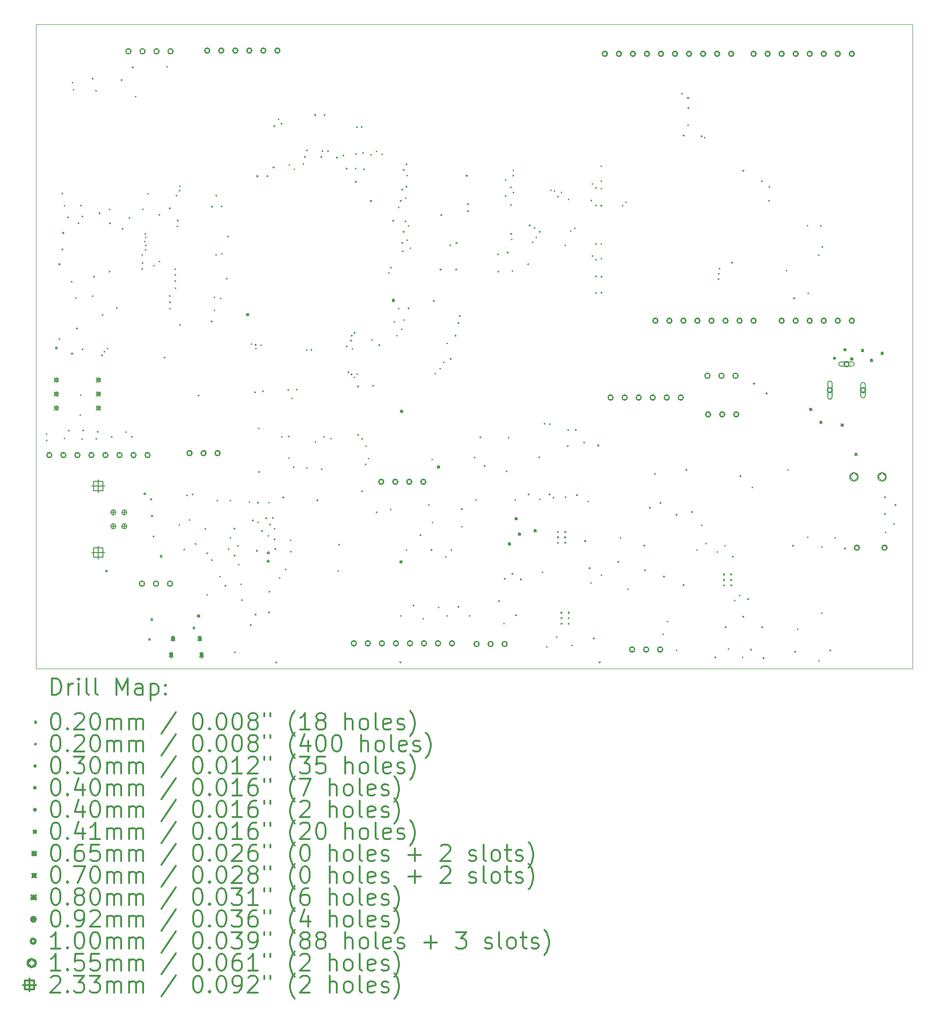
<source format=gbr>
%FSLAX45Y45*%
G04 Gerber Fmt 4.5, Leading zero omitted, Abs format (unit mm)*
G04 Created by KiCad (PCBNEW 5.1.6-c6e7f7d~87~ubuntu18.04.1) date 2020-08-14 22:19:31*
%MOMM*%
%LPD*%
G01*
G04 APERTURE LIST*
%TA.AperFunction,Profile*%
%ADD10C,0.100000*%
%TD*%
%ADD11C,0.200000*%
%ADD12C,0.300000*%
G04 APERTURE END LIST*
D10*
X28170620Y-4568060D02*
X28170620Y-16221060D01*
X12310620Y-4568060D02*
X28170620Y-4568060D01*
X12310620Y-16221060D02*
X12310620Y-4568060D01*
X28170620Y-16221060D02*
X12310620Y-16221060D01*
D11*
X24752380Y-14702620D02*
X24772380Y-14722620D01*
X24772380Y-14702620D02*
X24752380Y-14722620D01*
X24882380Y-14702620D02*
X24902380Y-14722620D01*
X24902380Y-14702620D02*
X24882380Y-14722620D01*
X21746920Y-13733080D02*
X21766920Y-13753080D01*
X21766920Y-13733080D02*
X21746920Y-13753080D01*
X21746920Y-13833080D02*
X21766920Y-13853080D01*
X21766920Y-13833080D02*
X21746920Y-13853080D01*
X21746920Y-13933080D02*
X21766920Y-13953080D01*
X21766920Y-13933080D02*
X21746920Y-13953080D01*
X21876920Y-13733080D02*
X21896920Y-13753080D01*
X21896920Y-13733080D02*
X21876920Y-13753080D01*
X21876920Y-13833080D02*
X21896920Y-13853080D01*
X21896920Y-13833080D02*
X21876920Y-13853080D01*
X21876920Y-13933080D02*
X21896920Y-13953080D01*
X21896920Y-13933080D02*
X21876920Y-13953080D01*
X21808900Y-15195820D02*
X21828900Y-15215820D01*
X21828900Y-15195820D02*
X21808900Y-15215820D01*
X21808900Y-15295820D02*
X21828900Y-15315820D01*
X21828900Y-15295820D02*
X21808900Y-15315820D01*
X21808900Y-15395820D02*
X21828900Y-15415820D01*
X21828900Y-15395820D02*
X21808900Y-15415820D01*
X21938900Y-15195820D02*
X21958900Y-15215820D01*
X21958900Y-15195820D02*
X21938900Y-15215820D01*
X21938900Y-15295820D02*
X21958900Y-15315820D01*
X21958900Y-15295820D02*
X21938900Y-15315820D01*
X21938900Y-15395820D02*
X21958900Y-15415820D01*
X21958900Y-15395820D02*
X21938900Y-15415820D01*
X24752380Y-14502620D02*
X24772380Y-14522620D01*
X24772380Y-14502620D02*
X24752380Y-14522620D01*
X24752380Y-14602620D02*
X24772380Y-14622620D01*
X24772380Y-14602620D02*
X24752380Y-14622620D01*
X24882380Y-14502620D02*
X24902380Y-14522620D01*
X24902380Y-14502620D02*
X24882380Y-14522620D01*
X24882380Y-14602620D02*
X24902380Y-14622620D01*
X24902380Y-14602620D02*
X24882380Y-14622620D01*
X12509500Y-11976100D02*
G75*
G03*
X12509500Y-11976100I-10160J0D01*
G01*
X12512040Y-12090400D02*
G75*
G03*
X12512040Y-12090400I-10160J0D01*
G01*
X12743180Y-10253980D02*
G75*
G03*
X12743180Y-10253980I-10160J0D01*
G01*
X12793980Y-7627620D02*
G75*
G03*
X12793980Y-7627620I-10160J0D01*
G01*
X12832080Y-12057380D02*
G75*
G03*
X12832080Y-12057380I-10160J0D01*
G01*
X12834620Y-7848600D02*
G75*
G03*
X12834620Y-7848600I-10160J0D01*
G01*
X12895580Y-8059420D02*
G75*
G03*
X12895580Y-8059420I-10160J0D01*
G01*
X12910820Y-11915140D02*
G75*
G03*
X12910820Y-11915140I-10160J0D01*
G01*
X12961620Y-9222740D02*
G75*
G03*
X12961620Y-9222740I-10160J0D01*
G01*
X12976860Y-5621020D02*
G75*
G03*
X12976860Y-5621020I-10160J0D01*
G01*
X12994640Y-5750560D02*
G75*
G03*
X12994640Y-5750560I-10160J0D01*
G01*
X13037820Y-9517380D02*
G75*
G03*
X13037820Y-9517380I-10160J0D01*
G01*
X13058140Y-10066020D02*
G75*
G03*
X13058140Y-10066020I-10160J0D01*
G01*
X13086080Y-8163560D02*
G75*
G03*
X13086080Y-8163560I-10160J0D01*
G01*
X13116560Y-11638280D02*
G75*
G03*
X13116560Y-11638280I-10160J0D01*
G01*
X13124180Y-11272520D02*
G75*
G03*
X13124180Y-11272520I-10160J0D01*
G01*
X13132260Y-7845600D02*
G75*
G03*
X13132260Y-7845600I-10160J0D01*
G01*
X13151880Y-12070320D02*
G75*
G03*
X13151880Y-12070320I-10160J0D01*
G01*
X13155700Y-8040600D02*
G75*
G03*
X13155700Y-8040600I-10160J0D01*
G01*
X13163160Y-10445360D02*
G75*
G03*
X13163160Y-10445360I-10160J0D01*
G01*
X13169900Y-11910060D02*
G75*
G03*
X13169900Y-11910060I-10160J0D01*
G01*
X13340980Y-5549000D02*
G75*
G03*
X13340980Y-5549000I-10160J0D01*
G01*
X13342620Y-9481820D02*
G75*
G03*
X13342620Y-9481820I-10160J0D01*
G01*
X13368020Y-9131300D02*
G75*
G03*
X13368020Y-9131300I-10160J0D01*
G01*
X13401040Y-5768340D02*
G75*
G03*
X13401040Y-5768340I-10160J0D01*
G01*
X13406120Y-12062460D02*
G75*
G03*
X13406120Y-12062460I-10160J0D01*
G01*
X13433535Y-11935141D02*
G75*
G03*
X13433535Y-11935141I-10160J0D01*
G01*
X13464540Y-7983220D02*
G75*
G03*
X13464540Y-7983220I-10160J0D01*
G01*
X13510260Y-10553700D02*
G75*
G03*
X13510260Y-10553700I-10160J0D01*
G01*
X13520420Y-9824720D02*
G75*
G03*
X13520420Y-9824720I-10160J0D01*
G01*
X13555980Y-10487660D02*
G75*
G03*
X13555980Y-10487660I-10160J0D01*
G01*
X13611860Y-10431780D02*
G75*
G03*
X13611860Y-10431780I-10160J0D01*
G01*
X13647420Y-7917180D02*
G75*
G03*
X13647420Y-7917180I-10160J0D01*
G01*
X13647420Y-9039860D02*
G75*
G03*
X13647420Y-9039860I-10160J0D01*
G01*
X13655550Y-8166610D02*
G75*
G03*
X13655550Y-8166610I-10160J0D01*
G01*
X13685520Y-12029440D02*
G75*
G03*
X13685520Y-12029440I-10160J0D01*
G01*
X13779500Y-9695180D02*
G75*
G03*
X13779500Y-9695180I-10160J0D01*
G01*
X13865860Y-5575300D02*
G75*
G03*
X13865860Y-5575300I-10160J0D01*
G01*
X13883640Y-8265479D02*
G75*
G03*
X13883640Y-8265479I-10160J0D01*
G01*
X13947140Y-11940540D02*
G75*
G03*
X13947140Y-11940540I-10160J0D01*
G01*
X14007772Y-8069908D02*
G75*
G03*
X14007772Y-8069908I-10160J0D01*
G01*
X14051280Y-12024360D02*
G75*
G03*
X14051280Y-12024360I-10160J0D01*
G01*
X14069060Y-5346700D02*
G75*
G03*
X14069060Y-5346700I-10160J0D01*
G01*
X14119860Y-5875020D02*
G75*
G03*
X14119860Y-5875020I-10160J0D01*
G01*
X14238688Y-8736369D02*
G75*
G03*
X14238688Y-8736369I-10160J0D01*
G01*
X14241160Y-8989000D02*
G75*
G03*
X14241160Y-8989000I-10160J0D01*
G01*
X14244550Y-8882610D02*
G75*
G03*
X14244550Y-8882610I-10160J0D01*
G01*
X14249400Y-7912100D02*
G75*
G03*
X14249400Y-7912100I-10160J0D01*
G01*
X14287500Y-8496300D02*
G75*
G03*
X14287500Y-8496300I-10160J0D01*
G01*
X14296562Y-8359808D02*
G75*
G03*
X14296562Y-8359808I-10160J0D01*
G01*
X14300953Y-8645440D02*
G75*
G03*
X14300953Y-8645440I-10160J0D01*
G01*
X14303059Y-8420100D02*
G75*
G03*
X14303059Y-8420100I-10160J0D01*
G01*
X14303059Y-8567420D02*
G75*
G03*
X14303059Y-8567420I-10160J0D01*
G01*
X14343380Y-7632700D02*
G75*
G03*
X14343380Y-7632700I-10160J0D01*
G01*
X14450379Y-8930498D02*
G75*
G03*
X14450379Y-8930498I-10160J0D01*
G01*
X14550776Y-8011992D02*
G75*
G03*
X14550776Y-8011992I-10160J0D01*
G01*
X14551660Y-8856980D02*
G75*
G03*
X14551660Y-8856980I-10160J0D01*
G01*
X14643100Y-10594340D02*
G75*
G03*
X14643100Y-10594340I-10160J0D01*
G01*
X14688820Y-5334000D02*
G75*
G03*
X14688820Y-5334000I-10160J0D01*
G01*
X14734360Y-9481100D02*
G75*
G03*
X14734360Y-9481100I-10160J0D01*
G01*
X14738160Y-7896000D02*
G75*
G03*
X14738160Y-7896000I-10160J0D01*
G01*
X14741360Y-9593100D02*
G75*
G03*
X14741360Y-9593100I-10160J0D01*
G01*
X14743360Y-9707100D02*
G75*
G03*
X14743360Y-9707100I-10160J0D01*
G01*
X14836360Y-8996100D02*
G75*
G03*
X14836360Y-8996100I-10160J0D01*
G01*
X14838360Y-9099100D02*
G75*
G03*
X14838360Y-9099100I-10160J0D01*
G01*
X14838360Y-9209100D02*
G75*
G03*
X14838360Y-9209100I-10160J0D01*
G01*
X14840360Y-9340100D02*
G75*
G03*
X14840360Y-9340100I-10160J0D01*
G01*
X14858360Y-7665100D02*
G75*
G03*
X14858360Y-7665100I-10160J0D01*
G01*
X14874240Y-8221980D02*
G75*
G03*
X14874240Y-8221980I-10160J0D01*
G01*
X14881860Y-8115300D02*
G75*
G03*
X14881860Y-8115300I-10160J0D01*
G01*
X14912340Y-13616940D02*
G75*
G03*
X14912340Y-13616940I-10160J0D01*
G01*
X14913660Y-7575500D02*
G75*
G03*
X14913660Y-7575500I-10160J0D01*
G01*
X14919960Y-7495540D02*
G75*
G03*
X14919960Y-7495540I-10160J0D01*
G01*
X14922500Y-9999980D02*
G75*
G03*
X14922500Y-9999980I-10160J0D01*
G01*
X14998700Y-14063980D02*
G75*
G03*
X14998700Y-14063980I-10160J0D01*
G01*
X15049500Y-13088620D02*
G75*
G03*
X15049500Y-13088620I-10160J0D01*
G01*
X15095220Y-13530580D02*
G75*
G03*
X15095220Y-13530580I-10160J0D01*
G01*
X15151160Y-13070900D02*
G75*
G03*
X15151160Y-13070900I-10160J0D01*
G01*
X15206980Y-13962380D02*
G75*
G03*
X15206980Y-13962380I-10160J0D01*
G01*
X15262860Y-11280140D02*
G75*
G03*
X15262860Y-11280140I-10160J0D01*
G01*
X15384780Y-13693140D02*
G75*
G03*
X15384780Y-13693140I-10160J0D01*
G01*
X15413820Y-14134000D02*
G75*
G03*
X15413820Y-14134000I-10160J0D01*
G01*
X15415260Y-14884400D02*
G75*
G03*
X15415260Y-14884400I-10160J0D01*
G01*
X15496360Y-9939100D02*
G75*
G03*
X15496360Y-9939100I-10160J0D01*
G01*
X15497600Y-14255960D02*
G75*
G03*
X15497600Y-14255960I-10160J0D01*
G01*
X15504160Y-7866380D02*
G75*
G03*
X15504160Y-7866380I-10160J0D01*
G01*
X15546360Y-9740100D02*
G75*
G03*
X15546360Y-9740100I-10160J0D01*
G01*
X15547360Y-9505100D02*
G75*
G03*
X15547360Y-9505100I-10160J0D01*
G01*
X15577360Y-8737100D02*
G75*
G03*
X15577360Y-8737100I-10160J0D01*
G01*
X15578360Y-7666100D02*
G75*
G03*
X15578360Y-7666100I-10160J0D01*
G01*
X15598140Y-13180060D02*
G75*
G03*
X15598140Y-13180060I-10160J0D01*
G01*
X15643860Y-14554200D02*
G75*
G03*
X15643860Y-14554200I-10160J0D01*
G01*
X15661360Y-9524100D02*
G75*
G03*
X15661360Y-9524100I-10160J0D01*
G01*
X15676360Y-7859100D02*
G75*
G03*
X15676360Y-7859100I-10160J0D01*
G01*
X15682360Y-8717100D02*
G75*
G03*
X15682360Y-8717100I-10160J0D01*
G01*
X15745460Y-14719300D02*
G75*
G03*
X15745460Y-14719300I-10160J0D01*
G01*
X15768320Y-9166860D02*
G75*
G03*
X15768320Y-9166860I-10160J0D01*
G01*
X15793720Y-8404860D02*
G75*
G03*
X15793720Y-8404860I-10160J0D01*
G01*
X15803880Y-14056360D02*
G75*
G03*
X15803880Y-14056360I-10160J0D01*
G01*
X15834360Y-13180060D02*
G75*
G03*
X15834360Y-13180060I-10160J0D01*
G01*
X15834360Y-13855700D02*
G75*
G03*
X15834360Y-13855700I-10160J0D01*
G01*
X15910560Y-14173200D02*
G75*
G03*
X15910560Y-14173200I-10160J0D01*
G01*
X15918180Y-15923260D02*
G75*
G03*
X15918180Y-15923260I-10160J0D01*
G01*
X15971900Y-13997560D02*
G75*
G03*
X15971900Y-13997560I-10160J0D01*
G01*
X15986760Y-14338300D02*
G75*
G03*
X15986760Y-14338300I-10160J0D01*
G01*
X16029940Y-14693900D02*
G75*
G03*
X16029940Y-14693900I-10160J0D01*
G01*
X16044160Y-14979400D02*
G75*
G03*
X16044160Y-14979400I-10160J0D01*
G01*
X16182340Y-13205460D02*
G75*
G03*
X16182340Y-13205460I-10160J0D01*
G01*
X16202660Y-15430500D02*
G75*
G03*
X16202660Y-15430500I-10160J0D01*
G01*
X16215360Y-10350500D02*
G75*
G03*
X16215360Y-10350500I-10160J0D01*
G01*
X16240760Y-13538200D02*
G75*
G03*
X16240760Y-13538200I-10160J0D01*
G01*
X16281400Y-11219180D02*
G75*
G03*
X16281400Y-11219180I-10160J0D01*
G01*
X16291560Y-10363200D02*
G75*
G03*
X16291560Y-10363200I-10160J0D01*
G01*
X16291560Y-15240000D02*
G75*
G03*
X16291560Y-15240000I-10160J0D01*
G01*
X16295758Y-10431427D02*
G75*
G03*
X16295758Y-10431427I-10160J0D01*
G01*
X16334740Y-13215620D02*
G75*
G03*
X16334740Y-13215620I-10160J0D01*
G01*
X16338550Y-13572490D02*
G75*
G03*
X16338550Y-13572490I-10160J0D01*
G01*
X16349980Y-11874500D02*
G75*
G03*
X16349980Y-11874500I-10160J0D01*
G01*
X16355060Y-12661900D02*
G75*
G03*
X16355060Y-12661900I-10160J0D01*
G01*
X16388080Y-10370820D02*
G75*
G03*
X16388080Y-10370820I-10160J0D01*
G01*
X16405860Y-13728700D02*
G75*
G03*
X16405860Y-13728700I-10160J0D01*
G01*
X16423640Y-11203940D02*
G75*
G03*
X16423640Y-11203940I-10160J0D01*
G01*
X16482060Y-13500100D02*
G75*
G03*
X16482060Y-13500100I-10160J0D01*
G01*
X16524760Y-13818972D02*
G75*
G03*
X16524760Y-13818972I-10160J0D01*
G01*
X16532860Y-15201900D02*
G75*
G03*
X16532860Y-15201900I-10160J0D01*
G01*
X16533761Y-13214719D02*
G75*
G03*
X16533761Y-13214719I-10160J0D01*
G01*
X16539210Y-14827250D02*
G75*
G03*
X16539210Y-14827250I-10160J0D01*
G01*
X16553180Y-13611860D02*
G75*
G03*
X16553180Y-13611860I-10160J0D01*
G01*
X16603980Y-13495020D02*
G75*
G03*
X16603980Y-13495020I-10160J0D01*
G01*
X16633760Y-13880400D02*
G75*
G03*
X16633760Y-13880400I-10160J0D01*
G01*
X16634460Y-13690600D02*
G75*
G03*
X16634460Y-13690600I-10160J0D01*
G01*
X16647160Y-14055960D02*
G75*
G03*
X16647160Y-14055960I-10160J0D01*
G01*
X16704360Y-6286500D02*
G75*
G03*
X16704360Y-6286500I-10160J0D01*
G01*
X16725900Y-14579600D02*
G75*
G03*
X16725900Y-14579600I-10160J0D01*
G01*
X16761460Y-6362700D02*
G75*
G03*
X16761460Y-6362700I-10160J0D01*
G01*
X16766540Y-12026900D02*
G75*
G03*
X16766540Y-12026900I-10160J0D01*
G01*
X16766540Y-12026900D02*
G75*
G03*
X16766540Y-12026900I-10160J0D01*
G01*
X16791940Y-13124180D02*
G75*
G03*
X16791940Y-13124180I-10160J0D01*
G01*
X16837660Y-14424660D02*
G75*
G03*
X16837660Y-14424660I-10160J0D01*
G01*
X16880840Y-11178540D02*
G75*
G03*
X16880840Y-11178540I-10160J0D01*
G01*
X16891000Y-12019280D02*
G75*
G03*
X16891000Y-12019280I-10160J0D01*
G01*
X16898620Y-12412980D02*
G75*
G03*
X16898620Y-12412980I-10160J0D01*
G01*
X16904841Y-7112000D02*
G75*
G03*
X16904841Y-7112000I-10160J0D01*
G01*
X16926560Y-13896100D02*
G75*
G03*
X16926560Y-13896100I-10160J0D01*
G01*
X16929100Y-14104620D02*
G75*
G03*
X16929100Y-14104620I-10160J0D01*
G01*
X16951960Y-11330940D02*
G75*
G03*
X16951960Y-11330940I-10160J0D01*
G01*
X16979900Y-12575540D02*
G75*
G03*
X16979900Y-12575540I-10160J0D01*
G01*
X16990061Y-7188200D02*
G75*
G03*
X16990061Y-7188200I-10160J0D01*
G01*
X17033240Y-11172939D02*
G75*
G03*
X17033240Y-11172939I-10160J0D01*
G01*
X17155160Y-7091182D02*
G75*
G03*
X17155160Y-7091182I-10160J0D01*
G01*
X17185360Y-6965100D02*
G75*
G03*
X17185360Y-6965100I-10160J0D01*
G01*
X17218660Y-12590780D02*
G75*
G03*
X17218660Y-12590780I-10160J0D01*
G01*
X17219740Y-10455720D02*
G75*
G03*
X17219740Y-10455720I-10160J0D01*
G01*
X17222154Y-6848794D02*
G75*
G03*
X17222154Y-6848794I-10160J0D01*
G01*
X17301420Y-10453160D02*
G75*
G03*
X17301420Y-10453160I-10160J0D01*
G01*
X17376140Y-12118340D02*
G75*
G03*
X17376140Y-12118340I-10160J0D01*
G01*
X17409160Y-13174980D02*
G75*
G03*
X17409160Y-13174980I-10160J0D01*
G01*
X17482360Y-6963100D02*
G75*
G03*
X17482360Y-6963100I-10160J0D01*
G01*
X17487900Y-12613640D02*
G75*
G03*
X17487900Y-12613640I-10160J0D01*
G01*
X17500600Y-6860540D02*
G75*
G03*
X17500600Y-6860540I-10160J0D01*
G01*
X17528540Y-12026900D02*
G75*
G03*
X17528540Y-12026900I-10160J0D01*
G01*
X17538700Y-6207760D02*
G75*
G03*
X17538700Y-6207760I-10160J0D01*
G01*
X17602200Y-6860540D02*
G75*
G03*
X17602200Y-6860540I-10160J0D01*
G01*
X17655540Y-12062460D02*
G75*
G03*
X17655540Y-12062460I-10160J0D01*
G01*
X17765360Y-6977100D02*
G75*
G03*
X17765360Y-6977100I-10160J0D01*
G01*
X17787620Y-14452600D02*
G75*
G03*
X17787620Y-14452600I-10160J0D01*
G01*
X17800320Y-13977620D02*
G75*
G03*
X17800320Y-13977620I-10160J0D01*
G01*
X17881600Y-6941820D02*
G75*
G03*
X17881600Y-6941820I-10160J0D01*
G01*
X17937480Y-7175500D02*
G75*
G03*
X17937480Y-7175500I-10160J0D01*
G01*
X17940375Y-10394016D02*
G75*
G03*
X17940375Y-10394016I-10160J0D01*
G01*
X17972160Y-10859380D02*
G75*
G03*
X17972160Y-10859380I-10160J0D01*
G01*
X18018760Y-10287000D02*
G75*
G03*
X18018760Y-10287000I-10160J0D01*
G01*
X18027141Y-10896922D02*
G75*
G03*
X18027141Y-10896922I-10160J0D01*
G01*
X18031460Y-10197781D02*
G75*
G03*
X18031460Y-10197781I-10160J0D01*
G01*
X18044160Y-10436860D02*
G75*
G03*
X18044160Y-10436860I-10160J0D01*
G01*
X18077622Y-10951600D02*
G75*
G03*
X18077622Y-10951600I-10160J0D01*
G01*
X18082260Y-10147300D02*
G75*
G03*
X18082260Y-10147300I-10160J0D01*
G01*
X18105120Y-7175500D02*
G75*
G03*
X18105120Y-7175500I-10160J0D01*
G01*
X18110200Y-6911340D02*
G75*
G03*
X18110200Y-6911340I-10160J0D01*
G01*
X18125440Y-6428740D02*
G75*
G03*
X18125440Y-6428740I-10160J0D01*
G01*
X18128102Y-10892400D02*
G75*
G03*
X18128102Y-10892400I-10160J0D01*
G01*
X18145760Y-11117580D02*
G75*
G03*
X18145760Y-11117580I-10160J0D01*
G01*
X18148300Y-11991340D02*
G75*
G03*
X18148300Y-11991340I-10160J0D01*
G01*
X18211800Y-6423660D02*
G75*
G03*
X18211800Y-6423660I-10160J0D01*
G01*
X18219420Y-12062460D02*
G75*
G03*
X18219420Y-12062460I-10160J0D01*
G01*
X18219818Y-13012420D02*
G75*
G03*
X18219818Y-13012420I-10160J0D01*
G01*
X18237360Y-6894100D02*
G75*
G03*
X18237360Y-6894100I-10160J0D01*
G01*
X18254360Y-7191100D02*
G75*
G03*
X18254360Y-7191100I-10160J0D01*
G01*
X18285460Y-12524740D02*
G75*
G03*
X18285460Y-12524740I-10160J0D01*
G01*
X18290540Y-12194540D02*
G75*
G03*
X18290540Y-12194540I-10160J0D01*
G01*
X18338560Y-12420360D02*
G75*
G03*
X18338560Y-12420360I-10160J0D01*
G01*
X18378560Y-6925700D02*
G75*
G03*
X18378560Y-6925700I-10160J0D01*
G01*
X18399760Y-10274300D02*
G75*
G03*
X18399760Y-10274300I-10160J0D01*
G01*
X18420080Y-11102340D02*
G75*
G03*
X18420080Y-11102340I-10160J0D01*
G01*
X18480160Y-6866500D02*
G75*
G03*
X18480160Y-6866500I-10160J0D01*
G01*
X18482560Y-13392400D02*
G75*
G03*
X18482560Y-13392400I-10160J0D01*
G01*
X18530960Y-10367400D02*
G75*
G03*
X18530960Y-10367400I-10160J0D01*
G01*
X18581760Y-6917300D02*
G75*
G03*
X18581760Y-6917300I-10160J0D01*
G01*
X18704560Y-9065260D02*
G75*
G03*
X18704560Y-9065260I-10160J0D01*
G01*
X18740120Y-13340080D02*
G75*
G03*
X18740120Y-13340080I-10160J0D01*
G01*
X18742660Y-8968740D02*
G75*
G03*
X18742660Y-8968740I-10160J0D01*
G01*
X18780760Y-8120380D02*
G75*
G03*
X18780760Y-8120380I-10160J0D01*
G01*
X18801080Y-9949180D02*
G75*
G03*
X18801080Y-9949180I-10160J0D01*
G01*
X18846800Y-10198100D02*
G75*
G03*
X18846800Y-10198100I-10160J0D01*
G01*
X18881596Y-7879370D02*
G75*
G03*
X18881596Y-7879370I-10160J0D01*
G01*
X18884660Y-9706800D02*
G75*
G03*
X18884660Y-9706800I-10160J0D01*
G01*
X18920460Y-7759700D02*
G75*
G03*
X18920460Y-7759700I-10160J0D01*
G01*
X18920460Y-15265400D02*
G75*
G03*
X18920460Y-15265400I-10160J0D01*
G01*
X18938240Y-10083800D02*
G75*
G03*
X18938240Y-10083800I-10160J0D01*
G01*
X18945860Y-7556500D02*
G75*
G03*
X18945860Y-7556500I-10160J0D01*
G01*
X18945860Y-8521700D02*
G75*
G03*
X18945860Y-8521700I-10160J0D01*
G01*
X18956360Y-8671100D02*
G75*
G03*
X18956360Y-8671100I-10160J0D01*
G01*
X18971260Y-7200900D02*
G75*
G03*
X18971260Y-7200900I-10160J0D01*
G01*
X18971260Y-8318500D02*
G75*
G03*
X18971260Y-8318500I-10160J0D01*
G01*
X18978880Y-9913620D02*
G75*
G03*
X18978880Y-9913620I-10160J0D01*
G01*
X19003149Y-8129060D02*
G75*
G03*
X19003149Y-8129060I-10160J0D01*
G01*
X19009360Y-7708900D02*
G75*
G03*
X19009360Y-7708900I-10160J0D01*
G01*
X19022060Y-7099300D02*
G75*
G03*
X19022060Y-7099300I-10160J0D01*
G01*
X19022060Y-7505700D02*
G75*
G03*
X19022060Y-7505700I-10160J0D01*
G01*
X19022060Y-14071600D02*
G75*
G03*
X19022060Y-14071600I-10160J0D01*
G01*
X19034760Y-8470900D02*
G75*
G03*
X19034760Y-8470900I-10160J0D01*
G01*
X19034761Y-7302500D02*
G75*
G03*
X19034761Y-7302500I-10160J0D01*
G01*
X19060160Y-8216900D02*
G75*
G03*
X19060160Y-8216900I-10160J0D01*
G01*
X19060160Y-9702800D02*
G75*
G03*
X19060160Y-9702800I-10160J0D01*
G01*
X19094060Y-8614800D02*
G75*
G03*
X19094060Y-8614800I-10160J0D01*
G01*
X19149060Y-15074900D02*
G75*
G03*
X19149060Y-15074900I-10160J0D01*
G01*
X19276060Y-13804900D02*
G75*
G03*
X19276060Y-13804900I-10160J0D01*
G01*
X19328360Y-15315100D02*
G75*
G03*
X19328360Y-15315100I-10160J0D01*
G01*
X19428460Y-13258800D02*
G75*
G03*
X19428460Y-13258800I-10160J0D01*
G01*
X19476720Y-14071600D02*
G75*
G03*
X19476720Y-14071600I-10160J0D01*
G01*
X19489420Y-12438380D02*
G75*
G03*
X19489420Y-12438380I-10160J0D01*
G01*
X19491960Y-13576300D02*
G75*
G03*
X19491960Y-13576300I-10160J0D01*
G01*
X19517360Y-9568180D02*
G75*
G03*
X19517360Y-9568180I-10160J0D01*
G01*
X19542760Y-10883900D02*
G75*
G03*
X19542760Y-10883900I-10160J0D01*
G01*
X19606260Y-15113000D02*
G75*
G03*
X19606260Y-15113000I-10160J0D01*
G01*
X19631660Y-10795000D02*
G75*
G03*
X19631660Y-10795000I-10160J0D01*
G01*
X19695160Y-10680700D02*
G75*
G03*
X19695160Y-10680700I-10160J0D01*
G01*
X19733260Y-14198600D02*
G75*
G03*
X19733260Y-14198600I-10160J0D01*
G01*
X19758660Y-10337800D02*
G75*
G03*
X19758660Y-10337800I-10160J0D01*
G01*
X19758660Y-15265400D02*
G75*
G03*
X19758660Y-15265400I-10160J0D01*
G01*
X19817080Y-8562340D02*
G75*
G03*
X19817080Y-8562340I-10160J0D01*
G01*
X19822160Y-10617200D02*
G75*
G03*
X19822160Y-10617200I-10160J0D01*
G01*
X19834860Y-14071600D02*
G75*
G03*
X19834860Y-14071600I-10160J0D01*
G01*
X19911060Y-10198100D02*
G75*
G03*
X19911060Y-10198100I-10160J0D01*
G01*
X19961860Y-9969500D02*
G75*
G03*
X19961860Y-9969500I-10160J0D01*
G01*
X19961860Y-15100300D02*
G75*
G03*
X19961860Y-15100300I-10160J0D01*
G01*
X19987260Y-9842500D02*
G75*
G03*
X19987260Y-9842500I-10160J0D01*
G01*
X20025360Y-13335000D02*
G75*
G03*
X20025360Y-13335000I-10160J0D01*
G01*
X20025360Y-13652500D02*
G75*
G03*
X20025360Y-13652500I-10160J0D01*
G01*
X20165060Y-15265400D02*
G75*
G03*
X20165060Y-15265400I-10160J0D01*
G01*
X20256500Y-12402820D02*
G75*
G03*
X20256500Y-12402820I-10160J0D01*
G01*
X20279360Y-13169900D02*
G75*
G03*
X20279360Y-13169900I-10160J0D01*
G01*
X20360640Y-12034520D02*
G75*
G03*
X20360640Y-12034520I-10160J0D01*
G01*
X20436840Y-12552680D02*
G75*
G03*
X20436840Y-12552680I-10160J0D01*
G01*
X20680680Y-8727440D02*
G75*
G03*
X20680680Y-8727440I-10160J0D01*
G01*
X20683220Y-9039860D02*
G75*
G03*
X20683220Y-9039860I-10160J0D01*
G01*
X20698460Y-14998700D02*
G75*
G03*
X20698460Y-14998700I-10160J0D01*
G01*
X20787360Y-15405100D02*
G75*
G03*
X20787360Y-15405100I-10160J0D01*
G01*
X20800060Y-14592300D02*
G75*
G03*
X20800060Y-14592300I-10160J0D01*
G01*
X20817840Y-7381240D02*
G75*
G03*
X20817840Y-7381240I-10160J0D01*
G01*
X20817840Y-7673340D02*
G75*
G03*
X20817840Y-7673340I-10160J0D01*
G01*
X20835620Y-12651740D02*
G75*
G03*
X20835620Y-12651740I-10160J0D01*
G01*
X20855940Y-8694420D02*
G75*
G03*
X20855940Y-8694420I-10160J0D01*
G01*
X20871180Y-12044680D02*
G75*
G03*
X20871180Y-12044680I-10160J0D01*
G01*
X20911820Y-7515860D02*
G75*
G03*
X20911820Y-7515860I-10160J0D01*
G01*
X20911820Y-7833360D02*
G75*
G03*
X20911820Y-7833360I-10160J0D01*
G01*
X20914360Y-8356600D02*
G75*
G03*
X20914360Y-8356600I-10160J0D01*
G01*
X20927060Y-8458200D02*
G75*
G03*
X20927060Y-8458200I-10160J0D01*
G01*
X20939760Y-14503400D02*
G75*
G03*
X20939760Y-14503400I-10160J0D01*
G01*
X20942300Y-9029700D02*
G75*
G03*
X20942300Y-9029700I-10160J0D01*
G01*
X20955000Y-7305040D02*
G75*
G03*
X20955000Y-7305040I-10160J0D01*
G01*
X20957540Y-7208520D02*
G75*
G03*
X20957540Y-7208520I-10160J0D01*
G01*
X20960080Y-7609840D02*
G75*
G03*
X20960080Y-7609840I-10160J0D01*
G01*
X20990560Y-13169900D02*
G75*
G03*
X20990560Y-13169900I-10160J0D01*
G01*
X21003260Y-15252700D02*
G75*
G03*
X21003260Y-15252700I-10160J0D01*
G01*
X21092160Y-14605000D02*
G75*
G03*
X21092160Y-14605000I-10160J0D01*
G01*
X21226540Y-8905000D02*
G75*
G03*
X21226540Y-8905000I-10160J0D01*
G01*
X21231860Y-13068300D02*
G75*
G03*
X21231860Y-13068300I-10160J0D01*
G01*
X21254720Y-8204200D02*
G75*
G03*
X21254720Y-8204200I-10160J0D01*
G01*
X21308059Y-8509001D02*
G75*
G03*
X21308059Y-8509001I-10160J0D01*
G01*
X21341081Y-8249921D02*
G75*
G03*
X21341081Y-8249921I-10160J0D01*
G01*
X21371560Y-8420100D02*
G75*
G03*
X21371560Y-8420100I-10160J0D01*
G01*
X21426360Y-12397727D02*
G75*
G03*
X21426360Y-12397727I-10160J0D01*
G01*
X21435060Y-8318500D02*
G75*
G03*
X21435060Y-8318500I-10160J0D01*
G01*
X21435060Y-13157200D02*
G75*
G03*
X21435060Y-13157200I-10160J0D01*
G01*
X21485860Y-14478000D02*
G75*
G03*
X21485860Y-14478000I-10160J0D01*
G01*
X21520940Y-11788620D02*
G75*
G03*
X21520940Y-11788620I-10160J0D01*
G01*
X21562060Y-15824200D02*
G75*
G03*
X21562060Y-15824200I-10160J0D01*
G01*
X21612860Y-13068300D02*
G75*
G03*
X21612860Y-13068300I-10160J0D01*
G01*
X21617940Y-11795760D02*
G75*
G03*
X21617940Y-11795760I-10160J0D01*
G01*
X21638260Y-7569200D02*
G75*
G03*
X21638260Y-7569200I-10160J0D01*
G01*
X21683980Y-13124180D02*
G75*
G03*
X21683980Y-13124180I-10160J0D01*
G01*
X21701760Y-7581900D02*
G75*
G03*
X21701760Y-7581900I-10160J0D01*
G01*
X21739860Y-15646400D02*
G75*
G03*
X21739860Y-15646400I-10160J0D01*
G01*
X21762717Y-7681341D02*
G75*
G03*
X21762717Y-7681341I-10160J0D01*
G01*
X21828760Y-7607301D02*
G75*
G03*
X21828760Y-7607301I-10160J0D01*
G01*
X21895557Y-8563097D02*
G75*
G03*
X21895557Y-8563097I-10160J0D01*
G01*
X21902420Y-13116560D02*
G75*
G03*
X21902420Y-13116560I-10160J0D01*
G01*
X21940360Y-12193100D02*
G75*
G03*
X21940360Y-12193100I-10160J0D01*
G01*
X21950680Y-11907519D02*
G75*
G03*
X21950680Y-11907519I-10160J0D01*
G01*
X21955760Y-7734300D02*
G75*
G03*
X21955760Y-7734300I-10160J0D01*
G01*
X21993860Y-8304199D02*
G75*
G03*
X21993860Y-8304199I-10160J0D01*
G01*
X22019260Y-15798800D02*
G75*
G03*
X22019260Y-15798800I-10160J0D01*
G01*
X22070060Y-8254199D02*
G75*
G03*
X22070060Y-8254199I-10160J0D01*
G01*
X22087840Y-11899900D02*
G75*
G03*
X22087840Y-11899900I-10160J0D01*
G01*
X22108160Y-13081000D02*
G75*
G03*
X22108160Y-13081000I-10160J0D01*
G01*
X22238360Y-12129444D02*
G75*
G03*
X22238360Y-12129444I-10160J0D01*
G01*
X22311360Y-13195300D02*
G75*
G03*
X22311360Y-13195300I-10160J0D01*
G01*
X22336760Y-14401800D02*
G75*
G03*
X22336760Y-14401800I-10160J0D01*
G01*
X22362160Y-14668500D02*
G75*
G03*
X22362160Y-14668500I-10160J0D01*
G01*
X22369780Y-7754620D02*
G75*
G03*
X22369780Y-7754620I-10160J0D01*
G01*
X22390000Y-7455000D02*
G75*
G03*
X22390000Y-7455000I-10160J0D01*
G01*
X22390100Y-8755380D02*
G75*
G03*
X22390100Y-8755380I-10160J0D01*
G01*
X22412960Y-15671800D02*
G75*
G03*
X22412960Y-15671800I-10160J0D01*
G01*
X22451060Y-9425940D02*
G75*
G03*
X22451060Y-9425940I-10160J0D01*
G01*
X22453600Y-7526020D02*
G75*
G03*
X22453600Y-7526020I-10160J0D01*
G01*
X22453600Y-7843520D02*
G75*
G03*
X22453600Y-7843520I-10160J0D01*
G01*
X22453600Y-8539480D02*
G75*
G03*
X22453600Y-8539480I-10160J0D01*
G01*
X22453600Y-8823960D02*
G75*
G03*
X22453600Y-8823960I-10160J0D01*
G01*
X22453600Y-9126220D02*
G75*
G03*
X22453600Y-9126220I-10160J0D01*
G01*
X22547580Y-7132320D02*
G75*
G03*
X22547580Y-7132320I-10160J0D01*
G01*
X22547580Y-7848600D02*
G75*
G03*
X22547580Y-7848600I-10160J0D01*
G01*
X22547580Y-8539480D02*
G75*
G03*
X22547580Y-8539480I-10160J0D01*
G01*
X22550120Y-7404100D02*
G75*
G03*
X22550120Y-7404100I-10160J0D01*
G01*
X22550120Y-7538720D02*
G75*
G03*
X22550120Y-7538720I-10160J0D01*
G01*
X22552660Y-8806180D02*
G75*
G03*
X22552660Y-8806180I-10160J0D01*
G01*
X22552660Y-9131300D02*
G75*
G03*
X22552660Y-9131300I-10160J0D01*
G01*
X22552660Y-9418320D02*
G75*
G03*
X22552660Y-9418320I-10160J0D01*
G01*
X22552660Y-14528800D02*
G75*
G03*
X22552660Y-14528800I-10160J0D01*
G01*
X22857460Y-14287500D02*
G75*
G03*
X22857460Y-14287500I-10160J0D01*
G01*
X22895560Y-13855700D02*
G75*
G03*
X22895560Y-13855700I-10160J0D01*
G01*
X22933660Y-7848600D02*
G75*
G03*
X22933660Y-7848600I-10160J0D01*
G01*
X22997161Y-7785100D02*
G75*
G03*
X22997161Y-7785100I-10160J0D01*
G01*
X23035260Y-14782800D02*
G75*
G03*
X23035260Y-14782800I-10160J0D01*
G01*
X23327360Y-13995400D02*
G75*
G03*
X23327360Y-13995400I-10160J0D01*
G01*
X23340060Y-14439900D02*
G75*
G03*
X23340060Y-14439900I-10160J0D01*
G01*
X23428960Y-13309600D02*
G75*
G03*
X23428960Y-13309600I-10160J0D01*
G01*
X23520400Y-12697460D02*
G75*
G03*
X23520400Y-12697460I-10160J0D01*
G01*
X23619460Y-13220700D02*
G75*
G03*
X23619460Y-13220700I-10160J0D01*
G01*
X23670260Y-15595600D02*
G75*
G03*
X23670260Y-15595600I-10160J0D01*
G01*
X23682960Y-14554200D02*
G75*
G03*
X23682960Y-14554200I-10160J0D01*
G01*
X23746460Y-15367000D02*
G75*
G03*
X23746460Y-15367000I-10160J0D01*
G01*
X23911560Y-13436600D02*
G75*
G03*
X23911560Y-13436600I-10160J0D01*
G01*
X23911560Y-15887700D02*
G75*
G03*
X23911560Y-15887700I-10160J0D01*
G01*
X24010620Y-5821680D02*
G75*
G03*
X24010620Y-5821680I-10160J0D01*
G01*
X24038560Y-6578600D02*
G75*
G03*
X24038560Y-6578600I-10160J0D01*
G01*
X24038560Y-14706600D02*
G75*
G03*
X24038560Y-14706600I-10160J0D01*
G01*
X24089360Y-12623800D02*
G75*
G03*
X24089360Y-12623800I-10160J0D01*
G01*
X24119840Y-6390640D02*
G75*
G03*
X24119840Y-6390640I-10160J0D01*
G01*
X24190960Y-13385800D02*
G75*
G03*
X24190960Y-13385800I-10160J0D01*
G01*
X24279860Y-14071600D02*
G75*
G03*
X24279860Y-14071600I-10160J0D01*
G01*
X24364616Y-6591038D02*
G75*
G03*
X24364616Y-6591038I-10160J0D01*
G01*
X24368760Y-13627100D02*
G75*
G03*
X24368760Y-13627100I-10160J0D01*
G01*
X24419560Y-6616700D02*
G75*
G03*
X24419560Y-6616700I-10160J0D01*
G01*
X24444960Y-13957300D02*
G75*
G03*
X24444960Y-13957300I-10160J0D01*
G01*
X24610060Y-16014700D02*
G75*
G03*
X24610060Y-16014700I-10160J0D01*
G01*
X24648160Y-14109700D02*
G75*
G03*
X24648160Y-14109700I-10160J0D01*
G01*
X24673360Y-9176100D02*
G75*
G03*
X24673360Y-9176100I-10160J0D01*
G01*
X24677360Y-9079100D02*
G75*
G03*
X24677360Y-9079100I-10160J0D01*
G01*
X24690360Y-8985100D02*
G75*
G03*
X24690360Y-8985100I-10160J0D01*
G01*
X24787860Y-13995400D02*
G75*
G03*
X24787860Y-13995400I-10160J0D01*
G01*
X24800560Y-15468600D02*
G75*
G03*
X24800560Y-15468600I-10160J0D01*
G01*
X24851360Y-15862300D02*
G75*
G03*
X24851360Y-15862300I-10160J0D01*
G01*
X24914860Y-8877300D02*
G75*
G03*
X24914860Y-8877300I-10160J0D01*
G01*
X24930100Y-14190980D02*
G75*
G03*
X24930100Y-14190980I-10160J0D01*
G01*
X24965660Y-14986000D02*
G75*
G03*
X24965660Y-14986000I-10160J0D01*
G01*
X25054560Y-14897100D02*
G75*
G03*
X25054560Y-14897100I-10160J0D01*
G01*
X25067260Y-12738100D02*
G75*
G03*
X25067260Y-12738100I-10160J0D01*
G01*
X25105360Y-16014700D02*
G75*
G03*
X25105360Y-16014700I-10160J0D01*
G01*
X25118060Y-15278100D02*
G75*
G03*
X25118060Y-15278100I-10160J0D01*
G01*
X25206960Y-14960600D02*
G75*
G03*
X25206960Y-14960600I-10160J0D01*
G01*
X25257760Y-15875000D02*
G75*
G03*
X25257760Y-15875000I-10160J0D01*
G01*
X25285700Y-12941300D02*
G75*
G03*
X25285700Y-12941300I-10160J0D01*
G01*
X25455880Y-7406640D02*
G75*
G03*
X25455880Y-7406640I-10160J0D01*
G01*
X25460960Y-15468600D02*
G75*
G03*
X25460960Y-15468600I-10160J0D01*
G01*
X25486360Y-16027400D02*
G75*
G03*
X25486360Y-16027400I-10160J0D01*
G01*
X25585420Y-7757160D02*
G75*
G03*
X25585420Y-7757160I-10160J0D01*
G01*
X25590500Y-7508240D02*
G75*
G03*
X25590500Y-7508240I-10160J0D01*
G01*
X25899900Y-9021600D02*
G75*
G03*
X25899900Y-9021600I-10160J0D01*
G01*
X25930860Y-12623800D02*
G75*
G03*
X25930860Y-12623800I-10160J0D01*
G01*
X26019760Y-13995400D02*
G75*
G03*
X26019760Y-13995400I-10160J0D01*
G01*
X26057860Y-15913100D02*
G75*
G03*
X26057860Y-15913100I-10160J0D01*
G01*
X26103580Y-15506700D02*
G75*
G03*
X26103580Y-15506700I-10160J0D01*
G01*
X26281380Y-8209280D02*
G75*
G03*
X26281380Y-8209280I-10160J0D01*
G01*
X26286460Y-13843000D02*
G75*
G03*
X26286460Y-13843000I-10160J0D01*
G01*
X26296620Y-9431020D02*
G75*
G03*
X26296620Y-9431020I-10160J0D01*
G01*
X26485850Y-8743950D02*
G75*
G03*
X26485850Y-8743950I-10160J0D01*
G01*
X26489660Y-16078200D02*
G75*
G03*
X26489660Y-16078200I-10160J0D01*
G01*
X26520140Y-8211000D02*
G75*
G03*
X26520140Y-8211000I-10160J0D01*
G01*
X26540460Y-14020800D02*
G75*
G03*
X26540460Y-14020800I-10160J0D01*
G01*
X26540460Y-15214600D02*
G75*
G03*
X26540460Y-15214600I-10160J0D01*
G01*
X26550620Y-8590280D02*
G75*
G03*
X26550620Y-8590280I-10160J0D01*
G01*
X26692860Y-15887700D02*
G75*
G03*
X26692860Y-15887700I-10160J0D01*
G01*
X26781760Y-13855700D02*
G75*
G03*
X26781760Y-13855700I-10160J0D01*
G01*
X26959560Y-14046200D02*
G75*
G03*
X26959560Y-14046200I-10160J0D01*
G01*
X27683460Y-13119100D02*
G75*
G03*
X27683460Y-13119100I-10160J0D01*
G01*
X27683460Y-13423900D02*
G75*
G03*
X27683460Y-13423900I-10160J0D01*
G01*
X27696160Y-13754100D02*
G75*
G03*
X27696160Y-13754100I-10160J0D01*
G01*
X27848560Y-13601700D02*
G75*
G03*
X27848560Y-13601700I-10160J0D01*
G01*
X27873960Y-13258800D02*
G75*
G03*
X27873960Y-13258800I-10160J0D01*
G01*
X12730480Y-8887460D02*
X12730480Y-8917940D01*
X12715240Y-8902700D02*
X12745720Y-8902700D01*
X12783820Y-8620760D02*
X12783820Y-8651240D01*
X12768580Y-8636000D02*
X12799060Y-8636000D01*
X12795250Y-8322310D02*
X12795250Y-8352790D01*
X12780010Y-8337550D02*
X12810490Y-8337550D01*
X12956427Y-10502787D02*
X12956427Y-10533267D01*
X12941187Y-10518027D02*
X12971667Y-10518027D01*
X14389100Y-13139420D02*
X14389100Y-13169900D01*
X14373860Y-13154660D02*
X14404340Y-13154660D01*
X14404340Y-13444220D02*
X14404340Y-13474700D01*
X14389100Y-13459460D02*
X14419580Y-13459460D01*
X14434820Y-13809980D02*
X14434820Y-13840460D01*
X14419580Y-13825220D02*
X14450060Y-13825220D01*
X15900400Y-13667740D02*
X15900400Y-13698220D01*
X15885160Y-13682980D02*
X15915640Y-13682980D01*
X16306800Y-14071600D02*
X16306800Y-14102080D01*
X16291560Y-14086840D02*
X16322040Y-14086840D01*
X16311880Y-7297420D02*
X16311880Y-7327900D01*
X16296640Y-7312660D02*
X16327120Y-7312660D01*
X16494760Y-7292340D02*
X16494760Y-7322820D01*
X16479520Y-7307580D02*
X16510000Y-7307580D01*
X16607560Y-7138900D02*
X16607560Y-7169380D01*
X16592320Y-7154140D02*
X16622800Y-7154140D01*
X16621760Y-6388100D02*
X16621760Y-6418580D01*
X16606520Y-6403340D02*
X16637000Y-6403340D01*
X16654780Y-16088360D02*
X16654780Y-16118840D01*
X16639540Y-16103600D02*
X16670020Y-16103600D01*
X17358360Y-6184900D02*
X17358360Y-6215380D01*
X17343120Y-6200140D02*
X17373600Y-6200140D01*
X18094960Y-7399020D02*
X18094960Y-7429500D01*
X18079720Y-7414260D02*
X18110200Y-7414260D01*
X18369280Y-7744460D02*
X18369280Y-7774940D01*
X18354040Y-7759700D02*
X18384520Y-7759700D01*
X18902680Y-16088360D02*
X18902680Y-16118840D01*
X18887440Y-16103600D02*
X18917920Y-16103600D01*
X19629120Y-8983980D02*
X19629120Y-9014460D01*
X19613880Y-8999220D02*
X19644360Y-8999220D01*
X19641820Y-7995920D02*
X19641820Y-8026400D01*
X19626580Y-8011160D02*
X19657060Y-8011160D01*
X19913200Y-8983580D02*
X19913200Y-9014060D01*
X19897960Y-8998820D02*
X19928440Y-8998820D01*
X19916200Y-8503860D02*
X19916200Y-8534340D01*
X19900960Y-8519100D02*
X19931440Y-8519100D01*
X20106640Y-7287260D02*
X20106640Y-7317740D01*
X20091400Y-7302500D02*
X20121880Y-7302500D01*
X20126960Y-7800340D02*
X20126960Y-7830820D01*
X20111720Y-7815580D02*
X20142200Y-7815580D01*
X20126960Y-7927340D02*
X20126960Y-7957820D01*
X20111720Y-7942580D02*
X20142200Y-7942580D01*
X22245320Y-13893800D02*
X22245320Y-13924280D01*
X22230080Y-13909040D02*
X22260560Y-13909040D01*
X22245320Y-13893800D02*
X22245320Y-13924280D01*
X22230080Y-13909040D02*
X22260560Y-13909040D01*
X22484080Y-12164060D02*
X22484080Y-12194540D01*
X22468840Y-12179300D02*
X22499320Y-12179300D01*
X22509480Y-16088360D02*
X22509480Y-16118840D01*
X22494240Y-16103600D02*
X22524720Y-16103600D01*
X24107860Y-5880660D02*
X24107860Y-5911140D01*
X24092620Y-5895900D02*
X24123100Y-5895900D01*
X24114760Y-6062980D02*
X24114760Y-6093460D01*
X24099520Y-6078220D02*
X24130000Y-6078220D01*
X25107900Y-7198360D02*
X25107900Y-7228840D01*
X25092660Y-7213600D02*
X25123140Y-7213600D01*
X25300940Y-11049000D02*
X25300940Y-11079480D01*
X25285700Y-11064240D02*
X25316180Y-11064240D01*
X25529540Y-11224260D02*
X25529540Y-11254740D01*
X25514300Y-11239500D02*
X25544780Y-11239500D01*
X26029920Y-9502140D02*
X26029920Y-9532620D01*
X26014680Y-9517380D02*
X26045160Y-9517380D01*
X12688742Y-10433222D02*
X12688742Y-10404938D01*
X12660458Y-10404938D01*
X12660458Y-10433222D01*
X12688742Y-10433222D01*
X13594252Y-14469282D02*
X13594252Y-14440998D01*
X13565968Y-14440998D01*
X13565968Y-14469282D01*
X13594252Y-14469282D01*
X14288942Y-13069742D02*
X14288942Y-13041458D01*
X14260658Y-13041458D01*
X14260658Y-13069742D01*
X14288942Y-13069742D01*
X14371492Y-15702452D02*
X14371492Y-15674168D01*
X14343208Y-15674168D01*
X14343208Y-15702452D01*
X14371492Y-15702452D01*
X14415942Y-15343042D02*
X14415942Y-15314758D01*
X14387658Y-15314758D01*
X14387658Y-15343042D01*
X14415942Y-15343042D01*
X14586122Y-14200042D02*
X14586122Y-14171758D01*
X14557838Y-14171758D01*
X14557838Y-14200042D01*
X14586122Y-14200042D01*
X15177942Y-15495442D02*
X15177942Y-15467158D01*
X15149658Y-15467158D01*
X15149658Y-15495442D01*
X15177942Y-15495442D01*
X16509052Y-14297420D02*
X16529131Y-14277340D01*
X16509052Y-14257260D01*
X16488972Y-14277340D01*
X16509052Y-14297420D01*
X16512000Y-14143080D02*
X16532080Y-14123000D01*
X16512000Y-14102920D01*
X16491920Y-14123000D01*
X16512000Y-14143080D01*
X15229840Y-15245080D02*
X15270480Y-15285720D01*
X15270480Y-15245080D02*
X15229840Y-15285720D01*
X15270480Y-15265400D02*
G75*
G03*
X15270480Y-15265400I-20320J0D01*
G01*
X16116300Y-9796780D02*
X16156940Y-9837420D01*
X16156940Y-9796780D02*
X16116300Y-9837420D01*
X16156940Y-9817100D02*
G75*
G03*
X16156940Y-9817100I-20320J0D01*
G01*
X18755360Y-9537700D02*
X18796000Y-9578340D01*
X18796000Y-9537700D02*
X18755360Y-9578340D01*
X18796000Y-9558020D02*
G75*
G03*
X18796000Y-9558020I-20320J0D01*
G01*
X18892520Y-14267180D02*
X18933160Y-14307820D01*
X18933160Y-14267180D02*
X18892520Y-14307820D01*
X18933160Y-14287500D02*
G75*
G03*
X18933160Y-14287500I-20320J0D01*
G01*
X18905220Y-11544300D02*
X18945860Y-11584940D01*
X18945860Y-11544300D02*
X18905220Y-11584940D01*
X18945860Y-11564620D02*
G75*
G03*
X18945860Y-11564620I-20320J0D01*
G01*
X19573240Y-12550140D02*
X19613880Y-12590780D01*
X19613880Y-12550140D02*
X19573240Y-12590780D01*
X19613880Y-12570460D02*
G75*
G03*
X19613880Y-12570460I-20320J0D01*
G01*
X20855940Y-13942060D02*
X20896580Y-13982700D01*
X20896580Y-13942060D02*
X20855940Y-13982700D01*
X20896580Y-13962380D02*
G75*
G03*
X20896580Y-13962380I-20320J0D01*
G01*
X20977860Y-13484860D02*
X21018500Y-13525500D01*
X21018500Y-13484860D02*
X20977860Y-13525500D01*
X21018500Y-13505180D02*
G75*
G03*
X21018500Y-13505180I-20320J0D01*
G01*
X21038820Y-13764260D02*
X21079460Y-13804900D01*
X21079460Y-13764260D02*
X21038820Y-13804900D01*
X21079460Y-13784580D02*
G75*
G03*
X21079460Y-13784580I-20320J0D01*
G01*
X21323300Y-13703300D02*
X21363940Y-13743940D01*
X21363940Y-13703300D02*
X21323300Y-13743940D01*
X21363940Y-13723620D02*
G75*
G03*
X21363940Y-13723620I-20320J0D01*
G01*
X26311860Y-11508740D02*
X26352500Y-11549380D01*
X26352500Y-11508740D02*
X26311860Y-11549380D01*
X26352500Y-11529060D02*
G75*
G03*
X26352500Y-11529060I-20320J0D01*
G01*
X26494740Y-11742420D02*
X26535380Y-11783060D01*
X26535380Y-11742420D02*
X26494740Y-11783060D01*
X26535380Y-11762740D02*
G75*
G03*
X26535380Y-11762740I-20320J0D01*
G01*
X26738580Y-10584180D02*
X26779220Y-10624820D01*
X26779220Y-10584180D02*
X26738580Y-10624820D01*
X26779220Y-10604500D02*
G75*
G03*
X26779220Y-10604500I-20320J0D01*
G01*
X26880820Y-11793220D02*
X26921460Y-11833860D01*
X26921460Y-11793220D02*
X26880820Y-11833860D01*
X26921460Y-11813540D02*
G75*
G03*
X26921460Y-11813540I-20320J0D01*
G01*
X26929080Y-10431780D02*
X26969720Y-10472420D01*
X26969720Y-10431780D02*
X26929080Y-10472420D01*
X26969720Y-10452100D02*
G75*
G03*
X26969720Y-10452100I-20320J0D01*
G01*
X27056080Y-10596880D02*
X27096720Y-10637520D01*
X27096720Y-10596880D02*
X27056080Y-10637520D01*
X27096720Y-10617200D02*
G75*
G03*
X27096720Y-10617200I-20320J0D01*
G01*
X27129740Y-12321540D02*
X27170380Y-12362180D01*
X27170380Y-12321540D02*
X27129740Y-12362180D01*
X27170380Y-12341860D02*
G75*
G03*
X27170380Y-12341860I-20320J0D01*
G01*
X27246580Y-10444480D02*
X27287220Y-10485120D01*
X27287220Y-10444480D02*
X27246580Y-10485120D01*
X27287220Y-10464800D02*
G75*
G03*
X27287220Y-10464800I-20320J0D01*
G01*
X27411680Y-10622280D02*
X27452320Y-10662920D01*
X27452320Y-10622280D02*
X27411680Y-10662920D01*
X27452320Y-10642600D02*
G75*
G03*
X27452320Y-10642600I-20320J0D01*
G01*
X27602180Y-10495280D02*
X27642820Y-10535920D01*
X27642820Y-10495280D02*
X27602180Y-10535920D01*
X27642820Y-10515600D02*
G75*
G03*
X27642820Y-10515600I-20320J0D01*
G01*
X14755000Y-15642000D02*
X14820000Y-15707000D01*
X14820000Y-15642000D02*
X14755000Y-15707000D01*
X14787500Y-15642000D02*
X14787500Y-15707000D01*
X14755000Y-15674500D02*
X14820000Y-15674500D01*
X14810000Y-15694500D02*
X14810000Y-15654500D01*
X14765000Y-15694500D02*
X14765000Y-15654500D01*
X14810000Y-15654500D02*
G75*
G03*
X14765000Y-15654500I-22500J0D01*
G01*
X14765000Y-15694500D02*
G75*
G03*
X14810000Y-15694500I22500J0D01*
G01*
X15239000Y-15642000D02*
X15304000Y-15707000D01*
X15304000Y-15642000D02*
X15239000Y-15707000D01*
X15271500Y-15642000D02*
X15271500Y-15707000D01*
X15239000Y-15674500D02*
X15304000Y-15674500D01*
X15294000Y-15694500D02*
X15294000Y-15654500D01*
X15249000Y-15694500D02*
X15249000Y-15654500D01*
X15294000Y-15654500D02*
G75*
G03*
X15249000Y-15654500I-22500J0D01*
G01*
X15249000Y-15694500D02*
G75*
G03*
X15294000Y-15694500I22500J0D01*
G01*
X14721500Y-15939500D02*
X14791500Y-16009500D01*
X14791500Y-15939500D02*
X14721500Y-16009500D01*
X14781249Y-15999249D02*
X14781249Y-15949751D01*
X14731751Y-15949751D01*
X14731751Y-15999249D01*
X14781249Y-15999249D01*
X14781500Y-15999500D02*
X14781500Y-15949500D01*
X14731500Y-15999500D02*
X14731500Y-15949500D01*
X14781500Y-15949500D02*
G75*
G03*
X14731500Y-15949500I-25000J0D01*
G01*
X14731500Y-15999500D02*
G75*
G03*
X14781500Y-15999500I25000J0D01*
G01*
X15267500Y-15939500D02*
X15337500Y-16009500D01*
X15337500Y-15939500D02*
X15267500Y-16009500D01*
X15327249Y-15999249D02*
X15327249Y-15949751D01*
X15277751Y-15949751D01*
X15277751Y-15999249D01*
X15327249Y-15999249D01*
X15327500Y-15999500D02*
X15327500Y-15949500D01*
X15277500Y-15999500D02*
X15277500Y-15949500D01*
X15327500Y-15949500D02*
G75*
G03*
X15277500Y-15949500I-25000J0D01*
G01*
X15277500Y-15999500D02*
G75*
G03*
X15327500Y-15999500I25000J0D01*
G01*
X12635120Y-10956640D02*
X12715120Y-11036640D01*
X12715120Y-10956640D02*
X12635120Y-11036640D01*
X12675120Y-11036640D02*
X12715120Y-10996640D01*
X12675120Y-10956640D01*
X12635120Y-10996640D01*
X12675120Y-11036640D01*
X12635120Y-11210640D02*
X12715120Y-11290640D01*
X12715120Y-11210640D02*
X12635120Y-11290640D01*
X12675120Y-11290640D02*
X12715120Y-11250640D01*
X12675120Y-11210640D01*
X12635120Y-11250640D01*
X12675120Y-11290640D01*
X12635120Y-11464640D02*
X12715120Y-11544640D01*
X12715120Y-11464640D02*
X12635120Y-11544640D01*
X12675120Y-11544640D02*
X12715120Y-11504640D01*
X12675120Y-11464640D01*
X12635120Y-11504640D01*
X12675120Y-11544640D01*
X13397120Y-10956640D02*
X13477120Y-11036640D01*
X13477120Y-10956640D02*
X13397120Y-11036640D01*
X13437120Y-11036640D02*
X13477120Y-10996640D01*
X13437120Y-10956640D01*
X13397120Y-10996640D01*
X13437120Y-11036640D01*
X13397120Y-11210640D02*
X13477120Y-11290640D01*
X13477120Y-11210640D02*
X13397120Y-11290640D01*
X13437120Y-11290640D02*
X13477120Y-11250640D01*
X13437120Y-11210640D01*
X13397120Y-11250640D01*
X13437120Y-11290640D01*
X13397120Y-11464640D02*
X13477120Y-11544640D01*
X13477120Y-11464640D02*
X13397120Y-11544640D01*
X13437120Y-11544640D02*
X13477120Y-11504640D01*
X13437120Y-11464640D01*
X13397120Y-11504640D01*
X13437120Y-11544640D01*
X13705000Y-13346400D02*
X13705000Y-13438400D01*
X13659000Y-13392400D02*
X13751000Y-13392400D01*
X13751000Y-13392400D02*
G75*
G03*
X13751000Y-13392400I-46000J0D01*
G01*
X13705000Y-13596400D02*
X13705000Y-13688400D01*
X13659000Y-13642400D02*
X13751000Y-13642400D01*
X13751000Y-13642400D02*
G75*
G03*
X13751000Y-13642400I-46000J0D01*
G01*
X13905000Y-13346400D02*
X13905000Y-13438400D01*
X13859000Y-13392400D02*
X13951000Y-13392400D01*
X13951000Y-13392400D02*
G75*
G03*
X13951000Y-13392400I-46000J0D01*
G01*
X13905000Y-13596400D02*
X13905000Y-13688400D01*
X13859000Y-13642400D02*
X13951000Y-13642400D01*
X13951000Y-13642400D02*
G75*
G03*
X13951000Y-13642400I-46000J0D01*
G01*
X23131576Y-15907816D02*
X23131576Y-15837104D01*
X23060864Y-15837104D01*
X23060864Y-15907816D01*
X23131576Y-15907816D01*
X23146220Y-15872460D02*
G75*
G03*
X23146220Y-15872460I-50000J0D01*
G01*
X23385576Y-15907816D02*
X23385576Y-15837104D01*
X23314864Y-15837104D01*
X23314864Y-15907816D01*
X23385576Y-15907816D01*
X23400220Y-15872460D02*
G75*
G03*
X23400220Y-15872460I-50000J0D01*
G01*
X23639576Y-15907816D02*
X23639576Y-15837104D01*
X23568864Y-15837104D01*
X23568864Y-15907816D01*
X23639576Y-15907816D01*
X23654220Y-15872460D02*
G75*
G03*
X23654220Y-15872460I-50000J0D01*
G01*
X15440456Y-5077256D02*
X15440456Y-5006544D01*
X15369744Y-5006544D01*
X15369744Y-5077256D01*
X15440456Y-5077256D01*
X15455100Y-5041900D02*
G75*
G03*
X15455100Y-5041900I-50000J0D01*
G01*
X15694456Y-5077256D02*
X15694456Y-5006544D01*
X15623744Y-5006544D01*
X15623744Y-5077256D01*
X15694456Y-5077256D01*
X15709100Y-5041900D02*
G75*
G03*
X15709100Y-5041900I-50000J0D01*
G01*
X15948456Y-5077256D02*
X15948456Y-5006544D01*
X15877744Y-5006544D01*
X15877744Y-5077256D01*
X15948456Y-5077256D01*
X15963100Y-5041900D02*
G75*
G03*
X15963100Y-5041900I-50000J0D01*
G01*
X16202456Y-5077256D02*
X16202456Y-5006544D01*
X16131744Y-5006544D01*
X16131744Y-5077256D01*
X16202456Y-5077256D01*
X16217100Y-5041900D02*
G75*
G03*
X16217100Y-5041900I-50000J0D01*
G01*
X16456456Y-5077256D02*
X16456456Y-5006544D01*
X16385744Y-5006544D01*
X16385744Y-5077256D01*
X16456456Y-5077256D01*
X16471100Y-5041900D02*
G75*
G03*
X16471100Y-5041900I-50000J0D01*
G01*
X16710456Y-5077256D02*
X16710456Y-5006544D01*
X16639744Y-5006544D01*
X16639744Y-5077256D01*
X16710456Y-5077256D01*
X16725100Y-5041900D02*
G75*
G03*
X16725100Y-5041900I-50000J0D01*
G01*
X14015516Y-5089356D02*
X14015516Y-5018644D01*
X13944804Y-5018644D01*
X13944804Y-5089356D01*
X14015516Y-5089356D01*
X14030160Y-5054000D02*
G75*
G03*
X14030160Y-5054000I-50000J0D01*
G01*
X14269516Y-5089356D02*
X14269516Y-5018644D01*
X14198804Y-5018644D01*
X14198804Y-5089356D01*
X14269516Y-5089356D01*
X14284160Y-5054000D02*
G75*
G03*
X14284160Y-5054000I-50000J0D01*
G01*
X14523516Y-5089356D02*
X14523516Y-5018644D01*
X14452804Y-5018644D01*
X14452804Y-5089356D01*
X14523516Y-5089356D01*
X14538160Y-5054000D02*
G75*
G03*
X14538160Y-5054000I-50000J0D01*
G01*
X14777516Y-5089356D02*
X14777516Y-5018644D01*
X14706804Y-5018644D01*
X14706804Y-5089356D01*
X14777516Y-5089356D01*
X14792160Y-5054000D02*
G75*
G03*
X14792160Y-5054000I-50000J0D01*
G01*
X27200656Y-14066316D02*
X27200656Y-13995604D01*
X27129944Y-13995604D01*
X27129944Y-14066316D01*
X27200656Y-14066316D01*
X27215300Y-14030960D02*
G75*
G03*
X27215300Y-14030960I-50000J0D01*
G01*
X27700656Y-14066316D02*
X27700656Y-13995604D01*
X27629944Y-13995604D01*
X27629944Y-14066316D01*
X27700656Y-14066316D01*
X27715300Y-14030960D02*
G75*
G03*
X27715300Y-14030960I-50000J0D01*
G01*
X22742956Y-11351056D02*
X22742956Y-11280344D01*
X22672244Y-11280344D01*
X22672244Y-11351056D01*
X22742956Y-11351056D01*
X22757600Y-11315700D02*
G75*
G03*
X22757600Y-11315700I-50000J0D01*
G01*
X22996956Y-11351056D02*
X22996956Y-11280344D01*
X22926244Y-11280344D01*
X22926244Y-11351056D01*
X22996956Y-11351056D01*
X23011600Y-11315700D02*
G75*
G03*
X23011600Y-11315700I-50000J0D01*
G01*
X23250956Y-11351056D02*
X23250956Y-11280344D01*
X23180244Y-11280344D01*
X23180244Y-11351056D01*
X23250956Y-11351056D01*
X23265600Y-11315700D02*
G75*
G03*
X23265600Y-11315700I-50000J0D01*
G01*
X23504956Y-11351056D02*
X23504956Y-11280344D01*
X23434244Y-11280344D01*
X23434244Y-11351056D01*
X23504956Y-11351056D01*
X23519600Y-11315700D02*
G75*
G03*
X23519600Y-11315700I-50000J0D01*
G01*
X23758956Y-11351056D02*
X23758956Y-11280344D01*
X23688244Y-11280344D01*
X23688244Y-11351056D01*
X23758956Y-11351056D01*
X23773600Y-11315700D02*
G75*
G03*
X23773600Y-11315700I-50000J0D01*
G01*
X24012956Y-11351056D02*
X24012956Y-11280344D01*
X23942244Y-11280344D01*
X23942244Y-11351056D01*
X24012956Y-11351056D01*
X24027600Y-11315700D02*
G75*
G03*
X24027600Y-11315700I-50000J0D01*
G01*
X24508256Y-11655856D02*
X24508256Y-11585144D01*
X24437544Y-11585144D01*
X24437544Y-11655856D01*
X24508256Y-11655856D01*
X24522900Y-11620500D02*
G75*
G03*
X24522900Y-11620500I-50000J0D01*
G01*
X24762256Y-11655856D02*
X24762256Y-11585144D01*
X24691544Y-11585144D01*
X24691544Y-11655856D01*
X24762256Y-11655856D01*
X24776900Y-11620500D02*
G75*
G03*
X24776900Y-11620500I-50000J0D01*
G01*
X25016256Y-11655856D02*
X25016256Y-11585144D01*
X24945544Y-11585144D01*
X24945544Y-11655856D01*
X25016256Y-11655856D01*
X25030900Y-11620500D02*
G75*
G03*
X25030900Y-11620500I-50000J0D01*
G01*
X25331356Y-5135356D02*
X25331356Y-5064644D01*
X25260644Y-5064644D01*
X25260644Y-5135356D01*
X25331356Y-5135356D01*
X25346000Y-5100000D02*
G75*
G03*
X25346000Y-5100000I-50000J0D01*
G01*
X25585356Y-5135356D02*
X25585356Y-5064644D01*
X25514644Y-5064644D01*
X25514644Y-5135356D01*
X25585356Y-5135356D01*
X25600000Y-5100000D02*
G75*
G03*
X25600000Y-5100000I-50000J0D01*
G01*
X25839356Y-5135356D02*
X25839356Y-5064644D01*
X25768644Y-5064644D01*
X25768644Y-5135356D01*
X25839356Y-5135356D01*
X25854000Y-5100000D02*
G75*
G03*
X25854000Y-5100000I-50000J0D01*
G01*
X26093356Y-5135356D02*
X26093356Y-5064644D01*
X26022644Y-5064644D01*
X26022644Y-5135356D01*
X26093356Y-5135356D01*
X26108000Y-5100000D02*
G75*
G03*
X26108000Y-5100000I-50000J0D01*
G01*
X26347356Y-5135356D02*
X26347356Y-5064644D01*
X26276644Y-5064644D01*
X26276644Y-5135356D01*
X26347356Y-5135356D01*
X26362000Y-5100000D02*
G75*
G03*
X26362000Y-5100000I-50000J0D01*
G01*
X26601356Y-5135356D02*
X26601356Y-5064644D01*
X26530644Y-5064644D01*
X26530644Y-5135356D01*
X26601356Y-5135356D01*
X26616000Y-5100000D02*
G75*
G03*
X26616000Y-5100000I-50000J0D01*
G01*
X26855356Y-5135356D02*
X26855356Y-5064644D01*
X26784644Y-5064644D01*
X26784644Y-5135356D01*
X26855356Y-5135356D01*
X26870000Y-5100000D02*
G75*
G03*
X26870000Y-5100000I-50000J0D01*
G01*
X27109356Y-5135356D02*
X27109356Y-5064644D01*
X27038644Y-5064644D01*
X27038644Y-5135356D01*
X27109356Y-5135356D01*
X27124000Y-5100000D02*
G75*
G03*
X27124000Y-5100000I-50000J0D01*
G01*
X22638956Y-5135356D02*
X22638956Y-5064644D01*
X22568244Y-5064644D01*
X22568244Y-5135356D01*
X22638956Y-5135356D01*
X22653600Y-5100000D02*
G75*
G03*
X22653600Y-5100000I-50000J0D01*
G01*
X22892956Y-5135356D02*
X22892956Y-5064644D01*
X22822244Y-5064644D01*
X22822244Y-5135356D01*
X22892956Y-5135356D01*
X22907600Y-5100000D02*
G75*
G03*
X22907600Y-5100000I-50000J0D01*
G01*
X23146956Y-5135356D02*
X23146956Y-5064644D01*
X23076244Y-5064644D01*
X23076244Y-5135356D01*
X23146956Y-5135356D01*
X23161600Y-5100000D02*
G75*
G03*
X23161600Y-5100000I-50000J0D01*
G01*
X23400956Y-5135356D02*
X23400956Y-5064644D01*
X23330244Y-5064644D01*
X23330244Y-5135356D01*
X23400956Y-5135356D01*
X23415600Y-5100000D02*
G75*
G03*
X23415600Y-5100000I-50000J0D01*
G01*
X23654956Y-5135356D02*
X23654956Y-5064644D01*
X23584244Y-5064644D01*
X23584244Y-5135356D01*
X23654956Y-5135356D01*
X23669600Y-5100000D02*
G75*
G03*
X23669600Y-5100000I-50000J0D01*
G01*
X23908956Y-5135356D02*
X23908956Y-5064644D01*
X23838244Y-5064644D01*
X23838244Y-5135356D01*
X23908956Y-5135356D01*
X23923600Y-5100000D02*
G75*
G03*
X23923600Y-5100000I-50000J0D01*
G01*
X24162956Y-5135356D02*
X24162956Y-5064644D01*
X24092244Y-5064644D01*
X24092244Y-5135356D01*
X24162956Y-5135356D01*
X24177600Y-5100000D02*
G75*
G03*
X24177600Y-5100000I-50000J0D01*
G01*
X24416956Y-5135356D02*
X24416956Y-5064644D01*
X24346244Y-5064644D01*
X24346244Y-5135356D01*
X24416956Y-5135356D01*
X24431600Y-5100000D02*
G75*
G03*
X24431600Y-5100000I-50000J0D01*
G01*
X24670956Y-5135356D02*
X24670956Y-5064644D01*
X24600244Y-5064644D01*
X24600244Y-5135356D01*
X24670956Y-5135356D01*
X24685600Y-5100000D02*
G75*
G03*
X24685600Y-5100000I-50000J0D01*
G01*
X24924956Y-5135356D02*
X24924956Y-5064644D01*
X24854244Y-5064644D01*
X24854244Y-5135356D01*
X24924956Y-5135356D01*
X24939600Y-5100000D02*
G75*
G03*
X24939600Y-5100000I-50000J0D01*
G01*
X25839216Y-9961676D02*
X25839216Y-9890964D01*
X25768504Y-9890964D01*
X25768504Y-9961676D01*
X25839216Y-9961676D01*
X25853860Y-9926320D02*
G75*
G03*
X25853860Y-9926320I-50000J0D01*
G01*
X26093216Y-9961676D02*
X26093216Y-9890964D01*
X26022504Y-9890964D01*
X26022504Y-9961676D01*
X26093216Y-9961676D01*
X26107860Y-9926320D02*
G75*
G03*
X26107860Y-9926320I-50000J0D01*
G01*
X26347216Y-9961676D02*
X26347216Y-9890964D01*
X26276504Y-9890964D01*
X26276504Y-9961676D01*
X26347216Y-9961676D01*
X26361860Y-9926320D02*
G75*
G03*
X26361860Y-9926320I-50000J0D01*
G01*
X26601216Y-9961676D02*
X26601216Y-9890964D01*
X26530504Y-9890964D01*
X26530504Y-9961676D01*
X26601216Y-9961676D01*
X26615860Y-9926320D02*
G75*
G03*
X26615860Y-9926320I-50000J0D01*
G01*
X26855216Y-9961676D02*
X26855216Y-9890964D01*
X26784504Y-9890964D01*
X26784504Y-9961676D01*
X26855216Y-9961676D01*
X26869860Y-9926320D02*
G75*
G03*
X26869860Y-9926320I-50000J0D01*
G01*
X27109216Y-9961676D02*
X27109216Y-9890964D01*
X27038504Y-9890964D01*
X27038504Y-9961676D01*
X27109216Y-9961676D01*
X27123860Y-9926320D02*
G75*
G03*
X27123860Y-9926320I-50000J0D01*
G01*
X23553216Y-9961676D02*
X23553216Y-9890964D01*
X23482504Y-9890964D01*
X23482504Y-9961676D01*
X23553216Y-9961676D01*
X23567860Y-9926320D02*
G75*
G03*
X23567860Y-9926320I-50000J0D01*
G01*
X23807216Y-9961676D02*
X23807216Y-9890964D01*
X23736504Y-9890964D01*
X23736504Y-9961676D01*
X23807216Y-9961676D01*
X23821860Y-9926320D02*
G75*
G03*
X23821860Y-9926320I-50000J0D01*
G01*
X24061216Y-9961676D02*
X24061216Y-9890964D01*
X23990504Y-9890964D01*
X23990504Y-9961676D01*
X24061216Y-9961676D01*
X24075860Y-9926320D02*
G75*
G03*
X24075860Y-9926320I-50000J0D01*
G01*
X24315216Y-9961676D02*
X24315216Y-9890964D01*
X24244504Y-9890964D01*
X24244504Y-9961676D01*
X24315216Y-9961676D01*
X24329860Y-9926320D02*
G75*
G03*
X24329860Y-9926320I-50000J0D01*
G01*
X24569216Y-9961676D02*
X24569216Y-9890964D01*
X24498504Y-9890964D01*
X24498504Y-9961676D01*
X24569216Y-9961676D01*
X24583860Y-9926320D02*
G75*
G03*
X24583860Y-9926320I-50000J0D01*
G01*
X24823216Y-9961676D02*
X24823216Y-9890964D01*
X24752504Y-9890964D01*
X24752504Y-9961676D01*
X24823216Y-9961676D01*
X24837860Y-9926320D02*
G75*
G03*
X24837860Y-9926320I-50000J0D01*
G01*
X25077216Y-9961676D02*
X25077216Y-9890964D01*
X25006504Y-9890964D01*
X25006504Y-9961676D01*
X25077216Y-9961676D01*
X25091860Y-9926320D02*
G75*
G03*
X25091860Y-9926320I-50000J0D01*
G01*
X25331216Y-9961676D02*
X25331216Y-9890964D01*
X25260504Y-9890964D01*
X25260504Y-9961676D01*
X25331216Y-9961676D01*
X25345860Y-9926320D02*
G75*
G03*
X25345860Y-9926320I-50000J0D01*
G01*
X18590056Y-12875056D02*
X18590056Y-12804344D01*
X18519344Y-12804344D01*
X18519344Y-12875056D01*
X18590056Y-12875056D01*
X18604700Y-12839700D02*
G75*
G03*
X18604700Y-12839700I-50000J0D01*
G01*
X18844056Y-12875056D02*
X18844056Y-12804344D01*
X18773344Y-12804344D01*
X18773344Y-12875056D01*
X18844056Y-12875056D01*
X18858700Y-12839700D02*
G75*
G03*
X18858700Y-12839700I-50000J0D01*
G01*
X19098056Y-12875056D02*
X19098056Y-12804344D01*
X19027344Y-12804344D01*
X19027344Y-12875056D01*
X19098056Y-12875056D01*
X19112700Y-12839700D02*
G75*
G03*
X19112700Y-12839700I-50000J0D01*
G01*
X19352056Y-12875056D02*
X19352056Y-12804344D01*
X19281344Y-12804344D01*
X19281344Y-12875056D01*
X19352056Y-12875056D01*
X19366700Y-12839700D02*
G75*
G03*
X19366700Y-12839700I-50000J0D01*
G01*
X15120416Y-12356896D02*
X15120416Y-12286184D01*
X15049704Y-12286184D01*
X15049704Y-12356896D01*
X15120416Y-12356896D01*
X15135060Y-12321540D02*
G75*
G03*
X15135060Y-12321540I-50000J0D01*
G01*
X15374416Y-12356896D02*
X15374416Y-12286184D01*
X15303704Y-12286184D01*
X15303704Y-12356896D01*
X15374416Y-12356896D01*
X15389060Y-12321540D02*
G75*
G03*
X15389060Y-12321540I-50000J0D01*
G01*
X15628416Y-12356896D02*
X15628416Y-12286184D01*
X15557704Y-12286184D01*
X15557704Y-12356896D01*
X15628416Y-12356896D01*
X15643060Y-12321540D02*
G75*
G03*
X15643060Y-12321540I-50000J0D01*
G01*
X14259356Y-14716556D02*
X14259356Y-14645844D01*
X14188644Y-14645844D01*
X14188644Y-14716556D01*
X14259356Y-14716556D01*
X14274000Y-14681200D02*
G75*
G03*
X14274000Y-14681200I-50000J0D01*
G01*
X14513356Y-14716556D02*
X14513356Y-14645844D01*
X14442644Y-14645844D01*
X14442644Y-14716556D01*
X14513356Y-14716556D01*
X14528000Y-14681200D02*
G75*
G03*
X14528000Y-14681200I-50000J0D01*
G01*
X14767356Y-14716556D02*
X14767356Y-14645844D01*
X14696644Y-14645844D01*
X14696644Y-14716556D01*
X14767356Y-14716556D01*
X14782000Y-14681200D02*
G75*
G03*
X14782000Y-14681200I-50000J0D01*
G01*
X24495556Y-10957356D02*
X24495556Y-10886644D01*
X24424844Y-10886644D01*
X24424844Y-10957356D01*
X24495556Y-10957356D01*
X24510200Y-10922000D02*
G75*
G03*
X24510200Y-10922000I-50000J0D01*
G01*
X24749556Y-10957356D02*
X24749556Y-10886644D01*
X24678844Y-10886644D01*
X24678844Y-10957356D01*
X24749556Y-10957356D01*
X24764200Y-10922000D02*
G75*
G03*
X24764200Y-10922000I-50000J0D01*
G01*
X25003556Y-10957356D02*
X25003556Y-10886644D01*
X24932844Y-10886644D01*
X24932844Y-10957356D01*
X25003556Y-10957356D01*
X25018200Y-10922000D02*
G75*
G03*
X25018200Y-10922000I-50000J0D01*
G01*
X12583276Y-12391996D02*
X12583276Y-12321284D01*
X12512564Y-12321284D01*
X12512564Y-12391996D01*
X12583276Y-12391996D01*
X12597920Y-12356640D02*
G75*
G03*
X12597920Y-12356640I-50000J0D01*
G01*
X12837276Y-12391996D02*
X12837276Y-12321284D01*
X12766564Y-12321284D01*
X12766564Y-12391996D01*
X12837276Y-12391996D01*
X12851920Y-12356640D02*
G75*
G03*
X12851920Y-12356640I-50000J0D01*
G01*
X13091276Y-12391996D02*
X13091276Y-12321284D01*
X13020564Y-12321284D01*
X13020564Y-12391996D01*
X13091276Y-12391996D01*
X13105920Y-12356640D02*
G75*
G03*
X13105920Y-12356640I-50000J0D01*
G01*
X13345276Y-12391996D02*
X13345276Y-12321284D01*
X13274564Y-12321284D01*
X13274564Y-12391996D01*
X13345276Y-12391996D01*
X13359920Y-12356640D02*
G75*
G03*
X13359920Y-12356640I-50000J0D01*
G01*
X13599276Y-12391996D02*
X13599276Y-12321284D01*
X13528564Y-12321284D01*
X13528564Y-12391996D01*
X13599276Y-12391996D01*
X13613920Y-12356640D02*
G75*
G03*
X13613920Y-12356640I-50000J0D01*
G01*
X13853276Y-12391996D02*
X13853276Y-12321284D01*
X13782564Y-12321284D01*
X13782564Y-12391996D01*
X13853276Y-12391996D01*
X13867920Y-12356640D02*
G75*
G03*
X13867920Y-12356640I-50000J0D01*
G01*
X14107276Y-12391996D02*
X14107276Y-12321284D01*
X14036564Y-12321284D01*
X14036564Y-12391996D01*
X14107276Y-12391996D01*
X14121920Y-12356640D02*
G75*
G03*
X14121920Y-12356640I-50000J0D01*
G01*
X14361276Y-12391996D02*
X14361276Y-12321284D01*
X14290564Y-12321284D01*
X14290564Y-12391996D01*
X14361276Y-12391996D01*
X14375920Y-12356640D02*
G75*
G03*
X14375920Y-12356640I-50000J0D01*
G01*
X20317256Y-15808756D02*
X20317256Y-15738044D01*
X20246544Y-15738044D01*
X20246544Y-15808756D01*
X20317256Y-15808756D01*
X20331900Y-15773400D02*
G75*
G03*
X20331900Y-15773400I-50000J0D01*
G01*
X20571256Y-15808756D02*
X20571256Y-15738044D01*
X20500544Y-15738044D01*
X20500544Y-15808756D01*
X20571256Y-15808756D01*
X20585900Y-15773400D02*
G75*
G03*
X20585900Y-15773400I-50000J0D01*
G01*
X20825256Y-15808756D02*
X20825256Y-15738044D01*
X20754544Y-15738044D01*
X20754544Y-15808756D01*
X20825256Y-15808756D01*
X20839900Y-15773400D02*
G75*
G03*
X20839900Y-15773400I-50000J0D01*
G01*
X26711976Y-11217416D02*
X26711976Y-11146704D01*
X26641264Y-11146704D01*
X26641264Y-11217416D01*
X26711976Y-11217416D01*
X26726620Y-11182060D02*
G75*
G03*
X26726620Y-11182060I-50000J0D01*
G01*
X26636620Y-11057060D02*
X26636620Y-11307060D01*
X26716620Y-11057060D02*
X26716620Y-11307060D01*
X26636620Y-11307060D02*
G75*
G03*
X26716620Y-11307060I40000J0D01*
G01*
X26716620Y-11057060D02*
G75*
G03*
X26636620Y-11057060I-40000J0D01*
G01*
X27011976Y-10747416D02*
X27011976Y-10676704D01*
X26941264Y-10676704D01*
X26941264Y-10747416D01*
X27011976Y-10747416D01*
X27026620Y-10712060D02*
G75*
G03*
X27026620Y-10712060I-50000J0D01*
G01*
X26876620Y-10752060D02*
X27076620Y-10752060D01*
X26876620Y-10672060D02*
X27076620Y-10672060D01*
X27076620Y-10752060D02*
G75*
G03*
X27076620Y-10672060I0J40000D01*
G01*
X26876620Y-10672060D02*
G75*
G03*
X26876620Y-10752060I0J-40000D01*
G01*
X27311976Y-11217416D02*
X27311976Y-11146704D01*
X27241264Y-11146704D01*
X27241264Y-11217416D01*
X27311976Y-11217416D01*
X27326620Y-11182060D02*
G75*
G03*
X27326620Y-11182060I-50000J0D01*
G01*
X27236620Y-11082060D02*
X27236620Y-11282060D01*
X27316620Y-11082060D02*
X27316620Y-11282060D01*
X27236620Y-11282060D02*
G75*
G03*
X27316620Y-11282060I40000J0D01*
G01*
X27316620Y-11082060D02*
G75*
G03*
X27236620Y-11082060I-40000J0D01*
G01*
X18094756Y-15796056D02*
X18094756Y-15725344D01*
X18024044Y-15725344D01*
X18024044Y-15796056D01*
X18094756Y-15796056D01*
X18109400Y-15760700D02*
G75*
G03*
X18109400Y-15760700I-50000J0D01*
G01*
X18348756Y-15796056D02*
X18348756Y-15725344D01*
X18278044Y-15725344D01*
X18278044Y-15796056D01*
X18348756Y-15796056D01*
X18363400Y-15760700D02*
G75*
G03*
X18363400Y-15760700I-50000J0D01*
G01*
X18602756Y-15796056D02*
X18602756Y-15725344D01*
X18532044Y-15725344D01*
X18532044Y-15796056D01*
X18602756Y-15796056D01*
X18617400Y-15760700D02*
G75*
G03*
X18617400Y-15760700I-50000J0D01*
G01*
X18856756Y-15796056D02*
X18856756Y-15725344D01*
X18786044Y-15725344D01*
X18786044Y-15796056D01*
X18856756Y-15796056D01*
X18871400Y-15760700D02*
G75*
G03*
X18871400Y-15760700I-50000J0D01*
G01*
X19110756Y-15796056D02*
X19110756Y-15725344D01*
X19040044Y-15725344D01*
X19040044Y-15796056D01*
X19110756Y-15796056D01*
X19125400Y-15760700D02*
G75*
G03*
X19125400Y-15760700I-50000J0D01*
G01*
X19364756Y-15796056D02*
X19364756Y-15725344D01*
X19294044Y-15725344D01*
X19294044Y-15796056D01*
X19364756Y-15796056D01*
X19379400Y-15760700D02*
G75*
G03*
X19379400Y-15760700I-50000J0D01*
G01*
X19618756Y-15796056D02*
X19618756Y-15725344D01*
X19548044Y-15725344D01*
X19548044Y-15796056D01*
X19618756Y-15796056D01*
X19633400Y-15760700D02*
G75*
G03*
X19633400Y-15760700I-50000J0D01*
G01*
X19872756Y-15796056D02*
X19872756Y-15725344D01*
X19802044Y-15725344D01*
X19802044Y-15796056D01*
X19872756Y-15796056D01*
X19887400Y-15760700D02*
G75*
G03*
X19887400Y-15760700I-50000J0D01*
G01*
X27111960Y-12828300D02*
X27189460Y-12750800D01*
X27111960Y-12673300D01*
X27034460Y-12750800D01*
X27111960Y-12828300D01*
X27189460Y-12750800D02*
G75*
G03*
X27189460Y-12750800I-77500J0D01*
G01*
X27619960Y-12828300D02*
X27697460Y-12750800D01*
X27619960Y-12673300D01*
X27542460Y-12750800D01*
X27619960Y-12828300D01*
X27697460Y-12750800D02*
G75*
G03*
X27697460Y-12750800I-77500J0D01*
G01*
X13434000Y-12798900D02*
X13434000Y-13031900D01*
X13317500Y-12915400D02*
X13550500Y-12915400D01*
X13516379Y-12997779D02*
X13516379Y-12833021D01*
X13351621Y-12833021D01*
X13351621Y-12997779D01*
X13516379Y-12997779D01*
X13434000Y-14002900D02*
X13434000Y-14235900D01*
X13317500Y-14119400D02*
X13550500Y-14119400D01*
X13516379Y-14201779D02*
X13516379Y-14037021D01*
X13351621Y-14037021D01*
X13351621Y-14201779D01*
X13516379Y-14201779D01*
D12*
X12592048Y-16691774D02*
X12592048Y-16391774D01*
X12663477Y-16391774D01*
X12706334Y-16406060D01*
X12734906Y-16434631D01*
X12749191Y-16463203D01*
X12763477Y-16520346D01*
X12763477Y-16563203D01*
X12749191Y-16620346D01*
X12734906Y-16648917D01*
X12706334Y-16677489D01*
X12663477Y-16691774D01*
X12592048Y-16691774D01*
X12892048Y-16691774D02*
X12892048Y-16491774D01*
X12892048Y-16548917D02*
X12906334Y-16520346D01*
X12920620Y-16506060D01*
X12949191Y-16491774D01*
X12977763Y-16491774D01*
X13077763Y-16691774D02*
X13077763Y-16491774D01*
X13077763Y-16391774D02*
X13063477Y-16406060D01*
X13077763Y-16420346D01*
X13092048Y-16406060D01*
X13077763Y-16391774D01*
X13077763Y-16420346D01*
X13263477Y-16691774D02*
X13234906Y-16677489D01*
X13220620Y-16648917D01*
X13220620Y-16391774D01*
X13420620Y-16691774D02*
X13392048Y-16677489D01*
X13377763Y-16648917D01*
X13377763Y-16391774D01*
X13763477Y-16691774D02*
X13763477Y-16391774D01*
X13863477Y-16606060D01*
X13963477Y-16391774D01*
X13963477Y-16691774D01*
X14234906Y-16691774D02*
X14234906Y-16534631D01*
X14220620Y-16506060D01*
X14192048Y-16491774D01*
X14134906Y-16491774D01*
X14106334Y-16506060D01*
X14234906Y-16677489D02*
X14206334Y-16691774D01*
X14134906Y-16691774D01*
X14106334Y-16677489D01*
X14092048Y-16648917D01*
X14092048Y-16620346D01*
X14106334Y-16591774D01*
X14134906Y-16577489D01*
X14206334Y-16577489D01*
X14234906Y-16563203D01*
X14377763Y-16491774D02*
X14377763Y-16791774D01*
X14377763Y-16506060D02*
X14406334Y-16491774D01*
X14463477Y-16491774D01*
X14492048Y-16506060D01*
X14506334Y-16520346D01*
X14520620Y-16548917D01*
X14520620Y-16634631D01*
X14506334Y-16663203D01*
X14492048Y-16677489D01*
X14463477Y-16691774D01*
X14406334Y-16691774D01*
X14377763Y-16677489D01*
X14649191Y-16663203D02*
X14663477Y-16677489D01*
X14649191Y-16691774D01*
X14634906Y-16677489D01*
X14649191Y-16663203D01*
X14649191Y-16691774D01*
X14649191Y-16506060D02*
X14663477Y-16520346D01*
X14649191Y-16534631D01*
X14634906Y-16520346D01*
X14649191Y-16506060D01*
X14649191Y-16534631D01*
X12285620Y-17176060D02*
X12305620Y-17196060D01*
X12305620Y-17176060D02*
X12285620Y-17196060D01*
X12649191Y-17021774D02*
X12677763Y-17021774D01*
X12706334Y-17036060D01*
X12720620Y-17050346D01*
X12734906Y-17078917D01*
X12749191Y-17136060D01*
X12749191Y-17207489D01*
X12734906Y-17264632D01*
X12720620Y-17293203D01*
X12706334Y-17307489D01*
X12677763Y-17321774D01*
X12649191Y-17321774D01*
X12620620Y-17307489D01*
X12606334Y-17293203D01*
X12592048Y-17264632D01*
X12577763Y-17207489D01*
X12577763Y-17136060D01*
X12592048Y-17078917D01*
X12606334Y-17050346D01*
X12620620Y-17036060D01*
X12649191Y-17021774D01*
X12877763Y-17293203D02*
X12892048Y-17307489D01*
X12877763Y-17321774D01*
X12863477Y-17307489D01*
X12877763Y-17293203D01*
X12877763Y-17321774D01*
X13006334Y-17050346D02*
X13020620Y-17036060D01*
X13049191Y-17021774D01*
X13120620Y-17021774D01*
X13149191Y-17036060D01*
X13163477Y-17050346D01*
X13177763Y-17078917D01*
X13177763Y-17107489D01*
X13163477Y-17150346D01*
X12992048Y-17321774D01*
X13177763Y-17321774D01*
X13363477Y-17021774D02*
X13392048Y-17021774D01*
X13420620Y-17036060D01*
X13434906Y-17050346D01*
X13449191Y-17078917D01*
X13463477Y-17136060D01*
X13463477Y-17207489D01*
X13449191Y-17264632D01*
X13434906Y-17293203D01*
X13420620Y-17307489D01*
X13392048Y-17321774D01*
X13363477Y-17321774D01*
X13334906Y-17307489D01*
X13320620Y-17293203D01*
X13306334Y-17264632D01*
X13292048Y-17207489D01*
X13292048Y-17136060D01*
X13306334Y-17078917D01*
X13320620Y-17050346D01*
X13334906Y-17036060D01*
X13363477Y-17021774D01*
X13592048Y-17321774D02*
X13592048Y-17121774D01*
X13592048Y-17150346D02*
X13606334Y-17136060D01*
X13634906Y-17121774D01*
X13677763Y-17121774D01*
X13706334Y-17136060D01*
X13720620Y-17164632D01*
X13720620Y-17321774D01*
X13720620Y-17164632D02*
X13734906Y-17136060D01*
X13763477Y-17121774D01*
X13806334Y-17121774D01*
X13834906Y-17136060D01*
X13849191Y-17164632D01*
X13849191Y-17321774D01*
X13992048Y-17321774D02*
X13992048Y-17121774D01*
X13992048Y-17150346D02*
X14006334Y-17136060D01*
X14034906Y-17121774D01*
X14077763Y-17121774D01*
X14106334Y-17136060D01*
X14120620Y-17164632D01*
X14120620Y-17321774D01*
X14120620Y-17164632D02*
X14134906Y-17136060D01*
X14163477Y-17121774D01*
X14206334Y-17121774D01*
X14234906Y-17136060D01*
X14249191Y-17164632D01*
X14249191Y-17321774D01*
X14834906Y-17007489D02*
X14577763Y-17393203D01*
X15220620Y-17021774D02*
X15249191Y-17021774D01*
X15277763Y-17036060D01*
X15292048Y-17050346D01*
X15306334Y-17078917D01*
X15320620Y-17136060D01*
X15320620Y-17207489D01*
X15306334Y-17264632D01*
X15292048Y-17293203D01*
X15277763Y-17307489D01*
X15249191Y-17321774D01*
X15220620Y-17321774D01*
X15192048Y-17307489D01*
X15177763Y-17293203D01*
X15163477Y-17264632D01*
X15149191Y-17207489D01*
X15149191Y-17136060D01*
X15163477Y-17078917D01*
X15177763Y-17050346D01*
X15192048Y-17036060D01*
X15220620Y-17021774D01*
X15449191Y-17293203D02*
X15463477Y-17307489D01*
X15449191Y-17321774D01*
X15434906Y-17307489D01*
X15449191Y-17293203D01*
X15449191Y-17321774D01*
X15649191Y-17021774D02*
X15677763Y-17021774D01*
X15706334Y-17036060D01*
X15720620Y-17050346D01*
X15734906Y-17078917D01*
X15749191Y-17136060D01*
X15749191Y-17207489D01*
X15734906Y-17264632D01*
X15720620Y-17293203D01*
X15706334Y-17307489D01*
X15677763Y-17321774D01*
X15649191Y-17321774D01*
X15620620Y-17307489D01*
X15606334Y-17293203D01*
X15592048Y-17264632D01*
X15577763Y-17207489D01*
X15577763Y-17136060D01*
X15592048Y-17078917D01*
X15606334Y-17050346D01*
X15620620Y-17036060D01*
X15649191Y-17021774D01*
X15934906Y-17021774D02*
X15963477Y-17021774D01*
X15992048Y-17036060D01*
X16006334Y-17050346D01*
X16020620Y-17078917D01*
X16034906Y-17136060D01*
X16034906Y-17207489D01*
X16020620Y-17264632D01*
X16006334Y-17293203D01*
X15992048Y-17307489D01*
X15963477Y-17321774D01*
X15934906Y-17321774D01*
X15906334Y-17307489D01*
X15892048Y-17293203D01*
X15877763Y-17264632D01*
X15863477Y-17207489D01*
X15863477Y-17136060D01*
X15877763Y-17078917D01*
X15892048Y-17050346D01*
X15906334Y-17036060D01*
X15934906Y-17021774D01*
X16206334Y-17150346D02*
X16177763Y-17136060D01*
X16163477Y-17121774D01*
X16149191Y-17093203D01*
X16149191Y-17078917D01*
X16163477Y-17050346D01*
X16177763Y-17036060D01*
X16206334Y-17021774D01*
X16263477Y-17021774D01*
X16292048Y-17036060D01*
X16306334Y-17050346D01*
X16320620Y-17078917D01*
X16320620Y-17093203D01*
X16306334Y-17121774D01*
X16292048Y-17136060D01*
X16263477Y-17150346D01*
X16206334Y-17150346D01*
X16177763Y-17164632D01*
X16163477Y-17178917D01*
X16149191Y-17207489D01*
X16149191Y-17264632D01*
X16163477Y-17293203D01*
X16177763Y-17307489D01*
X16206334Y-17321774D01*
X16263477Y-17321774D01*
X16292048Y-17307489D01*
X16306334Y-17293203D01*
X16320620Y-17264632D01*
X16320620Y-17207489D01*
X16306334Y-17178917D01*
X16292048Y-17164632D01*
X16263477Y-17150346D01*
X16434906Y-17021774D02*
X16434906Y-17078917D01*
X16549191Y-17021774D02*
X16549191Y-17078917D01*
X16992048Y-17436060D02*
X16977763Y-17421774D01*
X16949191Y-17378917D01*
X16934906Y-17350346D01*
X16920620Y-17307489D01*
X16906334Y-17236060D01*
X16906334Y-17178917D01*
X16920620Y-17107489D01*
X16934906Y-17064632D01*
X16949191Y-17036060D01*
X16977763Y-16993203D01*
X16992048Y-16978917D01*
X17263477Y-17321774D02*
X17092048Y-17321774D01*
X17177763Y-17321774D02*
X17177763Y-17021774D01*
X17149191Y-17064632D01*
X17120620Y-17093203D01*
X17092048Y-17107489D01*
X17434906Y-17150346D02*
X17406334Y-17136060D01*
X17392048Y-17121774D01*
X17377763Y-17093203D01*
X17377763Y-17078917D01*
X17392048Y-17050346D01*
X17406334Y-17036060D01*
X17434906Y-17021774D01*
X17492048Y-17021774D01*
X17520620Y-17036060D01*
X17534906Y-17050346D01*
X17549191Y-17078917D01*
X17549191Y-17093203D01*
X17534906Y-17121774D01*
X17520620Y-17136060D01*
X17492048Y-17150346D01*
X17434906Y-17150346D01*
X17406334Y-17164632D01*
X17392048Y-17178917D01*
X17377763Y-17207489D01*
X17377763Y-17264632D01*
X17392048Y-17293203D01*
X17406334Y-17307489D01*
X17434906Y-17321774D01*
X17492048Y-17321774D01*
X17520620Y-17307489D01*
X17534906Y-17293203D01*
X17549191Y-17264632D01*
X17549191Y-17207489D01*
X17534906Y-17178917D01*
X17520620Y-17164632D01*
X17492048Y-17150346D01*
X17906334Y-17321774D02*
X17906334Y-17021774D01*
X18034906Y-17321774D02*
X18034906Y-17164632D01*
X18020620Y-17136060D01*
X17992048Y-17121774D01*
X17949191Y-17121774D01*
X17920620Y-17136060D01*
X17906334Y-17150346D01*
X18220620Y-17321774D02*
X18192048Y-17307489D01*
X18177763Y-17293203D01*
X18163477Y-17264632D01*
X18163477Y-17178917D01*
X18177763Y-17150346D01*
X18192048Y-17136060D01*
X18220620Y-17121774D01*
X18263477Y-17121774D01*
X18292048Y-17136060D01*
X18306334Y-17150346D01*
X18320620Y-17178917D01*
X18320620Y-17264632D01*
X18306334Y-17293203D01*
X18292048Y-17307489D01*
X18263477Y-17321774D01*
X18220620Y-17321774D01*
X18492048Y-17321774D02*
X18463477Y-17307489D01*
X18449191Y-17278917D01*
X18449191Y-17021774D01*
X18720620Y-17307489D02*
X18692048Y-17321774D01*
X18634906Y-17321774D01*
X18606334Y-17307489D01*
X18592048Y-17278917D01*
X18592048Y-17164632D01*
X18606334Y-17136060D01*
X18634906Y-17121774D01*
X18692048Y-17121774D01*
X18720620Y-17136060D01*
X18734906Y-17164632D01*
X18734906Y-17193203D01*
X18592048Y-17221774D01*
X18849191Y-17307489D02*
X18877763Y-17321774D01*
X18934906Y-17321774D01*
X18963477Y-17307489D01*
X18977763Y-17278917D01*
X18977763Y-17264632D01*
X18963477Y-17236060D01*
X18934906Y-17221774D01*
X18892048Y-17221774D01*
X18863477Y-17207489D01*
X18849191Y-17178917D01*
X18849191Y-17164632D01*
X18863477Y-17136060D01*
X18892048Y-17121774D01*
X18934906Y-17121774D01*
X18963477Y-17136060D01*
X19077763Y-17436060D02*
X19092048Y-17421774D01*
X19120620Y-17378917D01*
X19134906Y-17350346D01*
X19149191Y-17307489D01*
X19163477Y-17236060D01*
X19163477Y-17178917D01*
X19149191Y-17107489D01*
X19134906Y-17064632D01*
X19120620Y-17036060D01*
X19092048Y-16993203D01*
X19077763Y-16978917D01*
X12305620Y-17582060D02*
G75*
G03*
X12305620Y-17582060I-10160J0D01*
G01*
X12649191Y-17417774D02*
X12677763Y-17417774D01*
X12706334Y-17432060D01*
X12720620Y-17446346D01*
X12734906Y-17474917D01*
X12749191Y-17532060D01*
X12749191Y-17603489D01*
X12734906Y-17660632D01*
X12720620Y-17689203D01*
X12706334Y-17703489D01*
X12677763Y-17717774D01*
X12649191Y-17717774D01*
X12620620Y-17703489D01*
X12606334Y-17689203D01*
X12592048Y-17660632D01*
X12577763Y-17603489D01*
X12577763Y-17532060D01*
X12592048Y-17474917D01*
X12606334Y-17446346D01*
X12620620Y-17432060D01*
X12649191Y-17417774D01*
X12877763Y-17689203D02*
X12892048Y-17703489D01*
X12877763Y-17717774D01*
X12863477Y-17703489D01*
X12877763Y-17689203D01*
X12877763Y-17717774D01*
X13006334Y-17446346D02*
X13020620Y-17432060D01*
X13049191Y-17417774D01*
X13120620Y-17417774D01*
X13149191Y-17432060D01*
X13163477Y-17446346D01*
X13177763Y-17474917D01*
X13177763Y-17503489D01*
X13163477Y-17546346D01*
X12992048Y-17717774D01*
X13177763Y-17717774D01*
X13363477Y-17417774D02*
X13392048Y-17417774D01*
X13420620Y-17432060D01*
X13434906Y-17446346D01*
X13449191Y-17474917D01*
X13463477Y-17532060D01*
X13463477Y-17603489D01*
X13449191Y-17660632D01*
X13434906Y-17689203D01*
X13420620Y-17703489D01*
X13392048Y-17717774D01*
X13363477Y-17717774D01*
X13334906Y-17703489D01*
X13320620Y-17689203D01*
X13306334Y-17660632D01*
X13292048Y-17603489D01*
X13292048Y-17532060D01*
X13306334Y-17474917D01*
X13320620Y-17446346D01*
X13334906Y-17432060D01*
X13363477Y-17417774D01*
X13592048Y-17717774D02*
X13592048Y-17517774D01*
X13592048Y-17546346D02*
X13606334Y-17532060D01*
X13634906Y-17517774D01*
X13677763Y-17517774D01*
X13706334Y-17532060D01*
X13720620Y-17560632D01*
X13720620Y-17717774D01*
X13720620Y-17560632D02*
X13734906Y-17532060D01*
X13763477Y-17517774D01*
X13806334Y-17517774D01*
X13834906Y-17532060D01*
X13849191Y-17560632D01*
X13849191Y-17717774D01*
X13992048Y-17717774D02*
X13992048Y-17517774D01*
X13992048Y-17546346D02*
X14006334Y-17532060D01*
X14034906Y-17517774D01*
X14077763Y-17517774D01*
X14106334Y-17532060D01*
X14120620Y-17560632D01*
X14120620Y-17717774D01*
X14120620Y-17560632D02*
X14134906Y-17532060D01*
X14163477Y-17517774D01*
X14206334Y-17517774D01*
X14234906Y-17532060D01*
X14249191Y-17560632D01*
X14249191Y-17717774D01*
X14834906Y-17403489D02*
X14577763Y-17789203D01*
X15220620Y-17417774D02*
X15249191Y-17417774D01*
X15277763Y-17432060D01*
X15292048Y-17446346D01*
X15306334Y-17474917D01*
X15320620Y-17532060D01*
X15320620Y-17603489D01*
X15306334Y-17660632D01*
X15292048Y-17689203D01*
X15277763Y-17703489D01*
X15249191Y-17717774D01*
X15220620Y-17717774D01*
X15192048Y-17703489D01*
X15177763Y-17689203D01*
X15163477Y-17660632D01*
X15149191Y-17603489D01*
X15149191Y-17532060D01*
X15163477Y-17474917D01*
X15177763Y-17446346D01*
X15192048Y-17432060D01*
X15220620Y-17417774D01*
X15449191Y-17689203D02*
X15463477Y-17703489D01*
X15449191Y-17717774D01*
X15434906Y-17703489D01*
X15449191Y-17689203D01*
X15449191Y-17717774D01*
X15649191Y-17417774D02*
X15677763Y-17417774D01*
X15706334Y-17432060D01*
X15720620Y-17446346D01*
X15734906Y-17474917D01*
X15749191Y-17532060D01*
X15749191Y-17603489D01*
X15734906Y-17660632D01*
X15720620Y-17689203D01*
X15706334Y-17703489D01*
X15677763Y-17717774D01*
X15649191Y-17717774D01*
X15620620Y-17703489D01*
X15606334Y-17689203D01*
X15592048Y-17660632D01*
X15577763Y-17603489D01*
X15577763Y-17532060D01*
X15592048Y-17474917D01*
X15606334Y-17446346D01*
X15620620Y-17432060D01*
X15649191Y-17417774D01*
X15934906Y-17417774D02*
X15963477Y-17417774D01*
X15992048Y-17432060D01*
X16006334Y-17446346D01*
X16020620Y-17474917D01*
X16034906Y-17532060D01*
X16034906Y-17603489D01*
X16020620Y-17660632D01*
X16006334Y-17689203D01*
X15992048Y-17703489D01*
X15963477Y-17717774D01*
X15934906Y-17717774D01*
X15906334Y-17703489D01*
X15892048Y-17689203D01*
X15877763Y-17660632D01*
X15863477Y-17603489D01*
X15863477Y-17532060D01*
X15877763Y-17474917D01*
X15892048Y-17446346D01*
X15906334Y-17432060D01*
X15934906Y-17417774D01*
X16206334Y-17546346D02*
X16177763Y-17532060D01*
X16163477Y-17517774D01*
X16149191Y-17489203D01*
X16149191Y-17474917D01*
X16163477Y-17446346D01*
X16177763Y-17432060D01*
X16206334Y-17417774D01*
X16263477Y-17417774D01*
X16292048Y-17432060D01*
X16306334Y-17446346D01*
X16320620Y-17474917D01*
X16320620Y-17489203D01*
X16306334Y-17517774D01*
X16292048Y-17532060D01*
X16263477Y-17546346D01*
X16206334Y-17546346D01*
X16177763Y-17560632D01*
X16163477Y-17574917D01*
X16149191Y-17603489D01*
X16149191Y-17660632D01*
X16163477Y-17689203D01*
X16177763Y-17703489D01*
X16206334Y-17717774D01*
X16263477Y-17717774D01*
X16292048Y-17703489D01*
X16306334Y-17689203D01*
X16320620Y-17660632D01*
X16320620Y-17603489D01*
X16306334Y-17574917D01*
X16292048Y-17560632D01*
X16263477Y-17546346D01*
X16434906Y-17417774D02*
X16434906Y-17474917D01*
X16549191Y-17417774D02*
X16549191Y-17474917D01*
X16992048Y-17832060D02*
X16977763Y-17817774D01*
X16949191Y-17774917D01*
X16934906Y-17746346D01*
X16920620Y-17703489D01*
X16906334Y-17632060D01*
X16906334Y-17574917D01*
X16920620Y-17503489D01*
X16934906Y-17460632D01*
X16949191Y-17432060D01*
X16977763Y-17389203D01*
X16992048Y-17374917D01*
X17234906Y-17517774D02*
X17234906Y-17717774D01*
X17163477Y-17403489D02*
X17092048Y-17617774D01*
X17277763Y-17617774D01*
X17449191Y-17417774D02*
X17477763Y-17417774D01*
X17506334Y-17432060D01*
X17520620Y-17446346D01*
X17534906Y-17474917D01*
X17549191Y-17532060D01*
X17549191Y-17603489D01*
X17534906Y-17660632D01*
X17520620Y-17689203D01*
X17506334Y-17703489D01*
X17477763Y-17717774D01*
X17449191Y-17717774D01*
X17420620Y-17703489D01*
X17406334Y-17689203D01*
X17392048Y-17660632D01*
X17377763Y-17603489D01*
X17377763Y-17532060D01*
X17392048Y-17474917D01*
X17406334Y-17446346D01*
X17420620Y-17432060D01*
X17449191Y-17417774D01*
X17734906Y-17417774D02*
X17763477Y-17417774D01*
X17792048Y-17432060D01*
X17806334Y-17446346D01*
X17820620Y-17474917D01*
X17834906Y-17532060D01*
X17834906Y-17603489D01*
X17820620Y-17660632D01*
X17806334Y-17689203D01*
X17792048Y-17703489D01*
X17763477Y-17717774D01*
X17734906Y-17717774D01*
X17706334Y-17703489D01*
X17692048Y-17689203D01*
X17677763Y-17660632D01*
X17663477Y-17603489D01*
X17663477Y-17532060D01*
X17677763Y-17474917D01*
X17692048Y-17446346D01*
X17706334Y-17432060D01*
X17734906Y-17417774D01*
X18192048Y-17717774D02*
X18192048Y-17417774D01*
X18320620Y-17717774D02*
X18320620Y-17560632D01*
X18306334Y-17532060D01*
X18277763Y-17517774D01*
X18234906Y-17517774D01*
X18206334Y-17532060D01*
X18192048Y-17546346D01*
X18506334Y-17717774D02*
X18477763Y-17703489D01*
X18463477Y-17689203D01*
X18449191Y-17660632D01*
X18449191Y-17574917D01*
X18463477Y-17546346D01*
X18477763Y-17532060D01*
X18506334Y-17517774D01*
X18549191Y-17517774D01*
X18577763Y-17532060D01*
X18592048Y-17546346D01*
X18606334Y-17574917D01*
X18606334Y-17660632D01*
X18592048Y-17689203D01*
X18577763Y-17703489D01*
X18549191Y-17717774D01*
X18506334Y-17717774D01*
X18777763Y-17717774D02*
X18749191Y-17703489D01*
X18734906Y-17674917D01*
X18734906Y-17417774D01*
X19006334Y-17703489D02*
X18977763Y-17717774D01*
X18920620Y-17717774D01*
X18892048Y-17703489D01*
X18877763Y-17674917D01*
X18877763Y-17560632D01*
X18892048Y-17532060D01*
X18920620Y-17517774D01*
X18977763Y-17517774D01*
X19006334Y-17532060D01*
X19020620Y-17560632D01*
X19020620Y-17589203D01*
X18877763Y-17617774D01*
X19134906Y-17703489D02*
X19163477Y-17717774D01*
X19220620Y-17717774D01*
X19249191Y-17703489D01*
X19263477Y-17674917D01*
X19263477Y-17660632D01*
X19249191Y-17632060D01*
X19220620Y-17617774D01*
X19177763Y-17617774D01*
X19149191Y-17603489D01*
X19134906Y-17574917D01*
X19134906Y-17560632D01*
X19149191Y-17532060D01*
X19177763Y-17517774D01*
X19220620Y-17517774D01*
X19249191Y-17532060D01*
X19363477Y-17832060D02*
X19377763Y-17817774D01*
X19406334Y-17774917D01*
X19420620Y-17746346D01*
X19434906Y-17703489D01*
X19449191Y-17632060D01*
X19449191Y-17574917D01*
X19434906Y-17503489D01*
X19420620Y-17460632D01*
X19406334Y-17432060D01*
X19377763Y-17389203D01*
X19363477Y-17374917D01*
X12290380Y-17962820D02*
X12290380Y-17993300D01*
X12275140Y-17978060D02*
X12305620Y-17978060D01*
X12649191Y-17813774D02*
X12677763Y-17813774D01*
X12706334Y-17828060D01*
X12720620Y-17842346D01*
X12734906Y-17870917D01*
X12749191Y-17928060D01*
X12749191Y-17999489D01*
X12734906Y-18056632D01*
X12720620Y-18085203D01*
X12706334Y-18099489D01*
X12677763Y-18113774D01*
X12649191Y-18113774D01*
X12620620Y-18099489D01*
X12606334Y-18085203D01*
X12592048Y-18056632D01*
X12577763Y-17999489D01*
X12577763Y-17928060D01*
X12592048Y-17870917D01*
X12606334Y-17842346D01*
X12620620Y-17828060D01*
X12649191Y-17813774D01*
X12877763Y-18085203D02*
X12892048Y-18099489D01*
X12877763Y-18113774D01*
X12863477Y-18099489D01*
X12877763Y-18085203D01*
X12877763Y-18113774D01*
X12992048Y-17813774D02*
X13177763Y-17813774D01*
X13077763Y-17928060D01*
X13120620Y-17928060D01*
X13149191Y-17942346D01*
X13163477Y-17956632D01*
X13177763Y-17985203D01*
X13177763Y-18056632D01*
X13163477Y-18085203D01*
X13149191Y-18099489D01*
X13120620Y-18113774D01*
X13034906Y-18113774D01*
X13006334Y-18099489D01*
X12992048Y-18085203D01*
X13363477Y-17813774D02*
X13392048Y-17813774D01*
X13420620Y-17828060D01*
X13434906Y-17842346D01*
X13449191Y-17870917D01*
X13463477Y-17928060D01*
X13463477Y-17999489D01*
X13449191Y-18056632D01*
X13434906Y-18085203D01*
X13420620Y-18099489D01*
X13392048Y-18113774D01*
X13363477Y-18113774D01*
X13334906Y-18099489D01*
X13320620Y-18085203D01*
X13306334Y-18056632D01*
X13292048Y-17999489D01*
X13292048Y-17928060D01*
X13306334Y-17870917D01*
X13320620Y-17842346D01*
X13334906Y-17828060D01*
X13363477Y-17813774D01*
X13592048Y-18113774D02*
X13592048Y-17913774D01*
X13592048Y-17942346D02*
X13606334Y-17928060D01*
X13634906Y-17913774D01*
X13677763Y-17913774D01*
X13706334Y-17928060D01*
X13720620Y-17956632D01*
X13720620Y-18113774D01*
X13720620Y-17956632D02*
X13734906Y-17928060D01*
X13763477Y-17913774D01*
X13806334Y-17913774D01*
X13834906Y-17928060D01*
X13849191Y-17956632D01*
X13849191Y-18113774D01*
X13992048Y-18113774D02*
X13992048Y-17913774D01*
X13992048Y-17942346D02*
X14006334Y-17928060D01*
X14034906Y-17913774D01*
X14077763Y-17913774D01*
X14106334Y-17928060D01*
X14120620Y-17956632D01*
X14120620Y-18113774D01*
X14120620Y-17956632D02*
X14134906Y-17928060D01*
X14163477Y-17913774D01*
X14206334Y-17913774D01*
X14234906Y-17928060D01*
X14249191Y-17956632D01*
X14249191Y-18113774D01*
X14834906Y-17799489D02*
X14577763Y-18185203D01*
X15220620Y-17813774D02*
X15249191Y-17813774D01*
X15277763Y-17828060D01*
X15292048Y-17842346D01*
X15306334Y-17870917D01*
X15320620Y-17928060D01*
X15320620Y-17999489D01*
X15306334Y-18056632D01*
X15292048Y-18085203D01*
X15277763Y-18099489D01*
X15249191Y-18113774D01*
X15220620Y-18113774D01*
X15192048Y-18099489D01*
X15177763Y-18085203D01*
X15163477Y-18056632D01*
X15149191Y-17999489D01*
X15149191Y-17928060D01*
X15163477Y-17870917D01*
X15177763Y-17842346D01*
X15192048Y-17828060D01*
X15220620Y-17813774D01*
X15449191Y-18085203D02*
X15463477Y-18099489D01*
X15449191Y-18113774D01*
X15434906Y-18099489D01*
X15449191Y-18085203D01*
X15449191Y-18113774D01*
X15649191Y-17813774D02*
X15677763Y-17813774D01*
X15706334Y-17828060D01*
X15720620Y-17842346D01*
X15734906Y-17870917D01*
X15749191Y-17928060D01*
X15749191Y-17999489D01*
X15734906Y-18056632D01*
X15720620Y-18085203D01*
X15706334Y-18099489D01*
X15677763Y-18113774D01*
X15649191Y-18113774D01*
X15620620Y-18099489D01*
X15606334Y-18085203D01*
X15592048Y-18056632D01*
X15577763Y-17999489D01*
X15577763Y-17928060D01*
X15592048Y-17870917D01*
X15606334Y-17842346D01*
X15620620Y-17828060D01*
X15649191Y-17813774D01*
X16034906Y-18113774D02*
X15863477Y-18113774D01*
X15949191Y-18113774D02*
X15949191Y-17813774D01*
X15920620Y-17856632D01*
X15892048Y-17885203D01*
X15863477Y-17899489D01*
X16149191Y-17842346D02*
X16163477Y-17828060D01*
X16192048Y-17813774D01*
X16263477Y-17813774D01*
X16292048Y-17828060D01*
X16306334Y-17842346D01*
X16320620Y-17870917D01*
X16320620Y-17899489D01*
X16306334Y-17942346D01*
X16134906Y-18113774D01*
X16320620Y-18113774D01*
X16434906Y-17813774D02*
X16434906Y-17870917D01*
X16549191Y-17813774D02*
X16549191Y-17870917D01*
X16992048Y-18228060D02*
X16977763Y-18213774D01*
X16949191Y-18170917D01*
X16934906Y-18142346D01*
X16920620Y-18099489D01*
X16906334Y-18028060D01*
X16906334Y-17970917D01*
X16920620Y-17899489D01*
X16934906Y-17856632D01*
X16949191Y-17828060D01*
X16977763Y-17785203D01*
X16992048Y-17770917D01*
X17077763Y-17813774D02*
X17263477Y-17813774D01*
X17163477Y-17928060D01*
X17206334Y-17928060D01*
X17234906Y-17942346D01*
X17249191Y-17956632D01*
X17263477Y-17985203D01*
X17263477Y-18056632D01*
X17249191Y-18085203D01*
X17234906Y-18099489D01*
X17206334Y-18113774D01*
X17120620Y-18113774D01*
X17092048Y-18099489D01*
X17077763Y-18085203D01*
X17534906Y-17813774D02*
X17392048Y-17813774D01*
X17377763Y-17956632D01*
X17392048Y-17942346D01*
X17420620Y-17928060D01*
X17492048Y-17928060D01*
X17520620Y-17942346D01*
X17534906Y-17956632D01*
X17549191Y-17985203D01*
X17549191Y-18056632D01*
X17534906Y-18085203D01*
X17520620Y-18099489D01*
X17492048Y-18113774D01*
X17420620Y-18113774D01*
X17392048Y-18099489D01*
X17377763Y-18085203D01*
X17906334Y-18113774D02*
X17906334Y-17813774D01*
X18034906Y-18113774D02*
X18034906Y-17956632D01*
X18020620Y-17928060D01*
X17992048Y-17913774D01*
X17949191Y-17913774D01*
X17920620Y-17928060D01*
X17906334Y-17942346D01*
X18220620Y-18113774D02*
X18192048Y-18099489D01*
X18177763Y-18085203D01*
X18163477Y-18056632D01*
X18163477Y-17970917D01*
X18177763Y-17942346D01*
X18192048Y-17928060D01*
X18220620Y-17913774D01*
X18263477Y-17913774D01*
X18292048Y-17928060D01*
X18306334Y-17942346D01*
X18320620Y-17970917D01*
X18320620Y-18056632D01*
X18306334Y-18085203D01*
X18292048Y-18099489D01*
X18263477Y-18113774D01*
X18220620Y-18113774D01*
X18492048Y-18113774D02*
X18463477Y-18099489D01*
X18449191Y-18070917D01*
X18449191Y-17813774D01*
X18720620Y-18099489D02*
X18692048Y-18113774D01*
X18634906Y-18113774D01*
X18606334Y-18099489D01*
X18592048Y-18070917D01*
X18592048Y-17956632D01*
X18606334Y-17928060D01*
X18634906Y-17913774D01*
X18692048Y-17913774D01*
X18720620Y-17928060D01*
X18734906Y-17956632D01*
X18734906Y-17985203D01*
X18592048Y-18013774D01*
X18849191Y-18099489D02*
X18877763Y-18113774D01*
X18934906Y-18113774D01*
X18963477Y-18099489D01*
X18977763Y-18070917D01*
X18977763Y-18056632D01*
X18963477Y-18028060D01*
X18934906Y-18013774D01*
X18892048Y-18013774D01*
X18863477Y-17999489D01*
X18849191Y-17970917D01*
X18849191Y-17956632D01*
X18863477Y-17928060D01*
X18892048Y-17913774D01*
X18934906Y-17913774D01*
X18963477Y-17928060D01*
X19077763Y-18228060D02*
X19092048Y-18213774D01*
X19120620Y-18170917D01*
X19134906Y-18142346D01*
X19149191Y-18099489D01*
X19163477Y-18028060D01*
X19163477Y-17970917D01*
X19149191Y-17899489D01*
X19134906Y-17856632D01*
X19120620Y-17828060D01*
X19092048Y-17785203D01*
X19077763Y-17770917D01*
X12299762Y-18388202D02*
X12299762Y-18359918D01*
X12271478Y-18359918D01*
X12271478Y-18388202D01*
X12299762Y-18388202D01*
X12649191Y-18209774D02*
X12677763Y-18209774D01*
X12706334Y-18224060D01*
X12720620Y-18238346D01*
X12734906Y-18266917D01*
X12749191Y-18324060D01*
X12749191Y-18395489D01*
X12734906Y-18452632D01*
X12720620Y-18481203D01*
X12706334Y-18495489D01*
X12677763Y-18509774D01*
X12649191Y-18509774D01*
X12620620Y-18495489D01*
X12606334Y-18481203D01*
X12592048Y-18452632D01*
X12577763Y-18395489D01*
X12577763Y-18324060D01*
X12592048Y-18266917D01*
X12606334Y-18238346D01*
X12620620Y-18224060D01*
X12649191Y-18209774D01*
X12877763Y-18481203D02*
X12892048Y-18495489D01*
X12877763Y-18509774D01*
X12863477Y-18495489D01*
X12877763Y-18481203D01*
X12877763Y-18509774D01*
X13149191Y-18309774D02*
X13149191Y-18509774D01*
X13077763Y-18195489D02*
X13006334Y-18409774D01*
X13192048Y-18409774D01*
X13363477Y-18209774D02*
X13392048Y-18209774D01*
X13420620Y-18224060D01*
X13434906Y-18238346D01*
X13449191Y-18266917D01*
X13463477Y-18324060D01*
X13463477Y-18395489D01*
X13449191Y-18452632D01*
X13434906Y-18481203D01*
X13420620Y-18495489D01*
X13392048Y-18509774D01*
X13363477Y-18509774D01*
X13334906Y-18495489D01*
X13320620Y-18481203D01*
X13306334Y-18452632D01*
X13292048Y-18395489D01*
X13292048Y-18324060D01*
X13306334Y-18266917D01*
X13320620Y-18238346D01*
X13334906Y-18224060D01*
X13363477Y-18209774D01*
X13592048Y-18509774D02*
X13592048Y-18309774D01*
X13592048Y-18338346D02*
X13606334Y-18324060D01*
X13634906Y-18309774D01*
X13677763Y-18309774D01*
X13706334Y-18324060D01*
X13720620Y-18352632D01*
X13720620Y-18509774D01*
X13720620Y-18352632D02*
X13734906Y-18324060D01*
X13763477Y-18309774D01*
X13806334Y-18309774D01*
X13834906Y-18324060D01*
X13849191Y-18352632D01*
X13849191Y-18509774D01*
X13992048Y-18509774D02*
X13992048Y-18309774D01*
X13992048Y-18338346D02*
X14006334Y-18324060D01*
X14034906Y-18309774D01*
X14077763Y-18309774D01*
X14106334Y-18324060D01*
X14120620Y-18352632D01*
X14120620Y-18509774D01*
X14120620Y-18352632D02*
X14134906Y-18324060D01*
X14163477Y-18309774D01*
X14206334Y-18309774D01*
X14234906Y-18324060D01*
X14249191Y-18352632D01*
X14249191Y-18509774D01*
X14834906Y-18195489D02*
X14577763Y-18581203D01*
X15220620Y-18209774D02*
X15249191Y-18209774D01*
X15277763Y-18224060D01*
X15292048Y-18238346D01*
X15306334Y-18266917D01*
X15320620Y-18324060D01*
X15320620Y-18395489D01*
X15306334Y-18452632D01*
X15292048Y-18481203D01*
X15277763Y-18495489D01*
X15249191Y-18509774D01*
X15220620Y-18509774D01*
X15192048Y-18495489D01*
X15177763Y-18481203D01*
X15163477Y-18452632D01*
X15149191Y-18395489D01*
X15149191Y-18324060D01*
X15163477Y-18266917D01*
X15177763Y-18238346D01*
X15192048Y-18224060D01*
X15220620Y-18209774D01*
X15449191Y-18481203D02*
X15463477Y-18495489D01*
X15449191Y-18509774D01*
X15434906Y-18495489D01*
X15449191Y-18481203D01*
X15449191Y-18509774D01*
X15649191Y-18209774D02*
X15677763Y-18209774D01*
X15706334Y-18224060D01*
X15720620Y-18238346D01*
X15734906Y-18266917D01*
X15749191Y-18324060D01*
X15749191Y-18395489D01*
X15734906Y-18452632D01*
X15720620Y-18481203D01*
X15706334Y-18495489D01*
X15677763Y-18509774D01*
X15649191Y-18509774D01*
X15620620Y-18495489D01*
X15606334Y-18481203D01*
X15592048Y-18452632D01*
X15577763Y-18395489D01*
X15577763Y-18324060D01*
X15592048Y-18266917D01*
X15606334Y-18238346D01*
X15620620Y-18224060D01*
X15649191Y-18209774D01*
X16034906Y-18509774D02*
X15863477Y-18509774D01*
X15949191Y-18509774D02*
X15949191Y-18209774D01*
X15920620Y-18252632D01*
X15892048Y-18281203D01*
X15863477Y-18295489D01*
X16292048Y-18209774D02*
X16234906Y-18209774D01*
X16206334Y-18224060D01*
X16192048Y-18238346D01*
X16163477Y-18281203D01*
X16149191Y-18338346D01*
X16149191Y-18452632D01*
X16163477Y-18481203D01*
X16177763Y-18495489D01*
X16206334Y-18509774D01*
X16263477Y-18509774D01*
X16292048Y-18495489D01*
X16306334Y-18481203D01*
X16320620Y-18452632D01*
X16320620Y-18381203D01*
X16306334Y-18352632D01*
X16292048Y-18338346D01*
X16263477Y-18324060D01*
X16206334Y-18324060D01*
X16177763Y-18338346D01*
X16163477Y-18352632D01*
X16149191Y-18381203D01*
X16434906Y-18209774D02*
X16434906Y-18266917D01*
X16549191Y-18209774D02*
X16549191Y-18266917D01*
X16992048Y-18624060D02*
X16977763Y-18609774D01*
X16949191Y-18566917D01*
X16934906Y-18538346D01*
X16920620Y-18495489D01*
X16906334Y-18424060D01*
X16906334Y-18366917D01*
X16920620Y-18295489D01*
X16934906Y-18252632D01*
X16949191Y-18224060D01*
X16977763Y-18181203D01*
X16992048Y-18166917D01*
X17077763Y-18209774D02*
X17277763Y-18209774D01*
X17149191Y-18509774D01*
X17620620Y-18509774D02*
X17620620Y-18209774D01*
X17749191Y-18509774D02*
X17749191Y-18352632D01*
X17734906Y-18324060D01*
X17706334Y-18309774D01*
X17663477Y-18309774D01*
X17634906Y-18324060D01*
X17620620Y-18338346D01*
X17934906Y-18509774D02*
X17906334Y-18495489D01*
X17892048Y-18481203D01*
X17877763Y-18452632D01*
X17877763Y-18366917D01*
X17892048Y-18338346D01*
X17906334Y-18324060D01*
X17934906Y-18309774D01*
X17977763Y-18309774D01*
X18006334Y-18324060D01*
X18020620Y-18338346D01*
X18034906Y-18366917D01*
X18034906Y-18452632D01*
X18020620Y-18481203D01*
X18006334Y-18495489D01*
X17977763Y-18509774D01*
X17934906Y-18509774D01*
X18206334Y-18509774D02*
X18177763Y-18495489D01*
X18163477Y-18466917D01*
X18163477Y-18209774D01*
X18434906Y-18495489D02*
X18406334Y-18509774D01*
X18349191Y-18509774D01*
X18320620Y-18495489D01*
X18306334Y-18466917D01*
X18306334Y-18352632D01*
X18320620Y-18324060D01*
X18349191Y-18309774D01*
X18406334Y-18309774D01*
X18434906Y-18324060D01*
X18449191Y-18352632D01*
X18449191Y-18381203D01*
X18306334Y-18409774D01*
X18563477Y-18495489D02*
X18592048Y-18509774D01*
X18649191Y-18509774D01*
X18677763Y-18495489D01*
X18692048Y-18466917D01*
X18692048Y-18452632D01*
X18677763Y-18424060D01*
X18649191Y-18409774D01*
X18606334Y-18409774D01*
X18577763Y-18395489D01*
X18563477Y-18366917D01*
X18563477Y-18352632D01*
X18577763Y-18324060D01*
X18606334Y-18309774D01*
X18649191Y-18309774D01*
X18677763Y-18324060D01*
X18792048Y-18624060D02*
X18806334Y-18609774D01*
X18834906Y-18566917D01*
X18849191Y-18538346D01*
X18863477Y-18495489D01*
X18877763Y-18424060D01*
X18877763Y-18366917D01*
X18863477Y-18295489D01*
X18849191Y-18252632D01*
X18834906Y-18224060D01*
X18806334Y-18181203D01*
X18792048Y-18166917D01*
X12285540Y-18790140D02*
X12305620Y-18770060D01*
X12285540Y-18749980D01*
X12265460Y-18770060D01*
X12285540Y-18790140D01*
X12649191Y-18605774D02*
X12677763Y-18605774D01*
X12706334Y-18620060D01*
X12720620Y-18634346D01*
X12734906Y-18662917D01*
X12749191Y-18720060D01*
X12749191Y-18791489D01*
X12734906Y-18848632D01*
X12720620Y-18877203D01*
X12706334Y-18891489D01*
X12677763Y-18905774D01*
X12649191Y-18905774D01*
X12620620Y-18891489D01*
X12606334Y-18877203D01*
X12592048Y-18848632D01*
X12577763Y-18791489D01*
X12577763Y-18720060D01*
X12592048Y-18662917D01*
X12606334Y-18634346D01*
X12620620Y-18620060D01*
X12649191Y-18605774D01*
X12877763Y-18877203D02*
X12892048Y-18891489D01*
X12877763Y-18905774D01*
X12863477Y-18891489D01*
X12877763Y-18877203D01*
X12877763Y-18905774D01*
X13149191Y-18705774D02*
X13149191Y-18905774D01*
X13077763Y-18591489D02*
X13006334Y-18805774D01*
X13192048Y-18805774D01*
X13363477Y-18605774D02*
X13392048Y-18605774D01*
X13420620Y-18620060D01*
X13434906Y-18634346D01*
X13449191Y-18662917D01*
X13463477Y-18720060D01*
X13463477Y-18791489D01*
X13449191Y-18848632D01*
X13434906Y-18877203D01*
X13420620Y-18891489D01*
X13392048Y-18905774D01*
X13363477Y-18905774D01*
X13334906Y-18891489D01*
X13320620Y-18877203D01*
X13306334Y-18848632D01*
X13292048Y-18791489D01*
X13292048Y-18720060D01*
X13306334Y-18662917D01*
X13320620Y-18634346D01*
X13334906Y-18620060D01*
X13363477Y-18605774D01*
X13592048Y-18905774D02*
X13592048Y-18705774D01*
X13592048Y-18734346D02*
X13606334Y-18720060D01*
X13634906Y-18705774D01*
X13677763Y-18705774D01*
X13706334Y-18720060D01*
X13720620Y-18748632D01*
X13720620Y-18905774D01*
X13720620Y-18748632D02*
X13734906Y-18720060D01*
X13763477Y-18705774D01*
X13806334Y-18705774D01*
X13834906Y-18720060D01*
X13849191Y-18748632D01*
X13849191Y-18905774D01*
X13992048Y-18905774D02*
X13992048Y-18705774D01*
X13992048Y-18734346D02*
X14006334Y-18720060D01*
X14034906Y-18705774D01*
X14077763Y-18705774D01*
X14106334Y-18720060D01*
X14120620Y-18748632D01*
X14120620Y-18905774D01*
X14120620Y-18748632D02*
X14134906Y-18720060D01*
X14163477Y-18705774D01*
X14206334Y-18705774D01*
X14234906Y-18720060D01*
X14249191Y-18748632D01*
X14249191Y-18905774D01*
X14834906Y-18591489D02*
X14577763Y-18977203D01*
X15220620Y-18605774D02*
X15249191Y-18605774D01*
X15277763Y-18620060D01*
X15292048Y-18634346D01*
X15306334Y-18662917D01*
X15320620Y-18720060D01*
X15320620Y-18791489D01*
X15306334Y-18848632D01*
X15292048Y-18877203D01*
X15277763Y-18891489D01*
X15249191Y-18905774D01*
X15220620Y-18905774D01*
X15192048Y-18891489D01*
X15177763Y-18877203D01*
X15163477Y-18848632D01*
X15149191Y-18791489D01*
X15149191Y-18720060D01*
X15163477Y-18662917D01*
X15177763Y-18634346D01*
X15192048Y-18620060D01*
X15220620Y-18605774D01*
X15449191Y-18877203D02*
X15463477Y-18891489D01*
X15449191Y-18905774D01*
X15434906Y-18891489D01*
X15449191Y-18877203D01*
X15449191Y-18905774D01*
X15649191Y-18605774D02*
X15677763Y-18605774D01*
X15706334Y-18620060D01*
X15720620Y-18634346D01*
X15734906Y-18662917D01*
X15749191Y-18720060D01*
X15749191Y-18791489D01*
X15734906Y-18848632D01*
X15720620Y-18877203D01*
X15706334Y-18891489D01*
X15677763Y-18905774D01*
X15649191Y-18905774D01*
X15620620Y-18891489D01*
X15606334Y-18877203D01*
X15592048Y-18848632D01*
X15577763Y-18791489D01*
X15577763Y-18720060D01*
X15592048Y-18662917D01*
X15606334Y-18634346D01*
X15620620Y-18620060D01*
X15649191Y-18605774D01*
X16034906Y-18905774D02*
X15863477Y-18905774D01*
X15949191Y-18905774D02*
X15949191Y-18605774D01*
X15920620Y-18648632D01*
X15892048Y-18677203D01*
X15863477Y-18691489D01*
X16292048Y-18605774D02*
X16234906Y-18605774D01*
X16206334Y-18620060D01*
X16192048Y-18634346D01*
X16163477Y-18677203D01*
X16149191Y-18734346D01*
X16149191Y-18848632D01*
X16163477Y-18877203D01*
X16177763Y-18891489D01*
X16206334Y-18905774D01*
X16263477Y-18905774D01*
X16292048Y-18891489D01*
X16306334Y-18877203D01*
X16320620Y-18848632D01*
X16320620Y-18777203D01*
X16306334Y-18748632D01*
X16292048Y-18734346D01*
X16263477Y-18720060D01*
X16206334Y-18720060D01*
X16177763Y-18734346D01*
X16163477Y-18748632D01*
X16149191Y-18777203D01*
X16434906Y-18605774D02*
X16434906Y-18662917D01*
X16549191Y-18605774D02*
X16549191Y-18662917D01*
X16992048Y-19020060D02*
X16977763Y-19005774D01*
X16949191Y-18962917D01*
X16934906Y-18934346D01*
X16920620Y-18891489D01*
X16906334Y-18820060D01*
X16906334Y-18762917D01*
X16920620Y-18691489D01*
X16934906Y-18648632D01*
X16949191Y-18620060D01*
X16977763Y-18577203D01*
X16992048Y-18562917D01*
X17092048Y-18634346D02*
X17106334Y-18620060D01*
X17134906Y-18605774D01*
X17206334Y-18605774D01*
X17234906Y-18620060D01*
X17249191Y-18634346D01*
X17263477Y-18662917D01*
X17263477Y-18691489D01*
X17249191Y-18734346D01*
X17077763Y-18905774D01*
X17263477Y-18905774D01*
X17620620Y-18905774D02*
X17620620Y-18605774D01*
X17749191Y-18905774D02*
X17749191Y-18748632D01*
X17734906Y-18720060D01*
X17706334Y-18705774D01*
X17663477Y-18705774D01*
X17634906Y-18720060D01*
X17620620Y-18734346D01*
X17934906Y-18905774D02*
X17906334Y-18891489D01*
X17892048Y-18877203D01*
X17877763Y-18848632D01*
X17877763Y-18762917D01*
X17892048Y-18734346D01*
X17906334Y-18720060D01*
X17934906Y-18705774D01*
X17977763Y-18705774D01*
X18006334Y-18720060D01*
X18020620Y-18734346D01*
X18034906Y-18762917D01*
X18034906Y-18848632D01*
X18020620Y-18877203D01*
X18006334Y-18891489D01*
X17977763Y-18905774D01*
X17934906Y-18905774D01*
X18206334Y-18905774D02*
X18177763Y-18891489D01*
X18163477Y-18862917D01*
X18163477Y-18605774D01*
X18434906Y-18891489D02*
X18406334Y-18905774D01*
X18349191Y-18905774D01*
X18320620Y-18891489D01*
X18306334Y-18862917D01*
X18306334Y-18748632D01*
X18320620Y-18720060D01*
X18349191Y-18705774D01*
X18406334Y-18705774D01*
X18434906Y-18720060D01*
X18449191Y-18748632D01*
X18449191Y-18777203D01*
X18306334Y-18805774D01*
X18563477Y-18891489D02*
X18592048Y-18905774D01*
X18649191Y-18905774D01*
X18677763Y-18891489D01*
X18692048Y-18862917D01*
X18692048Y-18848632D01*
X18677763Y-18820060D01*
X18649191Y-18805774D01*
X18606334Y-18805774D01*
X18577763Y-18791489D01*
X18563477Y-18762917D01*
X18563477Y-18748632D01*
X18577763Y-18720060D01*
X18606334Y-18705774D01*
X18649191Y-18705774D01*
X18677763Y-18720060D01*
X18792048Y-19020060D02*
X18806334Y-19005774D01*
X18834906Y-18962917D01*
X18849191Y-18934346D01*
X18863477Y-18891489D01*
X18877763Y-18820060D01*
X18877763Y-18762917D01*
X18863477Y-18691489D01*
X18849191Y-18648632D01*
X18834906Y-18620060D01*
X18806334Y-18577203D01*
X18792048Y-18562917D01*
X12264980Y-19145740D02*
X12305620Y-19186380D01*
X12305620Y-19145740D02*
X12264980Y-19186380D01*
X12305620Y-19166060D02*
G75*
G03*
X12305620Y-19166060I-20320J0D01*
G01*
X12649191Y-19001774D02*
X12677763Y-19001774D01*
X12706334Y-19016060D01*
X12720620Y-19030346D01*
X12734906Y-19058917D01*
X12749191Y-19116060D01*
X12749191Y-19187489D01*
X12734906Y-19244632D01*
X12720620Y-19273203D01*
X12706334Y-19287489D01*
X12677763Y-19301774D01*
X12649191Y-19301774D01*
X12620620Y-19287489D01*
X12606334Y-19273203D01*
X12592048Y-19244632D01*
X12577763Y-19187489D01*
X12577763Y-19116060D01*
X12592048Y-19058917D01*
X12606334Y-19030346D01*
X12620620Y-19016060D01*
X12649191Y-19001774D01*
X12877763Y-19273203D02*
X12892048Y-19287489D01*
X12877763Y-19301774D01*
X12863477Y-19287489D01*
X12877763Y-19273203D01*
X12877763Y-19301774D01*
X13149191Y-19101774D02*
X13149191Y-19301774D01*
X13077763Y-18987489D02*
X13006334Y-19201774D01*
X13192048Y-19201774D01*
X13463477Y-19301774D02*
X13292048Y-19301774D01*
X13377763Y-19301774D02*
X13377763Y-19001774D01*
X13349191Y-19044632D01*
X13320620Y-19073203D01*
X13292048Y-19087489D01*
X13592048Y-19301774D02*
X13592048Y-19101774D01*
X13592048Y-19130346D02*
X13606334Y-19116060D01*
X13634906Y-19101774D01*
X13677763Y-19101774D01*
X13706334Y-19116060D01*
X13720620Y-19144632D01*
X13720620Y-19301774D01*
X13720620Y-19144632D02*
X13734906Y-19116060D01*
X13763477Y-19101774D01*
X13806334Y-19101774D01*
X13834906Y-19116060D01*
X13849191Y-19144632D01*
X13849191Y-19301774D01*
X13992048Y-19301774D02*
X13992048Y-19101774D01*
X13992048Y-19130346D02*
X14006334Y-19116060D01*
X14034906Y-19101774D01*
X14077763Y-19101774D01*
X14106334Y-19116060D01*
X14120620Y-19144632D01*
X14120620Y-19301774D01*
X14120620Y-19144632D02*
X14134906Y-19116060D01*
X14163477Y-19101774D01*
X14206334Y-19101774D01*
X14234906Y-19116060D01*
X14249191Y-19144632D01*
X14249191Y-19301774D01*
X14834906Y-18987489D02*
X14577763Y-19373203D01*
X15220620Y-19001774D02*
X15249191Y-19001774D01*
X15277763Y-19016060D01*
X15292048Y-19030346D01*
X15306334Y-19058917D01*
X15320620Y-19116060D01*
X15320620Y-19187489D01*
X15306334Y-19244632D01*
X15292048Y-19273203D01*
X15277763Y-19287489D01*
X15249191Y-19301774D01*
X15220620Y-19301774D01*
X15192048Y-19287489D01*
X15177763Y-19273203D01*
X15163477Y-19244632D01*
X15149191Y-19187489D01*
X15149191Y-19116060D01*
X15163477Y-19058917D01*
X15177763Y-19030346D01*
X15192048Y-19016060D01*
X15220620Y-19001774D01*
X15449191Y-19273203D02*
X15463477Y-19287489D01*
X15449191Y-19301774D01*
X15434906Y-19287489D01*
X15449191Y-19273203D01*
X15449191Y-19301774D01*
X15649191Y-19001774D02*
X15677763Y-19001774D01*
X15706334Y-19016060D01*
X15720620Y-19030346D01*
X15734906Y-19058917D01*
X15749191Y-19116060D01*
X15749191Y-19187489D01*
X15734906Y-19244632D01*
X15720620Y-19273203D01*
X15706334Y-19287489D01*
X15677763Y-19301774D01*
X15649191Y-19301774D01*
X15620620Y-19287489D01*
X15606334Y-19273203D01*
X15592048Y-19244632D01*
X15577763Y-19187489D01*
X15577763Y-19116060D01*
X15592048Y-19058917D01*
X15606334Y-19030346D01*
X15620620Y-19016060D01*
X15649191Y-19001774D01*
X16034906Y-19301774D02*
X15863477Y-19301774D01*
X15949191Y-19301774D02*
X15949191Y-19001774D01*
X15920620Y-19044632D01*
X15892048Y-19073203D01*
X15863477Y-19087489D01*
X16292048Y-19001774D02*
X16234906Y-19001774D01*
X16206334Y-19016060D01*
X16192048Y-19030346D01*
X16163477Y-19073203D01*
X16149191Y-19130346D01*
X16149191Y-19244632D01*
X16163477Y-19273203D01*
X16177763Y-19287489D01*
X16206334Y-19301774D01*
X16263477Y-19301774D01*
X16292048Y-19287489D01*
X16306334Y-19273203D01*
X16320620Y-19244632D01*
X16320620Y-19173203D01*
X16306334Y-19144632D01*
X16292048Y-19130346D01*
X16263477Y-19116060D01*
X16206334Y-19116060D01*
X16177763Y-19130346D01*
X16163477Y-19144632D01*
X16149191Y-19173203D01*
X16434906Y-19001774D02*
X16434906Y-19058917D01*
X16549191Y-19001774D02*
X16549191Y-19058917D01*
X16992048Y-19416060D02*
X16977763Y-19401774D01*
X16949191Y-19358917D01*
X16934906Y-19330346D01*
X16920620Y-19287489D01*
X16906334Y-19216060D01*
X16906334Y-19158917D01*
X16920620Y-19087489D01*
X16934906Y-19044632D01*
X16949191Y-19016060D01*
X16977763Y-18973203D01*
X16992048Y-18958917D01*
X17092048Y-19030346D02*
X17106334Y-19016060D01*
X17134906Y-19001774D01*
X17206334Y-19001774D01*
X17234906Y-19016060D01*
X17249191Y-19030346D01*
X17263477Y-19058917D01*
X17263477Y-19087489D01*
X17249191Y-19130346D01*
X17077763Y-19301774D01*
X17263477Y-19301774D01*
X17449191Y-19001774D02*
X17477763Y-19001774D01*
X17506334Y-19016060D01*
X17520620Y-19030346D01*
X17534906Y-19058917D01*
X17549191Y-19116060D01*
X17549191Y-19187489D01*
X17534906Y-19244632D01*
X17520620Y-19273203D01*
X17506334Y-19287489D01*
X17477763Y-19301774D01*
X17449191Y-19301774D01*
X17420620Y-19287489D01*
X17406334Y-19273203D01*
X17392048Y-19244632D01*
X17377763Y-19187489D01*
X17377763Y-19116060D01*
X17392048Y-19058917D01*
X17406334Y-19030346D01*
X17420620Y-19016060D01*
X17449191Y-19001774D01*
X17906334Y-19301774D02*
X17906334Y-19001774D01*
X18034906Y-19301774D02*
X18034906Y-19144632D01*
X18020620Y-19116060D01*
X17992048Y-19101774D01*
X17949191Y-19101774D01*
X17920620Y-19116060D01*
X17906334Y-19130346D01*
X18220620Y-19301774D02*
X18192048Y-19287489D01*
X18177763Y-19273203D01*
X18163477Y-19244632D01*
X18163477Y-19158917D01*
X18177763Y-19130346D01*
X18192048Y-19116060D01*
X18220620Y-19101774D01*
X18263477Y-19101774D01*
X18292048Y-19116060D01*
X18306334Y-19130346D01*
X18320620Y-19158917D01*
X18320620Y-19244632D01*
X18306334Y-19273203D01*
X18292048Y-19287489D01*
X18263477Y-19301774D01*
X18220620Y-19301774D01*
X18492048Y-19301774D02*
X18463477Y-19287489D01*
X18449191Y-19258917D01*
X18449191Y-19001774D01*
X18720620Y-19287489D02*
X18692048Y-19301774D01*
X18634906Y-19301774D01*
X18606334Y-19287489D01*
X18592048Y-19258917D01*
X18592048Y-19144632D01*
X18606334Y-19116060D01*
X18634906Y-19101774D01*
X18692048Y-19101774D01*
X18720620Y-19116060D01*
X18734906Y-19144632D01*
X18734906Y-19173203D01*
X18592048Y-19201774D01*
X18849191Y-19287489D02*
X18877763Y-19301774D01*
X18934906Y-19301774D01*
X18963477Y-19287489D01*
X18977763Y-19258917D01*
X18977763Y-19244632D01*
X18963477Y-19216060D01*
X18934906Y-19201774D01*
X18892048Y-19201774D01*
X18863477Y-19187489D01*
X18849191Y-19158917D01*
X18849191Y-19144632D01*
X18863477Y-19116060D01*
X18892048Y-19101774D01*
X18934906Y-19101774D01*
X18963477Y-19116060D01*
X19077763Y-19416060D02*
X19092048Y-19401774D01*
X19120620Y-19358917D01*
X19134906Y-19330346D01*
X19149191Y-19287489D01*
X19163477Y-19216060D01*
X19163477Y-19158917D01*
X19149191Y-19087489D01*
X19134906Y-19044632D01*
X19120620Y-19016060D01*
X19092048Y-18973203D01*
X19077763Y-18958917D01*
X12240620Y-19529560D02*
X12305620Y-19594560D01*
X12305620Y-19529560D02*
X12240620Y-19594560D01*
X12273120Y-19529560D02*
X12273120Y-19594560D01*
X12240620Y-19562060D02*
X12305620Y-19562060D01*
X12649191Y-19397774D02*
X12677763Y-19397774D01*
X12706334Y-19412060D01*
X12720620Y-19426346D01*
X12734906Y-19454917D01*
X12749191Y-19512060D01*
X12749191Y-19583489D01*
X12734906Y-19640632D01*
X12720620Y-19669203D01*
X12706334Y-19683489D01*
X12677763Y-19697774D01*
X12649191Y-19697774D01*
X12620620Y-19683489D01*
X12606334Y-19669203D01*
X12592048Y-19640632D01*
X12577763Y-19583489D01*
X12577763Y-19512060D01*
X12592048Y-19454917D01*
X12606334Y-19426346D01*
X12620620Y-19412060D01*
X12649191Y-19397774D01*
X12877763Y-19669203D02*
X12892048Y-19683489D01*
X12877763Y-19697774D01*
X12863477Y-19683489D01*
X12877763Y-19669203D01*
X12877763Y-19697774D01*
X13149191Y-19397774D02*
X13092048Y-19397774D01*
X13063477Y-19412060D01*
X13049191Y-19426346D01*
X13020620Y-19469203D01*
X13006334Y-19526346D01*
X13006334Y-19640632D01*
X13020620Y-19669203D01*
X13034906Y-19683489D01*
X13063477Y-19697774D01*
X13120620Y-19697774D01*
X13149191Y-19683489D01*
X13163477Y-19669203D01*
X13177763Y-19640632D01*
X13177763Y-19569203D01*
X13163477Y-19540632D01*
X13149191Y-19526346D01*
X13120620Y-19512060D01*
X13063477Y-19512060D01*
X13034906Y-19526346D01*
X13020620Y-19540632D01*
X13006334Y-19569203D01*
X13449191Y-19397774D02*
X13306334Y-19397774D01*
X13292048Y-19540632D01*
X13306334Y-19526346D01*
X13334906Y-19512060D01*
X13406334Y-19512060D01*
X13434906Y-19526346D01*
X13449191Y-19540632D01*
X13463477Y-19569203D01*
X13463477Y-19640632D01*
X13449191Y-19669203D01*
X13434906Y-19683489D01*
X13406334Y-19697774D01*
X13334906Y-19697774D01*
X13306334Y-19683489D01*
X13292048Y-19669203D01*
X13592048Y-19697774D02*
X13592048Y-19497774D01*
X13592048Y-19526346D02*
X13606334Y-19512060D01*
X13634906Y-19497774D01*
X13677763Y-19497774D01*
X13706334Y-19512060D01*
X13720620Y-19540632D01*
X13720620Y-19697774D01*
X13720620Y-19540632D02*
X13734906Y-19512060D01*
X13763477Y-19497774D01*
X13806334Y-19497774D01*
X13834906Y-19512060D01*
X13849191Y-19540632D01*
X13849191Y-19697774D01*
X13992048Y-19697774D02*
X13992048Y-19497774D01*
X13992048Y-19526346D02*
X14006334Y-19512060D01*
X14034906Y-19497774D01*
X14077763Y-19497774D01*
X14106334Y-19512060D01*
X14120620Y-19540632D01*
X14120620Y-19697774D01*
X14120620Y-19540632D02*
X14134906Y-19512060D01*
X14163477Y-19497774D01*
X14206334Y-19497774D01*
X14234906Y-19512060D01*
X14249191Y-19540632D01*
X14249191Y-19697774D01*
X14834906Y-19383489D02*
X14577763Y-19769203D01*
X15220620Y-19397774D02*
X15249191Y-19397774D01*
X15277763Y-19412060D01*
X15292048Y-19426346D01*
X15306334Y-19454917D01*
X15320620Y-19512060D01*
X15320620Y-19583489D01*
X15306334Y-19640632D01*
X15292048Y-19669203D01*
X15277763Y-19683489D01*
X15249191Y-19697774D01*
X15220620Y-19697774D01*
X15192048Y-19683489D01*
X15177763Y-19669203D01*
X15163477Y-19640632D01*
X15149191Y-19583489D01*
X15149191Y-19512060D01*
X15163477Y-19454917D01*
X15177763Y-19426346D01*
X15192048Y-19412060D01*
X15220620Y-19397774D01*
X15449191Y-19669203D02*
X15463477Y-19683489D01*
X15449191Y-19697774D01*
X15434906Y-19683489D01*
X15449191Y-19669203D01*
X15449191Y-19697774D01*
X15649191Y-19397774D02*
X15677763Y-19397774D01*
X15706334Y-19412060D01*
X15720620Y-19426346D01*
X15734906Y-19454917D01*
X15749191Y-19512060D01*
X15749191Y-19583489D01*
X15734906Y-19640632D01*
X15720620Y-19669203D01*
X15706334Y-19683489D01*
X15677763Y-19697774D01*
X15649191Y-19697774D01*
X15620620Y-19683489D01*
X15606334Y-19669203D01*
X15592048Y-19640632D01*
X15577763Y-19583489D01*
X15577763Y-19512060D01*
X15592048Y-19454917D01*
X15606334Y-19426346D01*
X15620620Y-19412060D01*
X15649191Y-19397774D01*
X15863477Y-19426346D02*
X15877763Y-19412060D01*
X15906334Y-19397774D01*
X15977763Y-19397774D01*
X16006334Y-19412060D01*
X16020620Y-19426346D01*
X16034906Y-19454917D01*
X16034906Y-19483489D01*
X16020620Y-19526346D01*
X15849191Y-19697774D01*
X16034906Y-19697774D01*
X16292048Y-19397774D02*
X16234906Y-19397774D01*
X16206334Y-19412060D01*
X16192048Y-19426346D01*
X16163477Y-19469203D01*
X16149191Y-19526346D01*
X16149191Y-19640632D01*
X16163477Y-19669203D01*
X16177763Y-19683489D01*
X16206334Y-19697774D01*
X16263477Y-19697774D01*
X16292048Y-19683489D01*
X16306334Y-19669203D01*
X16320620Y-19640632D01*
X16320620Y-19569203D01*
X16306334Y-19540632D01*
X16292048Y-19526346D01*
X16263477Y-19512060D01*
X16206334Y-19512060D01*
X16177763Y-19526346D01*
X16163477Y-19540632D01*
X16149191Y-19569203D01*
X16434906Y-19397774D02*
X16434906Y-19454917D01*
X16549191Y-19397774D02*
X16549191Y-19454917D01*
X16992048Y-19812060D02*
X16977763Y-19797774D01*
X16949191Y-19754917D01*
X16934906Y-19726346D01*
X16920620Y-19683489D01*
X16906334Y-19612060D01*
X16906334Y-19554917D01*
X16920620Y-19483489D01*
X16934906Y-19440632D01*
X16949191Y-19412060D01*
X16977763Y-19369203D01*
X16992048Y-19354917D01*
X17163477Y-19397774D02*
X17192048Y-19397774D01*
X17220620Y-19412060D01*
X17234906Y-19426346D01*
X17249191Y-19454917D01*
X17263477Y-19512060D01*
X17263477Y-19583489D01*
X17249191Y-19640632D01*
X17234906Y-19669203D01*
X17220620Y-19683489D01*
X17192048Y-19697774D01*
X17163477Y-19697774D01*
X17134906Y-19683489D01*
X17120620Y-19669203D01*
X17106334Y-19640632D01*
X17092048Y-19583489D01*
X17092048Y-19512060D01*
X17106334Y-19454917D01*
X17120620Y-19426346D01*
X17134906Y-19412060D01*
X17163477Y-19397774D01*
X17620620Y-19697774D02*
X17620620Y-19397774D01*
X17749191Y-19697774D02*
X17749191Y-19540632D01*
X17734906Y-19512060D01*
X17706334Y-19497774D01*
X17663477Y-19497774D01*
X17634906Y-19512060D01*
X17620620Y-19526346D01*
X17934906Y-19697774D02*
X17906334Y-19683489D01*
X17892048Y-19669203D01*
X17877763Y-19640632D01*
X17877763Y-19554917D01*
X17892048Y-19526346D01*
X17906334Y-19512060D01*
X17934906Y-19497774D01*
X17977763Y-19497774D01*
X18006334Y-19512060D01*
X18020620Y-19526346D01*
X18034906Y-19554917D01*
X18034906Y-19640632D01*
X18020620Y-19669203D01*
X18006334Y-19683489D01*
X17977763Y-19697774D01*
X17934906Y-19697774D01*
X18206334Y-19697774D02*
X18177763Y-19683489D01*
X18163477Y-19654917D01*
X18163477Y-19397774D01*
X18434906Y-19683489D02*
X18406334Y-19697774D01*
X18349191Y-19697774D01*
X18320620Y-19683489D01*
X18306334Y-19654917D01*
X18306334Y-19540632D01*
X18320620Y-19512060D01*
X18349191Y-19497774D01*
X18406334Y-19497774D01*
X18434906Y-19512060D01*
X18449191Y-19540632D01*
X18449191Y-19569203D01*
X18306334Y-19597774D01*
X18563477Y-19683489D02*
X18592048Y-19697774D01*
X18649191Y-19697774D01*
X18677763Y-19683489D01*
X18692048Y-19654917D01*
X18692048Y-19640632D01*
X18677763Y-19612060D01*
X18649191Y-19597774D01*
X18606334Y-19597774D01*
X18577763Y-19583489D01*
X18563477Y-19554917D01*
X18563477Y-19540632D01*
X18577763Y-19512060D01*
X18606334Y-19497774D01*
X18649191Y-19497774D01*
X18677763Y-19512060D01*
X19049191Y-19583489D02*
X19277763Y-19583489D01*
X19163477Y-19697774D02*
X19163477Y-19469203D01*
X19634906Y-19426346D02*
X19649191Y-19412060D01*
X19677763Y-19397774D01*
X19749191Y-19397774D01*
X19777763Y-19412060D01*
X19792048Y-19426346D01*
X19806334Y-19454917D01*
X19806334Y-19483489D01*
X19792048Y-19526346D01*
X19620620Y-19697774D01*
X19806334Y-19697774D01*
X20149191Y-19683489D02*
X20177763Y-19697774D01*
X20234906Y-19697774D01*
X20263477Y-19683489D01*
X20277763Y-19654917D01*
X20277763Y-19640632D01*
X20263477Y-19612060D01*
X20234906Y-19597774D01*
X20192048Y-19597774D01*
X20163477Y-19583489D01*
X20149191Y-19554917D01*
X20149191Y-19540632D01*
X20163477Y-19512060D01*
X20192048Y-19497774D01*
X20234906Y-19497774D01*
X20263477Y-19512060D01*
X20449191Y-19697774D02*
X20420620Y-19683489D01*
X20406334Y-19654917D01*
X20406334Y-19397774D01*
X20606334Y-19697774D02*
X20577763Y-19683489D01*
X20563477Y-19669203D01*
X20549191Y-19640632D01*
X20549191Y-19554917D01*
X20563477Y-19526346D01*
X20577763Y-19512060D01*
X20606334Y-19497774D01*
X20649191Y-19497774D01*
X20677763Y-19512060D01*
X20692048Y-19526346D01*
X20706334Y-19554917D01*
X20706334Y-19640632D01*
X20692048Y-19669203D01*
X20677763Y-19683489D01*
X20649191Y-19697774D01*
X20606334Y-19697774D01*
X20792048Y-19497774D02*
X20906334Y-19497774D01*
X20834906Y-19397774D02*
X20834906Y-19654917D01*
X20849191Y-19683489D01*
X20877763Y-19697774D01*
X20906334Y-19697774D01*
X20992048Y-19683489D02*
X21020620Y-19697774D01*
X21077763Y-19697774D01*
X21106334Y-19683489D01*
X21120620Y-19654917D01*
X21120620Y-19640632D01*
X21106334Y-19612060D01*
X21077763Y-19597774D01*
X21034906Y-19597774D01*
X21006334Y-19583489D01*
X20992048Y-19554917D01*
X20992048Y-19540632D01*
X21006334Y-19512060D01*
X21034906Y-19497774D01*
X21077763Y-19497774D01*
X21106334Y-19512060D01*
X21220620Y-19812060D02*
X21234906Y-19797774D01*
X21263477Y-19754917D01*
X21277763Y-19726346D01*
X21292048Y-19683489D01*
X21306334Y-19612060D01*
X21306334Y-19554917D01*
X21292048Y-19483489D01*
X21277763Y-19440632D01*
X21263477Y-19412060D01*
X21234906Y-19369203D01*
X21220620Y-19354917D01*
X12235620Y-19923060D02*
X12305620Y-19993060D01*
X12305620Y-19923060D02*
X12235620Y-19993060D01*
X12295369Y-19982809D02*
X12295369Y-19933311D01*
X12245871Y-19933311D01*
X12245871Y-19982809D01*
X12295369Y-19982809D01*
X12649191Y-19793774D02*
X12677763Y-19793774D01*
X12706334Y-19808060D01*
X12720620Y-19822346D01*
X12734906Y-19850917D01*
X12749191Y-19908060D01*
X12749191Y-19979489D01*
X12734906Y-20036632D01*
X12720620Y-20065203D01*
X12706334Y-20079489D01*
X12677763Y-20093774D01*
X12649191Y-20093774D01*
X12620620Y-20079489D01*
X12606334Y-20065203D01*
X12592048Y-20036632D01*
X12577763Y-19979489D01*
X12577763Y-19908060D01*
X12592048Y-19850917D01*
X12606334Y-19822346D01*
X12620620Y-19808060D01*
X12649191Y-19793774D01*
X12877763Y-20065203D02*
X12892048Y-20079489D01*
X12877763Y-20093774D01*
X12863477Y-20079489D01*
X12877763Y-20065203D01*
X12877763Y-20093774D01*
X12992048Y-19793774D02*
X13192048Y-19793774D01*
X13063477Y-20093774D01*
X13363477Y-19793774D02*
X13392048Y-19793774D01*
X13420620Y-19808060D01*
X13434906Y-19822346D01*
X13449191Y-19850917D01*
X13463477Y-19908060D01*
X13463477Y-19979489D01*
X13449191Y-20036632D01*
X13434906Y-20065203D01*
X13420620Y-20079489D01*
X13392048Y-20093774D01*
X13363477Y-20093774D01*
X13334906Y-20079489D01*
X13320620Y-20065203D01*
X13306334Y-20036632D01*
X13292048Y-19979489D01*
X13292048Y-19908060D01*
X13306334Y-19850917D01*
X13320620Y-19822346D01*
X13334906Y-19808060D01*
X13363477Y-19793774D01*
X13592048Y-20093774D02*
X13592048Y-19893774D01*
X13592048Y-19922346D02*
X13606334Y-19908060D01*
X13634906Y-19893774D01*
X13677763Y-19893774D01*
X13706334Y-19908060D01*
X13720620Y-19936632D01*
X13720620Y-20093774D01*
X13720620Y-19936632D02*
X13734906Y-19908060D01*
X13763477Y-19893774D01*
X13806334Y-19893774D01*
X13834906Y-19908060D01*
X13849191Y-19936632D01*
X13849191Y-20093774D01*
X13992048Y-20093774D02*
X13992048Y-19893774D01*
X13992048Y-19922346D02*
X14006334Y-19908060D01*
X14034906Y-19893774D01*
X14077763Y-19893774D01*
X14106334Y-19908060D01*
X14120620Y-19936632D01*
X14120620Y-20093774D01*
X14120620Y-19936632D02*
X14134906Y-19908060D01*
X14163477Y-19893774D01*
X14206334Y-19893774D01*
X14234906Y-19908060D01*
X14249191Y-19936632D01*
X14249191Y-20093774D01*
X14834906Y-19779489D02*
X14577763Y-20165203D01*
X15220620Y-19793774D02*
X15249191Y-19793774D01*
X15277763Y-19808060D01*
X15292048Y-19822346D01*
X15306334Y-19850917D01*
X15320620Y-19908060D01*
X15320620Y-19979489D01*
X15306334Y-20036632D01*
X15292048Y-20065203D01*
X15277763Y-20079489D01*
X15249191Y-20093774D01*
X15220620Y-20093774D01*
X15192048Y-20079489D01*
X15177763Y-20065203D01*
X15163477Y-20036632D01*
X15149191Y-19979489D01*
X15149191Y-19908060D01*
X15163477Y-19850917D01*
X15177763Y-19822346D01*
X15192048Y-19808060D01*
X15220620Y-19793774D01*
X15449191Y-20065203D02*
X15463477Y-20079489D01*
X15449191Y-20093774D01*
X15434906Y-20079489D01*
X15449191Y-20065203D01*
X15449191Y-20093774D01*
X15649191Y-19793774D02*
X15677763Y-19793774D01*
X15706334Y-19808060D01*
X15720620Y-19822346D01*
X15734906Y-19850917D01*
X15749191Y-19908060D01*
X15749191Y-19979489D01*
X15734906Y-20036632D01*
X15720620Y-20065203D01*
X15706334Y-20079489D01*
X15677763Y-20093774D01*
X15649191Y-20093774D01*
X15620620Y-20079489D01*
X15606334Y-20065203D01*
X15592048Y-20036632D01*
X15577763Y-19979489D01*
X15577763Y-19908060D01*
X15592048Y-19850917D01*
X15606334Y-19822346D01*
X15620620Y-19808060D01*
X15649191Y-19793774D01*
X15863477Y-19822346D02*
X15877763Y-19808060D01*
X15906334Y-19793774D01*
X15977763Y-19793774D01*
X16006334Y-19808060D01*
X16020620Y-19822346D01*
X16034906Y-19850917D01*
X16034906Y-19879489D01*
X16020620Y-19922346D01*
X15849191Y-20093774D01*
X16034906Y-20093774D01*
X16206334Y-19922346D02*
X16177763Y-19908060D01*
X16163477Y-19893774D01*
X16149191Y-19865203D01*
X16149191Y-19850917D01*
X16163477Y-19822346D01*
X16177763Y-19808060D01*
X16206334Y-19793774D01*
X16263477Y-19793774D01*
X16292048Y-19808060D01*
X16306334Y-19822346D01*
X16320620Y-19850917D01*
X16320620Y-19865203D01*
X16306334Y-19893774D01*
X16292048Y-19908060D01*
X16263477Y-19922346D01*
X16206334Y-19922346D01*
X16177763Y-19936632D01*
X16163477Y-19950917D01*
X16149191Y-19979489D01*
X16149191Y-20036632D01*
X16163477Y-20065203D01*
X16177763Y-20079489D01*
X16206334Y-20093774D01*
X16263477Y-20093774D01*
X16292048Y-20079489D01*
X16306334Y-20065203D01*
X16320620Y-20036632D01*
X16320620Y-19979489D01*
X16306334Y-19950917D01*
X16292048Y-19936632D01*
X16263477Y-19922346D01*
X16434906Y-19793774D02*
X16434906Y-19850917D01*
X16549191Y-19793774D02*
X16549191Y-19850917D01*
X16992048Y-20208060D02*
X16977763Y-20193774D01*
X16949191Y-20150917D01*
X16934906Y-20122346D01*
X16920620Y-20079489D01*
X16906334Y-20008060D01*
X16906334Y-19950917D01*
X16920620Y-19879489D01*
X16934906Y-19836632D01*
X16949191Y-19808060D01*
X16977763Y-19765203D01*
X16992048Y-19750917D01*
X17163477Y-19793774D02*
X17192048Y-19793774D01*
X17220620Y-19808060D01*
X17234906Y-19822346D01*
X17249191Y-19850917D01*
X17263477Y-19908060D01*
X17263477Y-19979489D01*
X17249191Y-20036632D01*
X17234906Y-20065203D01*
X17220620Y-20079489D01*
X17192048Y-20093774D01*
X17163477Y-20093774D01*
X17134906Y-20079489D01*
X17120620Y-20065203D01*
X17106334Y-20036632D01*
X17092048Y-19979489D01*
X17092048Y-19908060D01*
X17106334Y-19850917D01*
X17120620Y-19822346D01*
X17134906Y-19808060D01*
X17163477Y-19793774D01*
X17620620Y-20093774D02*
X17620620Y-19793774D01*
X17749191Y-20093774D02*
X17749191Y-19936632D01*
X17734906Y-19908060D01*
X17706334Y-19893774D01*
X17663477Y-19893774D01*
X17634906Y-19908060D01*
X17620620Y-19922346D01*
X17934906Y-20093774D02*
X17906334Y-20079489D01*
X17892048Y-20065203D01*
X17877763Y-20036632D01*
X17877763Y-19950917D01*
X17892048Y-19922346D01*
X17906334Y-19908060D01*
X17934906Y-19893774D01*
X17977763Y-19893774D01*
X18006334Y-19908060D01*
X18020620Y-19922346D01*
X18034906Y-19950917D01*
X18034906Y-20036632D01*
X18020620Y-20065203D01*
X18006334Y-20079489D01*
X17977763Y-20093774D01*
X17934906Y-20093774D01*
X18206334Y-20093774D02*
X18177763Y-20079489D01*
X18163477Y-20050917D01*
X18163477Y-19793774D01*
X18434906Y-20079489D02*
X18406334Y-20093774D01*
X18349191Y-20093774D01*
X18320620Y-20079489D01*
X18306334Y-20050917D01*
X18306334Y-19936632D01*
X18320620Y-19908060D01*
X18349191Y-19893774D01*
X18406334Y-19893774D01*
X18434906Y-19908060D01*
X18449191Y-19936632D01*
X18449191Y-19965203D01*
X18306334Y-19993774D01*
X18563477Y-20079489D02*
X18592048Y-20093774D01*
X18649191Y-20093774D01*
X18677763Y-20079489D01*
X18692048Y-20050917D01*
X18692048Y-20036632D01*
X18677763Y-20008060D01*
X18649191Y-19993774D01*
X18606334Y-19993774D01*
X18577763Y-19979489D01*
X18563477Y-19950917D01*
X18563477Y-19936632D01*
X18577763Y-19908060D01*
X18606334Y-19893774D01*
X18649191Y-19893774D01*
X18677763Y-19908060D01*
X19049191Y-19979489D02*
X19277763Y-19979489D01*
X19163477Y-20093774D02*
X19163477Y-19865203D01*
X19634906Y-19822346D02*
X19649191Y-19808060D01*
X19677763Y-19793774D01*
X19749191Y-19793774D01*
X19777763Y-19808060D01*
X19792048Y-19822346D01*
X19806334Y-19850917D01*
X19806334Y-19879489D01*
X19792048Y-19922346D01*
X19620620Y-20093774D01*
X19806334Y-20093774D01*
X20149191Y-20079489D02*
X20177763Y-20093774D01*
X20234906Y-20093774D01*
X20263477Y-20079489D01*
X20277763Y-20050917D01*
X20277763Y-20036632D01*
X20263477Y-20008060D01*
X20234906Y-19993774D01*
X20192048Y-19993774D01*
X20163477Y-19979489D01*
X20149191Y-19950917D01*
X20149191Y-19936632D01*
X20163477Y-19908060D01*
X20192048Y-19893774D01*
X20234906Y-19893774D01*
X20263477Y-19908060D01*
X20449191Y-20093774D02*
X20420620Y-20079489D01*
X20406334Y-20050917D01*
X20406334Y-19793774D01*
X20606334Y-20093774D02*
X20577763Y-20079489D01*
X20563477Y-20065203D01*
X20549191Y-20036632D01*
X20549191Y-19950917D01*
X20563477Y-19922346D01*
X20577763Y-19908060D01*
X20606334Y-19893774D01*
X20649191Y-19893774D01*
X20677763Y-19908060D01*
X20692048Y-19922346D01*
X20706334Y-19950917D01*
X20706334Y-20036632D01*
X20692048Y-20065203D01*
X20677763Y-20079489D01*
X20649191Y-20093774D01*
X20606334Y-20093774D01*
X20792048Y-19893774D02*
X20906334Y-19893774D01*
X20834906Y-19793774D02*
X20834906Y-20050917D01*
X20849191Y-20079489D01*
X20877763Y-20093774D01*
X20906334Y-20093774D01*
X20992048Y-20079489D02*
X21020620Y-20093774D01*
X21077763Y-20093774D01*
X21106334Y-20079489D01*
X21120620Y-20050917D01*
X21120620Y-20036632D01*
X21106334Y-20008060D01*
X21077763Y-19993774D01*
X21034906Y-19993774D01*
X21006334Y-19979489D01*
X20992048Y-19950917D01*
X20992048Y-19936632D01*
X21006334Y-19908060D01*
X21034906Y-19893774D01*
X21077763Y-19893774D01*
X21106334Y-19908060D01*
X21220620Y-20208060D02*
X21234906Y-20193774D01*
X21263477Y-20150917D01*
X21277763Y-20122346D01*
X21292048Y-20079489D01*
X21306334Y-20008060D01*
X21306334Y-19950917D01*
X21292048Y-19879489D01*
X21277763Y-19836632D01*
X21263477Y-19808060D01*
X21234906Y-19765203D01*
X21220620Y-19750917D01*
X12225620Y-20314060D02*
X12305620Y-20394060D01*
X12305620Y-20314060D02*
X12225620Y-20394060D01*
X12265620Y-20394060D02*
X12305620Y-20354060D01*
X12265620Y-20314060D01*
X12225620Y-20354060D01*
X12265620Y-20394060D01*
X12649191Y-20189774D02*
X12677763Y-20189774D01*
X12706334Y-20204060D01*
X12720620Y-20218346D01*
X12734906Y-20246917D01*
X12749191Y-20304060D01*
X12749191Y-20375489D01*
X12734906Y-20432632D01*
X12720620Y-20461203D01*
X12706334Y-20475489D01*
X12677763Y-20489774D01*
X12649191Y-20489774D01*
X12620620Y-20475489D01*
X12606334Y-20461203D01*
X12592048Y-20432632D01*
X12577763Y-20375489D01*
X12577763Y-20304060D01*
X12592048Y-20246917D01*
X12606334Y-20218346D01*
X12620620Y-20204060D01*
X12649191Y-20189774D01*
X12877763Y-20461203D02*
X12892048Y-20475489D01*
X12877763Y-20489774D01*
X12863477Y-20475489D01*
X12877763Y-20461203D01*
X12877763Y-20489774D01*
X13063477Y-20318346D02*
X13034906Y-20304060D01*
X13020620Y-20289774D01*
X13006334Y-20261203D01*
X13006334Y-20246917D01*
X13020620Y-20218346D01*
X13034906Y-20204060D01*
X13063477Y-20189774D01*
X13120620Y-20189774D01*
X13149191Y-20204060D01*
X13163477Y-20218346D01*
X13177763Y-20246917D01*
X13177763Y-20261203D01*
X13163477Y-20289774D01*
X13149191Y-20304060D01*
X13120620Y-20318346D01*
X13063477Y-20318346D01*
X13034906Y-20332632D01*
X13020620Y-20346917D01*
X13006334Y-20375489D01*
X13006334Y-20432632D01*
X13020620Y-20461203D01*
X13034906Y-20475489D01*
X13063477Y-20489774D01*
X13120620Y-20489774D01*
X13149191Y-20475489D01*
X13163477Y-20461203D01*
X13177763Y-20432632D01*
X13177763Y-20375489D01*
X13163477Y-20346917D01*
X13149191Y-20332632D01*
X13120620Y-20318346D01*
X13363477Y-20189774D02*
X13392048Y-20189774D01*
X13420620Y-20204060D01*
X13434906Y-20218346D01*
X13449191Y-20246917D01*
X13463477Y-20304060D01*
X13463477Y-20375489D01*
X13449191Y-20432632D01*
X13434906Y-20461203D01*
X13420620Y-20475489D01*
X13392048Y-20489774D01*
X13363477Y-20489774D01*
X13334906Y-20475489D01*
X13320620Y-20461203D01*
X13306334Y-20432632D01*
X13292048Y-20375489D01*
X13292048Y-20304060D01*
X13306334Y-20246917D01*
X13320620Y-20218346D01*
X13334906Y-20204060D01*
X13363477Y-20189774D01*
X13592048Y-20489774D02*
X13592048Y-20289774D01*
X13592048Y-20318346D02*
X13606334Y-20304060D01*
X13634906Y-20289774D01*
X13677763Y-20289774D01*
X13706334Y-20304060D01*
X13720620Y-20332632D01*
X13720620Y-20489774D01*
X13720620Y-20332632D02*
X13734906Y-20304060D01*
X13763477Y-20289774D01*
X13806334Y-20289774D01*
X13834906Y-20304060D01*
X13849191Y-20332632D01*
X13849191Y-20489774D01*
X13992048Y-20489774D02*
X13992048Y-20289774D01*
X13992048Y-20318346D02*
X14006334Y-20304060D01*
X14034906Y-20289774D01*
X14077763Y-20289774D01*
X14106334Y-20304060D01*
X14120620Y-20332632D01*
X14120620Y-20489774D01*
X14120620Y-20332632D02*
X14134906Y-20304060D01*
X14163477Y-20289774D01*
X14206334Y-20289774D01*
X14234906Y-20304060D01*
X14249191Y-20332632D01*
X14249191Y-20489774D01*
X14834906Y-20175489D02*
X14577763Y-20561203D01*
X15220620Y-20189774D02*
X15249191Y-20189774D01*
X15277763Y-20204060D01*
X15292048Y-20218346D01*
X15306334Y-20246917D01*
X15320620Y-20304060D01*
X15320620Y-20375489D01*
X15306334Y-20432632D01*
X15292048Y-20461203D01*
X15277763Y-20475489D01*
X15249191Y-20489774D01*
X15220620Y-20489774D01*
X15192048Y-20475489D01*
X15177763Y-20461203D01*
X15163477Y-20432632D01*
X15149191Y-20375489D01*
X15149191Y-20304060D01*
X15163477Y-20246917D01*
X15177763Y-20218346D01*
X15192048Y-20204060D01*
X15220620Y-20189774D01*
X15449191Y-20461203D02*
X15463477Y-20475489D01*
X15449191Y-20489774D01*
X15434906Y-20475489D01*
X15449191Y-20461203D01*
X15449191Y-20489774D01*
X15649191Y-20189774D02*
X15677763Y-20189774D01*
X15706334Y-20204060D01*
X15720620Y-20218346D01*
X15734906Y-20246917D01*
X15749191Y-20304060D01*
X15749191Y-20375489D01*
X15734906Y-20432632D01*
X15720620Y-20461203D01*
X15706334Y-20475489D01*
X15677763Y-20489774D01*
X15649191Y-20489774D01*
X15620620Y-20475489D01*
X15606334Y-20461203D01*
X15592048Y-20432632D01*
X15577763Y-20375489D01*
X15577763Y-20304060D01*
X15592048Y-20246917D01*
X15606334Y-20218346D01*
X15620620Y-20204060D01*
X15649191Y-20189774D01*
X15849191Y-20189774D02*
X16034906Y-20189774D01*
X15934906Y-20304060D01*
X15977763Y-20304060D01*
X16006334Y-20318346D01*
X16020620Y-20332632D01*
X16034906Y-20361203D01*
X16034906Y-20432632D01*
X16020620Y-20461203D01*
X16006334Y-20475489D01*
X15977763Y-20489774D01*
X15892048Y-20489774D01*
X15863477Y-20475489D01*
X15849191Y-20461203D01*
X16320620Y-20489774D02*
X16149191Y-20489774D01*
X16234906Y-20489774D02*
X16234906Y-20189774D01*
X16206334Y-20232632D01*
X16177763Y-20261203D01*
X16149191Y-20275489D01*
X16434906Y-20189774D02*
X16434906Y-20246917D01*
X16549191Y-20189774D02*
X16549191Y-20246917D01*
X16992048Y-20604060D02*
X16977763Y-20589774D01*
X16949191Y-20546917D01*
X16934906Y-20518346D01*
X16920620Y-20475489D01*
X16906334Y-20404060D01*
X16906334Y-20346917D01*
X16920620Y-20275489D01*
X16934906Y-20232632D01*
X16949191Y-20204060D01*
X16977763Y-20161203D01*
X16992048Y-20146917D01*
X17234906Y-20189774D02*
X17177763Y-20189774D01*
X17149191Y-20204060D01*
X17134906Y-20218346D01*
X17106334Y-20261203D01*
X17092048Y-20318346D01*
X17092048Y-20432632D01*
X17106334Y-20461203D01*
X17120620Y-20475489D01*
X17149191Y-20489774D01*
X17206334Y-20489774D01*
X17234906Y-20475489D01*
X17249191Y-20461203D01*
X17263477Y-20432632D01*
X17263477Y-20361203D01*
X17249191Y-20332632D01*
X17234906Y-20318346D01*
X17206334Y-20304060D01*
X17149191Y-20304060D01*
X17120620Y-20318346D01*
X17106334Y-20332632D01*
X17092048Y-20361203D01*
X17620620Y-20489774D02*
X17620620Y-20189774D01*
X17749191Y-20489774D02*
X17749191Y-20332632D01*
X17734906Y-20304060D01*
X17706334Y-20289774D01*
X17663477Y-20289774D01*
X17634906Y-20304060D01*
X17620620Y-20318346D01*
X17934906Y-20489774D02*
X17906334Y-20475489D01*
X17892048Y-20461203D01*
X17877763Y-20432632D01*
X17877763Y-20346917D01*
X17892048Y-20318346D01*
X17906334Y-20304060D01*
X17934906Y-20289774D01*
X17977763Y-20289774D01*
X18006334Y-20304060D01*
X18020620Y-20318346D01*
X18034906Y-20346917D01*
X18034906Y-20432632D01*
X18020620Y-20461203D01*
X18006334Y-20475489D01*
X17977763Y-20489774D01*
X17934906Y-20489774D01*
X18206334Y-20489774D02*
X18177763Y-20475489D01*
X18163477Y-20446917D01*
X18163477Y-20189774D01*
X18434906Y-20475489D02*
X18406334Y-20489774D01*
X18349191Y-20489774D01*
X18320620Y-20475489D01*
X18306334Y-20446917D01*
X18306334Y-20332632D01*
X18320620Y-20304060D01*
X18349191Y-20289774D01*
X18406334Y-20289774D01*
X18434906Y-20304060D01*
X18449191Y-20332632D01*
X18449191Y-20361203D01*
X18306334Y-20389774D01*
X18563477Y-20475489D02*
X18592048Y-20489774D01*
X18649191Y-20489774D01*
X18677763Y-20475489D01*
X18692048Y-20446917D01*
X18692048Y-20432632D01*
X18677763Y-20404060D01*
X18649191Y-20389774D01*
X18606334Y-20389774D01*
X18577763Y-20375489D01*
X18563477Y-20346917D01*
X18563477Y-20332632D01*
X18577763Y-20304060D01*
X18606334Y-20289774D01*
X18649191Y-20289774D01*
X18677763Y-20304060D01*
X18792048Y-20604060D02*
X18806334Y-20589774D01*
X18834906Y-20546917D01*
X18849191Y-20518346D01*
X18863477Y-20475489D01*
X18877763Y-20404060D01*
X18877763Y-20346917D01*
X18863477Y-20275489D01*
X18849191Y-20232632D01*
X18834906Y-20204060D01*
X18806334Y-20161203D01*
X18792048Y-20146917D01*
X12259620Y-20704060D02*
X12259620Y-20796060D01*
X12213620Y-20750060D02*
X12305620Y-20750060D01*
X12305620Y-20750060D02*
G75*
G03*
X12305620Y-20750060I-46000J0D01*
G01*
X12649191Y-20585774D02*
X12677763Y-20585774D01*
X12706334Y-20600060D01*
X12720620Y-20614346D01*
X12734906Y-20642917D01*
X12749191Y-20700060D01*
X12749191Y-20771489D01*
X12734906Y-20828632D01*
X12720620Y-20857203D01*
X12706334Y-20871489D01*
X12677763Y-20885774D01*
X12649191Y-20885774D01*
X12620620Y-20871489D01*
X12606334Y-20857203D01*
X12592048Y-20828632D01*
X12577763Y-20771489D01*
X12577763Y-20700060D01*
X12592048Y-20642917D01*
X12606334Y-20614346D01*
X12620620Y-20600060D01*
X12649191Y-20585774D01*
X12877763Y-20857203D02*
X12892048Y-20871489D01*
X12877763Y-20885774D01*
X12863477Y-20871489D01*
X12877763Y-20857203D01*
X12877763Y-20885774D01*
X13034906Y-20885774D02*
X13092048Y-20885774D01*
X13120620Y-20871489D01*
X13134906Y-20857203D01*
X13163477Y-20814346D01*
X13177763Y-20757203D01*
X13177763Y-20642917D01*
X13163477Y-20614346D01*
X13149191Y-20600060D01*
X13120620Y-20585774D01*
X13063477Y-20585774D01*
X13034906Y-20600060D01*
X13020620Y-20614346D01*
X13006334Y-20642917D01*
X13006334Y-20714346D01*
X13020620Y-20742917D01*
X13034906Y-20757203D01*
X13063477Y-20771489D01*
X13120620Y-20771489D01*
X13149191Y-20757203D01*
X13163477Y-20742917D01*
X13177763Y-20714346D01*
X13292048Y-20614346D02*
X13306334Y-20600060D01*
X13334906Y-20585774D01*
X13406334Y-20585774D01*
X13434906Y-20600060D01*
X13449191Y-20614346D01*
X13463477Y-20642917D01*
X13463477Y-20671489D01*
X13449191Y-20714346D01*
X13277763Y-20885774D01*
X13463477Y-20885774D01*
X13592048Y-20885774D02*
X13592048Y-20685774D01*
X13592048Y-20714346D02*
X13606334Y-20700060D01*
X13634906Y-20685774D01*
X13677763Y-20685774D01*
X13706334Y-20700060D01*
X13720620Y-20728632D01*
X13720620Y-20885774D01*
X13720620Y-20728632D02*
X13734906Y-20700060D01*
X13763477Y-20685774D01*
X13806334Y-20685774D01*
X13834906Y-20700060D01*
X13849191Y-20728632D01*
X13849191Y-20885774D01*
X13992048Y-20885774D02*
X13992048Y-20685774D01*
X13992048Y-20714346D02*
X14006334Y-20700060D01*
X14034906Y-20685774D01*
X14077763Y-20685774D01*
X14106334Y-20700060D01*
X14120620Y-20728632D01*
X14120620Y-20885774D01*
X14120620Y-20728632D02*
X14134906Y-20700060D01*
X14163477Y-20685774D01*
X14206334Y-20685774D01*
X14234906Y-20700060D01*
X14249191Y-20728632D01*
X14249191Y-20885774D01*
X14834906Y-20571489D02*
X14577763Y-20957203D01*
X15220620Y-20585774D02*
X15249191Y-20585774D01*
X15277763Y-20600060D01*
X15292048Y-20614346D01*
X15306334Y-20642917D01*
X15320620Y-20700060D01*
X15320620Y-20771489D01*
X15306334Y-20828632D01*
X15292048Y-20857203D01*
X15277763Y-20871489D01*
X15249191Y-20885774D01*
X15220620Y-20885774D01*
X15192048Y-20871489D01*
X15177763Y-20857203D01*
X15163477Y-20828632D01*
X15149191Y-20771489D01*
X15149191Y-20700060D01*
X15163477Y-20642917D01*
X15177763Y-20614346D01*
X15192048Y-20600060D01*
X15220620Y-20585774D01*
X15449191Y-20857203D02*
X15463477Y-20871489D01*
X15449191Y-20885774D01*
X15434906Y-20871489D01*
X15449191Y-20857203D01*
X15449191Y-20885774D01*
X15649191Y-20585774D02*
X15677763Y-20585774D01*
X15706334Y-20600060D01*
X15720620Y-20614346D01*
X15734906Y-20642917D01*
X15749191Y-20700060D01*
X15749191Y-20771489D01*
X15734906Y-20828632D01*
X15720620Y-20857203D01*
X15706334Y-20871489D01*
X15677763Y-20885774D01*
X15649191Y-20885774D01*
X15620620Y-20871489D01*
X15606334Y-20857203D01*
X15592048Y-20828632D01*
X15577763Y-20771489D01*
X15577763Y-20700060D01*
X15592048Y-20642917D01*
X15606334Y-20614346D01*
X15620620Y-20600060D01*
X15649191Y-20585774D01*
X15849191Y-20585774D02*
X16034906Y-20585774D01*
X15934906Y-20700060D01*
X15977763Y-20700060D01*
X16006334Y-20714346D01*
X16020620Y-20728632D01*
X16034906Y-20757203D01*
X16034906Y-20828632D01*
X16020620Y-20857203D01*
X16006334Y-20871489D01*
X15977763Y-20885774D01*
X15892048Y-20885774D01*
X15863477Y-20871489D01*
X15849191Y-20857203D01*
X16292048Y-20585774D02*
X16234906Y-20585774D01*
X16206334Y-20600060D01*
X16192048Y-20614346D01*
X16163477Y-20657203D01*
X16149191Y-20714346D01*
X16149191Y-20828632D01*
X16163477Y-20857203D01*
X16177763Y-20871489D01*
X16206334Y-20885774D01*
X16263477Y-20885774D01*
X16292048Y-20871489D01*
X16306334Y-20857203D01*
X16320620Y-20828632D01*
X16320620Y-20757203D01*
X16306334Y-20728632D01*
X16292048Y-20714346D01*
X16263477Y-20700060D01*
X16206334Y-20700060D01*
X16177763Y-20714346D01*
X16163477Y-20728632D01*
X16149191Y-20757203D01*
X16434906Y-20585774D02*
X16434906Y-20642917D01*
X16549191Y-20585774D02*
X16549191Y-20642917D01*
X16992048Y-21000060D02*
X16977763Y-20985774D01*
X16949191Y-20942917D01*
X16934906Y-20914346D01*
X16920620Y-20871489D01*
X16906334Y-20800060D01*
X16906334Y-20742917D01*
X16920620Y-20671489D01*
X16934906Y-20628632D01*
X16949191Y-20600060D01*
X16977763Y-20557203D01*
X16992048Y-20542917D01*
X17234906Y-20685774D02*
X17234906Y-20885774D01*
X17163477Y-20571489D02*
X17092048Y-20785774D01*
X17277763Y-20785774D01*
X17620620Y-20885774D02*
X17620620Y-20585774D01*
X17749191Y-20885774D02*
X17749191Y-20728632D01*
X17734906Y-20700060D01*
X17706334Y-20685774D01*
X17663477Y-20685774D01*
X17634906Y-20700060D01*
X17620620Y-20714346D01*
X17934906Y-20885774D02*
X17906334Y-20871489D01*
X17892048Y-20857203D01*
X17877763Y-20828632D01*
X17877763Y-20742917D01*
X17892048Y-20714346D01*
X17906334Y-20700060D01*
X17934906Y-20685774D01*
X17977763Y-20685774D01*
X18006334Y-20700060D01*
X18020620Y-20714346D01*
X18034906Y-20742917D01*
X18034906Y-20828632D01*
X18020620Y-20857203D01*
X18006334Y-20871489D01*
X17977763Y-20885774D01*
X17934906Y-20885774D01*
X18206334Y-20885774D02*
X18177763Y-20871489D01*
X18163477Y-20842917D01*
X18163477Y-20585774D01*
X18434906Y-20871489D02*
X18406334Y-20885774D01*
X18349191Y-20885774D01*
X18320620Y-20871489D01*
X18306334Y-20842917D01*
X18306334Y-20728632D01*
X18320620Y-20700060D01*
X18349191Y-20685774D01*
X18406334Y-20685774D01*
X18434906Y-20700060D01*
X18449191Y-20728632D01*
X18449191Y-20757203D01*
X18306334Y-20785774D01*
X18563477Y-20871489D02*
X18592048Y-20885774D01*
X18649191Y-20885774D01*
X18677763Y-20871489D01*
X18692048Y-20842917D01*
X18692048Y-20828632D01*
X18677763Y-20800060D01*
X18649191Y-20785774D01*
X18606334Y-20785774D01*
X18577763Y-20771489D01*
X18563477Y-20742917D01*
X18563477Y-20728632D01*
X18577763Y-20700060D01*
X18606334Y-20685774D01*
X18649191Y-20685774D01*
X18677763Y-20700060D01*
X18792048Y-21000060D02*
X18806334Y-20985774D01*
X18834906Y-20942917D01*
X18849191Y-20914346D01*
X18863477Y-20871489D01*
X18877763Y-20800060D01*
X18877763Y-20742917D01*
X18863477Y-20671489D01*
X18849191Y-20628632D01*
X18834906Y-20600060D01*
X18806334Y-20557203D01*
X18792048Y-20542917D01*
X12290976Y-21181416D02*
X12290976Y-21110704D01*
X12220264Y-21110704D01*
X12220264Y-21181416D01*
X12290976Y-21181416D01*
X12305620Y-21146060D02*
G75*
G03*
X12305620Y-21146060I-50000J0D01*
G01*
X12749191Y-21281774D02*
X12577763Y-21281774D01*
X12663477Y-21281774D02*
X12663477Y-20981774D01*
X12634906Y-21024632D01*
X12606334Y-21053203D01*
X12577763Y-21067489D01*
X12877763Y-21253203D02*
X12892048Y-21267489D01*
X12877763Y-21281774D01*
X12863477Y-21267489D01*
X12877763Y-21253203D01*
X12877763Y-21281774D01*
X13077763Y-20981774D02*
X13106334Y-20981774D01*
X13134906Y-20996060D01*
X13149191Y-21010346D01*
X13163477Y-21038917D01*
X13177763Y-21096060D01*
X13177763Y-21167489D01*
X13163477Y-21224632D01*
X13149191Y-21253203D01*
X13134906Y-21267489D01*
X13106334Y-21281774D01*
X13077763Y-21281774D01*
X13049191Y-21267489D01*
X13034906Y-21253203D01*
X13020620Y-21224632D01*
X13006334Y-21167489D01*
X13006334Y-21096060D01*
X13020620Y-21038917D01*
X13034906Y-21010346D01*
X13049191Y-20996060D01*
X13077763Y-20981774D01*
X13363477Y-20981774D02*
X13392048Y-20981774D01*
X13420620Y-20996060D01*
X13434906Y-21010346D01*
X13449191Y-21038917D01*
X13463477Y-21096060D01*
X13463477Y-21167489D01*
X13449191Y-21224632D01*
X13434906Y-21253203D01*
X13420620Y-21267489D01*
X13392048Y-21281774D01*
X13363477Y-21281774D01*
X13334906Y-21267489D01*
X13320620Y-21253203D01*
X13306334Y-21224632D01*
X13292048Y-21167489D01*
X13292048Y-21096060D01*
X13306334Y-21038917D01*
X13320620Y-21010346D01*
X13334906Y-20996060D01*
X13363477Y-20981774D01*
X13592048Y-21281774D02*
X13592048Y-21081774D01*
X13592048Y-21110346D02*
X13606334Y-21096060D01*
X13634906Y-21081774D01*
X13677763Y-21081774D01*
X13706334Y-21096060D01*
X13720620Y-21124632D01*
X13720620Y-21281774D01*
X13720620Y-21124632D02*
X13734906Y-21096060D01*
X13763477Y-21081774D01*
X13806334Y-21081774D01*
X13834906Y-21096060D01*
X13849191Y-21124632D01*
X13849191Y-21281774D01*
X13992048Y-21281774D02*
X13992048Y-21081774D01*
X13992048Y-21110346D02*
X14006334Y-21096060D01*
X14034906Y-21081774D01*
X14077763Y-21081774D01*
X14106334Y-21096060D01*
X14120620Y-21124632D01*
X14120620Y-21281774D01*
X14120620Y-21124632D02*
X14134906Y-21096060D01*
X14163477Y-21081774D01*
X14206334Y-21081774D01*
X14234906Y-21096060D01*
X14249191Y-21124632D01*
X14249191Y-21281774D01*
X14834906Y-20967489D02*
X14577763Y-21353203D01*
X15220620Y-20981774D02*
X15249191Y-20981774D01*
X15277763Y-20996060D01*
X15292048Y-21010346D01*
X15306334Y-21038917D01*
X15320620Y-21096060D01*
X15320620Y-21167489D01*
X15306334Y-21224632D01*
X15292048Y-21253203D01*
X15277763Y-21267489D01*
X15249191Y-21281774D01*
X15220620Y-21281774D01*
X15192048Y-21267489D01*
X15177763Y-21253203D01*
X15163477Y-21224632D01*
X15149191Y-21167489D01*
X15149191Y-21096060D01*
X15163477Y-21038917D01*
X15177763Y-21010346D01*
X15192048Y-20996060D01*
X15220620Y-20981774D01*
X15449191Y-21253203D02*
X15463477Y-21267489D01*
X15449191Y-21281774D01*
X15434906Y-21267489D01*
X15449191Y-21253203D01*
X15449191Y-21281774D01*
X15649191Y-20981774D02*
X15677763Y-20981774D01*
X15706334Y-20996060D01*
X15720620Y-21010346D01*
X15734906Y-21038917D01*
X15749191Y-21096060D01*
X15749191Y-21167489D01*
X15734906Y-21224632D01*
X15720620Y-21253203D01*
X15706334Y-21267489D01*
X15677763Y-21281774D01*
X15649191Y-21281774D01*
X15620620Y-21267489D01*
X15606334Y-21253203D01*
X15592048Y-21224632D01*
X15577763Y-21167489D01*
X15577763Y-21096060D01*
X15592048Y-21038917D01*
X15606334Y-21010346D01*
X15620620Y-20996060D01*
X15649191Y-20981774D01*
X15849191Y-20981774D02*
X16034906Y-20981774D01*
X15934906Y-21096060D01*
X15977763Y-21096060D01*
X16006334Y-21110346D01*
X16020620Y-21124632D01*
X16034906Y-21153203D01*
X16034906Y-21224632D01*
X16020620Y-21253203D01*
X16006334Y-21267489D01*
X15977763Y-21281774D01*
X15892048Y-21281774D01*
X15863477Y-21267489D01*
X15849191Y-21253203D01*
X16177763Y-21281774D02*
X16234906Y-21281774D01*
X16263477Y-21267489D01*
X16277763Y-21253203D01*
X16306334Y-21210346D01*
X16320620Y-21153203D01*
X16320620Y-21038917D01*
X16306334Y-21010346D01*
X16292048Y-20996060D01*
X16263477Y-20981774D01*
X16206334Y-20981774D01*
X16177763Y-20996060D01*
X16163477Y-21010346D01*
X16149191Y-21038917D01*
X16149191Y-21110346D01*
X16163477Y-21138917D01*
X16177763Y-21153203D01*
X16206334Y-21167489D01*
X16263477Y-21167489D01*
X16292048Y-21153203D01*
X16306334Y-21138917D01*
X16320620Y-21110346D01*
X16434906Y-20981774D02*
X16434906Y-21038917D01*
X16549191Y-20981774D02*
X16549191Y-21038917D01*
X16992048Y-21396060D02*
X16977763Y-21381774D01*
X16949191Y-21338917D01*
X16934906Y-21310346D01*
X16920620Y-21267489D01*
X16906334Y-21196060D01*
X16906334Y-21138917D01*
X16920620Y-21067489D01*
X16934906Y-21024632D01*
X16949191Y-20996060D01*
X16977763Y-20953203D01*
X16992048Y-20938917D01*
X17149191Y-21110346D02*
X17120620Y-21096060D01*
X17106334Y-21081774D01*
X17092048Y-21053203D01*
X17092048Y-21038917D01*
X17106334Y-21010346D01*
X17120620Y-20996060D01*
X17149191Y-20981774D01*
X17206334Y-20981774D01*
X17234906Y-20996060D01*
X17249191Y-21010346D01*
X17263477Y-21038917D01*
X17263477Y-21053203D01*
X17249191Y-21081774D01*
X17234906Y-21096060D01*
X17206334Y-21110346D01*
X17149191Y-21110346D01*
X17120620Y-21124632D01*
X17106334Y-21138917D01*
X17092048Y-21167489D01*
X17092048Y-21224632D01*
X17106334Y-21253203D01*
X17120620Y-21267489D01*
X17149191Y-21281774D01*
X17206334Y-21281774D01*
X17234906Y-21267489D01*
X17249191Y-21253203D01*
X17263477Y-21224632D01*
X17263477Y-21167489D01*
X17249191Y-21138917D01*
X17234906Y-21124632D01*
X17206334Y-21110346D01*
X17434906Y-21110346D02*
X17406334Y-21096060D01*
X17392048Y-21081774D01*
X17377763Y-21053203D01*
X17377763Y-21038917D01*
X17392048Y-21010346D01*
X17406334Y-20996060D01*
X17434906Y-20981774D01*
X17492048Y-20981774D01*
X17520620Y-20996060D01*
X17534906Y-21010346D01*
X17549191Y-21038917D01*
X17549191Y-21053203D01*
X17534906Y-21081774D01*
X17520620Y-21096060D01*
X17492048Y-21110346D01*
X17434906Y-21110346D01*
X17406334Y-21124632D01*
X17392048Y-21138917D01*
X17377763Y-21167489D01*
X17377763Y-21224632D01*
X17392048Y-21253203D01*
X17406334Y-21267489D01*
X17434906Y-21281774D01*
X17492048Y-21281774D01*
X17520620Y-21267489D01*
X17534906Y-21253203D01*
X17549191Y-21224632D01*
X17549191Y-21167489D01*
X17534906Y-21138917D01*
X17520620Y-21124632D01*
X17492048Y-21110346D01*
X17906334Y-21281774D02*
X17906334Y-20981774D01*
X18034906Y-21281774D02*
X18034906Y-21124632D01*
X18020620Y-21096060D01*
X17992048Y-21081774D01*
X17949191Y-21081774D01*
X17920620Y-21096060D01*
X17906334Y-21110346D01*
X18220620Y-21281774D02*
X18192048Y-21267489D01*
X18177763Y-21253203D01*
X18163477Y-21224632D01*
X18163477Y-21138917D01*
X18177763Y-21110346D01*
X18192048Y-21096060D01*
X18220620Y-21081774D01*
X18263477Y-21081774D01*
X18292048Y-21096060D01*
X18306334Y-21110346D01*
X18320620Y-21138917D01*
X18320620Y-21224632D01*
X18306334Y-21253203D01*
X18292048Y-21267489D01*
X18263477Y-21281774D01*
X18220620Y-21281774D01*
X18492048Y-21281774D02*
X18463477Y-21267489D01*
X18449191Y-21238917D01*
X18449191Y-20981774D01*
X18720620Y-21267489D02*
X18692048Y-21281774D01*
X18634906Y-21281774D01*
X18606334Y-21267489D01*
X18592048Y-21238917D01*
X18592048Y-21124632D01*
X18606334Y-21096060D01*
X18634906Y-21081774D01*
X18692048Y-21081774D01*
X18720620Y-21096060D01*
X18734906Y-21124632D01*
X18734906Y-21153203D01*
X18592048Y-21181774D01*
X18849191Y-21267489D02*
X18877763Y-21281774D01*
X18934906Y-21281774D01*
X18963477Y-21267489D01*
X18977763Y-21238917D01*
X18977763Y-21224632D01*
X18963477Y-21196060D01*
X18934906Y-21181774D01*
X18892048Y-21181774D01*
X18863477Y-21167489D01*
X18849191Y-21138917D01*
X18849191Y-21124632D01*
X18863477Y-21096060D01*
X18892048Y-21081774D01*
X18934906Y-21081774D01*
X18963477Y-21096060D01*
X19334906Y-21167489D02*
X19563477Y-21167489D01*
X19449191Y-21281774D02*
X19449191Y-21053203D01*
X19906334Y-20981774D02*
X20092048Y-20981774D01*
X19992048Y-21096060D01*
X20034906Y-21096060D01*
X20063477Y-21110346D01*
X20077763Y-21124632D01*
X20092048Y-21153203D01*
X20092048Y-21224632D01*
X20077763Y-21253203D01*
X20063477Y-21267489D01*
X20034906Y-21281774D01*
X19949191Y-21281774D01*
X19920620Y-21267489D01*
X19906334Y-21253203D01*
X20434906Y-21267489D02*
X20463477Y-21281774D01*
X20520620Y-21281774D01*
X20549191Y-21267489D01*
X20563477Y-21238917D01*
X20563477Y-21224632D01*
X20549191Y-21196060D01*
X20520620Y-21181774D01*
X20477763Y-21181774D01*
X20449191Y-21167489D01*
X20434906Y-21138917D01*
X20434906Y-21124632D01*
X20449191Y-21096060D01*
X20477763Y-21081774D01*
X20520620Y-21081774D01*
X20549191Y-21096060D01*
X20734906Y-21281774D02*
X20706334Y-21267489D01*
X20692048Y-21238917D01*
X20692048Y-20981774D01*
X20892048Y-21281774D02*
X20863477Y-21267489D01*
X20849191Y-21253203D01*
X20834906Y-21224632D01*
X20834906Y-21138917D01*
X20849191Y-21110346D01*
X20863477Y-21096060D01*
X20892048Y-21081774D01*
X20934906Y-21081774D01*
X20963477Y-21096060D01*
X20977763Y-21110346D01*
X20992048Y-21138917D01*
X20992048Y-21224632D01*
X20977763Y-21253203D01*
X20963477Y-21267489D01*
X20934906Y-21281774D01*
X20892048Y-21281774D01*
X21077763Y-21081774D02*
X21192048Y-21081774D01*
X21120620Y-20981774D02*
X21120620Y-21238917D01*
X21134906Y-21267489D01*
X21163477Y-21281774D01*
X21192048Y-21281774D01*
X21277763Y-21267489D02*
X21306334Y-21281774D01*
X21363477Y-21281774D01*
X21392048Y-21267489D01*
X21406334Y-21238917D01*
X21406334Y-21224632D01*
X21392048Y-21196060D01*
X21363477Y-21181774D01*
X21320620Y-21181774D01*
X21292048Y-21167489D01*
X21277763Y-21138917D01*
X21277763Y-21124632D01*
X21292048Y-21096060D01*
X21320620Y-21081774D01*
X21363477Y-21081774D01*
X21392048Y-21096060D01*
X21506334Y-21396060D02*
X21520620Y-21381774D01*
X21549191Y-21338917D01*
X21563477Y-21310346D01*
X21577763Y-21267489D01*
X21592048Y-21196060D01*
X21592048Y-21138917D01*
X21577763Y-21067489D01*
X21563477Y-21024632D01*
X21549191Y-20996060D01*
X21520620Y-20953203D01*
X21506334Y-20938917D01*
X12228120Y-21619560D02*
X12305620Y-21542060D01*
X12228120Y-21464560D01*
X12150620Y-21542060D01*
X12228120Y-21619560D01*
X12305620Y-21542060D02*
G75*
G03*
X12305620Y-21542060I-77500J0D01*
G01*
X12749191Y-21677774D02*
X12577763Y-21677774D01*
X12663477Y-21677774D02*
X12663477Y-21377774D01*
X12634906Y-21420632D01*
X12606334Y-21449203D01*
X12577763Y-21463489D01*
X12877763Y-21649203D02*
X12892048Y-21663489D01*
X12877763Y-21677774D01*
X12863477Y-21663489D01*
X12877763Y-21649203D01*
X12877763Y-21677774D01*
X13163477Y-21377774D02*
X13020620Y-21377774D01*
X13006334Y-21520632D01*
X13020620Y-21506346D01*
X13049191Y-21492060D01*
X13120620Y-21492060D01*
X13149191Y-21506346D01*
X13163477Y-21520632D01*
X13177763Y-21549203D01*
X13177763Y-21620632D01*
X13163477Y-21649203D01*
X13149191Y-21663489D01*
X13120620Y-21677774D01*
X13049191Y-21677774D01*
X13020620Y-21663489D01*
X13006334Y-21649203D01*
X13449191Y-21377774D02*
X13306334Y-21377774D01*
X13292048Y-21520632D01*
X13306334Y-21506346D01*
X13334906Y-21492060D01*
X13406334Y-21492060D01*
X13434906Y-21506346D01*
X13449191Y-21520632D01*
X13463477Y-21549203D01*
X13463477Y-21620632D01*
X13449191Y-21649203D01*
X13434906Y-21663489D01*
X13406334Y-21677774D01*
X13334906Y-21677774D01*
X13306334Y-21663489D01*
X13292048Y-21649203D01*
X13592048Y-21677774D02*
X13592048Y-21477774D01*
X13592048Y-21506346D02*
X13606334Y-21492060D01*
X13634906Y-21477774D01*
X13677763Y-21477774D01*
X13706334Y-21492060D01*
X13720620Y-21520632D01*
X13720620Y-21677774D01*
X13720620Y-21520632D02*
X13734906Y-21492060D01*
X13763477Y-21477774D01*
X13806334Y-21477774D01*
X13834906Y-21492060D01*
X13849191Y-21520632D01*
X13849191Y-21677774D01*
X13992048Y-21677774D02*
X13992048Y-21477774D01*
X13992048Y-21506346D02*
X14006334Y-21492060D01*
X14034906Y-21477774D01*
X14077763Y-21477774D01*
X14106334Y-21492060D01*
X14120620Y-21520632D01*
X14120620Y-21677774D01*
X14120620Y-21520632D02*
X14134906Y-21492060D01*
X14163477Y-21477774D01*
X14206334Y-21477774D01*
X14234906Y-21492060D01*
X14249191Y-21520632D01*
X14249191Y-21677774D01*
X14834906Y-21363489D02*
X14577763Y-21749203D01*
X15220620Y-21377774D02*
X15249191Y-21377774D01*
X15277763Y-21392060D01*
X15292048Y-21406346D01*
X15306334Y-21434917D01*
X15320620Y-21492060D01*
X15320620Y-21563489D01*
X15306334Y-21620632D01*
X15292048Y-21649203D01*
X15277763Y-21663489D01*
X15249191Y-21677774D01*
X15220620Y-21677774D01*
X15192048Y-21663489D01*
X15177763Y-21649203D01*
X15163477Y-21620632D01*
X15149191Y-21563489D01*
X15149191Y-21492060D01*
X15163477Y-21434917D01*
X15177763Y-21406346D01*
X15192048Y-21392060D01*
X15220620Y-21377774D01*
X15449191Y-21649203D02*
X15463477Y-21663489D01*
X15449191Y-21677774D01*
X15434906Y-21663489D01*
X15449191Y-21649203D01*
X15449191Y-21677774D01*
X15649191Y-21377774D02*
X15677763Y-21377774D01*
X15706334Y-21392060D01*
X15720620Y-21406346D01*
X15734906Y-21434917D01*
X15749191Y-21492060D01*
X15749191Y-21563489D01*
X15734906Y-21620632D01*
X15720620Y-21649203D01*
X15706334Y-21663489D01*
X15677763Y-21677774D01*
X15649191Y-21677774D01*
X15620620Y-21663489D01*
X15606334Y-21649203D01*
X15592048Y-21620632D01*
X15577763Y-21563489D01*
X15577763Y-21492060D01*
X15592048Y-21434917D01*
X15606334Y-21406346D01*
X15620620Y-21392060D01*
X15649191Y-21377774D01*
X16006334Y-21377774D02*
X15949191Y-21377774D01*
X15920620Y-21392060D01*
X15906334Y-21406346D01*
X15877763Y-21449203D01*
X15863477Y-21506346D01*
X15863477Y-21620632D01*
X15877763Y-21649203D01*
X15892048Y-21663489D01*
X15920620Y-21677774D01*
X15977763Y-21677774D01*
X16006334Y-21663489D01*
X16020620Y-21649203D01*
X16034906Y-21620632D01*
X16034906Y-21549203D01*
X16020620Y-21520632D01*
X16006334Y-21506346D01*
X15977763Y-21492060D01*
X15920620Y-21492060D01*
X15892048Y-21506346D01*
X15877763Y-21520632D01*
X15863477Y-21549203D01*
X16320620Y-21677774D02*
X16149191Y-21677774D01*
X16234906Y-21677774D02*
X16234906Y-21377774D01*
X16206334Y-21420632D01*
X16177763Y-21449203D01*
X16149191Y-21463489D01*
X16434906Y-21377774D02*
X16434906Y-21434917D01*
X16549191Y-21377774D02*
X16549191Y-21434917D01*
X16992048Y-21792060D02*
X16977763Y-21777774D01*
X16949191Y-21734917D01*
X16934906Y-21706346D01*
X16920620Y-21663489D01*
X16906334Y-21592060D01*
X16906334Y-21534917D01*
X16920620Y-21463489D01*
X16934906Y-21420632D01*
X16949191Y-21392060D01*
X16977763Y-21349203D01*
X16992048Y-21334917D01*
X17092048Y-21406346D02*
X17106334Y-21392060D01*
X17134906Y-21377774D01*
X17206334Y-21377774D01*
X17234906Y-21392060D01*
X17249191Y-21406346D01*
X17263477Y-21434917D01*
X17263477Y-21463489D01*
X17249191Y-21506346D01*
X17077763Y-21677774D01*
X17263477Y-21677774D01*
X17620620Y-21677774D02*
X17620620Y-21377774D01*
X17749191Y-21677774D02*
X17749191Y-21520632D01*
X17734906Y-21492060D01*
X17706334Y-21477774D01*
X17663477Y-21477774D01*
X17634906Y-21492060D01*
X17620620Y-21506346D01*
X17934906Y-21677774D02*
X17906334Y-21663489D01*
X17892048Y-21649203D01*
X17877763Y-21620632D01*
X17877763Y-21534917D01*
X17892048Y-21506346D01*
X17906334Y-21492060D01*
X17934906Y-21477774D01*
X17977763Y-21477774D01*
X18006334Y-21492060D01*
X18020620Y-21506346D01*
X18034906Y-21534917D01*
X18034906Y-21620632D01*
X18020620Y-21649203D01*
X18006334Y-21663489D01*
X17977763Y-21677774D01*
X17934906Y-21677774D01*
X18206334Y-21677774D02*
X18177763Y-21663489D01*
X18163477Y-21634917D01*
X18163477Y-21377774D01*
X18434906Y-21663489D02*
X18406334Y-21677774D01*
X18349191Y-21677774D01*
X18320620Y-21663489D01*
X18306334Y-21634917D01*
X18306334Y-21520632D01*
X18320620Y-21492060D01*
X18349191Y-21477774D01*
X18406334Y-21477774D01*
X18434906Y-21492060D01*
X18449191Y-21520632D01*
X18449191Y-21549203D01*
X18306334Y-21577774D01*
X18563477Y-21663489D02*
X18592048Y-21677774D01*
X18649191Y-21677774D01*
X18677763Y-21663489D01*
X18692048Y-21634917D01*
X18692048Y-21620632D01*
X18677763Y-21592060D01*
X18649191Y-21577774D01*
X18606334Y-21577774D01*
X18577763Y-21563489D01*
X18563477Y-21534917D01*
X18563477Y-21520632D01*
X18577763Y-21492060D01*
X18606334Y-21477774D01*
X18649191Y-21477774D01*
X18677763Y-21492060D01*
X18792048Y-21792060D02*
X18806334Y-21777774D01*
X18834906Y-21734917D01*
X18849191Y-21706346D01*
X18863477Y-21663489D01*
X18877763Y-21592060D01*
X18877763Y-21534917D01*
X18863477Y-21463489D01*
X18849191Y-21420632D01*
X18834906Y-21392060D01*
X18806334Y-21349203D01*
X18792048Y-21334917D01*
X12189120Y-21821560D02*
X12189120Y-22054560D01*
X12072620Y-21938060D02*
X12305620Y-21938060D01*
X12271499Y-22020439D02*
X12271499Y-21855681D01*
X12106741Y-21855681D01*
X12106741Y-22020439D01*
X12271499Y-22020439D01*
X12577763Y-21802346D02*
X12592048Y-21788060D01*
X12620620Y-21773774D01*
X12692048Y-21773774D01*
X12720620Y-21788060D01*
X12734906Y-21802346D01*
X12749191Y-21830917D01*
X12749191Y-21859489D01*
X12734906Y-21902346D01*
X12563477Y-22073774D01*
X12749191Y-22073774D01*
X12877763Y-22045203D02*
X12892048Y-22059489D01*
X12877763Y-22073774D01*
X12863477Y-22059489D01*
X12877763Y-22045203D01*
X12877763Y-22073774D01*
X12992048Y-21773774D02*
X13177763Y-21773774D01*
X13077763Y-21888060D01*
X13120620Y-21888060D01*
X13149191Y-21902346D01*
X13163477Y-21916632D01*
X13177763Y-21945203D01*
X13177763Y-22016632D01*
X13163477Y-22045203D01*
X13149191Y-22059489D01*
X13120620Y-22073774D01*
X13034906Y-22073774D01*
X13006334Y-22059489D01*
X12992048Y-22045203D01*
X13277763Y-21773774D02*
X13463477Y-21773774D01*
X13363477Y-21888060D01*
X13406334Y-21888060D01*
X13434906Y-21902346D01*
X13449191Y-21916632D01*
X13463477Y-21945203D01*
X13463477Y-22016632D01*
X13449191Y-22045203D01*
X13434906Y-22059489D01*
X13406334Y-22073774D01*
X13320620Y-22073774D01*
X13292048Y-22059489D01*
X13277763Y-22045203D01*
X13592048Y-22073774D02*
X13592048Y-21873774D01*
X13592048Y-21902346D02*
X13606334Y-21888060D01*
X13634906Y-21873774D01*
X13677763Y-21873774D01*
X13706334Y-21888060D01*
X13720620Y-21916632D01*
X13720620Y-22073774D01*
X13720620Y-21916632D02*
X13734906Y-21888060D01*
X13763477Y-21873774D01*
X13806334Y-21873774D01*
X13834906Y-21888060D01*
X13849191Y-21916632D01*
X13849191Y-22073774D01*
X13992048Y-22073774D02*
X13992048Y-21873774D01*
X13992048Y-21902346D02*
X14006334Y-21888060D01*
X14034906Y-21873774D01*
X14077763Y-21873774D01*
X14106334Y-21888060D01*
X14120620Y-21916632D01*
X14120620Y-22073774D01*
X14120620Y-21916632D02*
X14134906Y-21888060D01*
X14163477Y-21873774D01*
X14206334Y-21873774D01*
X14234906Y-21888060D01*
X14249191Y-21916632D01*
X14249191Y-22073774D01*
X14834906Y-21759489D02*
X14577763Y-22145203D01*
X15220620Y-21773774D02*
X15249191Y-21773774D01*
X15277763Y-21788060D01*
X15292048Y-21802346D01*
X15306334Y-21830917D01*
X15320620Y-21888060D01*
X15320620Y-21959489D01*
X15306334Y-22016632D01*
X15292048Y-22045203D01*
X15277763Y-22059489D01*
X15249191Y-22073774D01*
X15220620Y-22073774D01*
X15192048Y-22059489D01*
X15177763Y-22045203D01*
X15163477Y-22016632D01*
X15149191Y-21959489D01*
X15149191Y-21888060D01*
X15163477Y-21830917D01*
X15177763Y-21802346D01*
X15192048Y-21788060D01*
X15220620Y-21773774D01*
X15449191Y-22045203D02*
X15463477Y-22059489D01*
X15449191Y-22073774D01*
X15434906Y-22059489D01*
X15449191Y-22045203D01*
X15449191Y-22073774D01*
X15649191Y-21773774D02*
X15677763Y-21773774D01*
X15706334Y-21788060D01*
X15720620Y-21802346D01*
X15734906Y-21830917D01*
X15749191Y-21888060D01*
X15749191Y-21959489D01*
X15734906Y-22016632D01*
X15720620Y-22045203D01*
X15706334Y-22059489D01*
X15677763Y-22073774D01*
X15649191Y-22073774D01*
X15620620Y-22059489D01*
X15606334Y-22045203D01*
X15592048Y-22016632D01*
X15577763Y-21959489D01*
X15577763Y-21888060D01*
X15592048Y-21830917D01*
X15606334Y-21802346D01*
X15620620Y-21788060D01*
X15649191Y-21773774D01*
X15892048Y-22073774D02*
X15949191Y-22073774D01*
X15977763Y-22059489D01*
X15992048Y-22045203D01*
X16020620Y-22002346D01*
X16034906Y-21945203D01*
X16034906Y-21830917D01*
X16020620Y-21802346D01*
X16006334Y-21788060D01*
X15977763Y-21773774D01*
X15920620Y-21773774D01*
X15892048Y-21788060D01*
X15877763Y-21802346D01*
X15863477Y-21830917D01*
X15863477Y-21902346D01*
X15877763Y-21930917D01*
X15892048Y-21945203D01*
X15920620Y-21959489D01*
X15977763Y-21959489D01*
X16006334Y-21945203D01*
X16020620Y-21930917D01*
X16034906Y-21902346D01*
X16149191Y-21802346D02*
X16163477Y-21788060D01*
X16192048Y-21773774D01*
X16263477Y-21773774D01*
X16292048Y-21788060D01*
X16306334Y-21802346D01*
X16320620Y-21830917D01*
X16320620Y-21859489D01*
X16306334Y-21902346D01*
X16134906Y-22073774D01*
X16320620Y-22073774D01*
X16434906Y-21773774D02*
X16434906Y-21830917D01*
X16549191Y-21773774D02*
X16549191Y-21830917D01*
X16992048Y-22188060D02*
X16977763Y-22173774D01*
X16949191Y-22130917D01*
X16934906Y-22102346D01*
X16920620Y-22059489D01*
X16906334Y-21988060D01*
X16906334Y-21930917D01*
X16920620Y-21859489D01*
X16934906Y-21816632D01*
X16949191Y-21788060D01*
X16977763Y-21745203D01*
X16992048Y-21730917D01*
X17092048Y-21802346D02*
X17106334Y-21788060D01*
X17134906Y-21773774D01*
X17206334Y-21773774D01*
X17234906Y-21788060D01*
X17249191Y-21802346D01*
X17263477Y-21830917D01*
X17263477Y-21859489D01*
X17249191Y-21902346D01*
X17077763Y-22073774D01*
X17263477Y-22073774D01*
X17620620Y-22073774D02*
X17620620Y-21773774D01*
X17749191Y-22073774D02*
X17749191Y-21916632D01*
X17734906Y-21888060D01*
X17706334Y-21873774D01*
X17663477Y-21873774D01*
X17634906Y-21888060D01*
X17620620Y-21902346D01*
X17934906Y-22073774D02*
X17906334Y-22059489D01*
X17892048Y-22045203D01*
X17877763Y-22016632D01*
X17877763Y-21930917D01*
X17892048Y-21902346D01*
X17906334Y-21888060D01*
X17934906Y-21873774D01*
X17977763Y-21873774D01*
X18006334Y-21888060D01*
X18020620Y-21902346D01*
X18034906Y-21930917D01*
X18034906Y-22016632D01*
X18020620Y-22045203D01*
X18006334Y-22059489D01*
X17977763Y-22073774D01*
X17934906Y-22073774D01*
X18206334Y-22073774D02*
X18177763Y-22059489D01*
X18163477Y-22030917D01*
X18163477Y-21773774D01*
X18434906Y-22059489D02*
X18406334Y-22073774D01*
X18349191Y-22073774D01*
X18320620Y-22059489D01*
X18306334Y-22030917D01*
X18306334Y-21916632D01*
X18320620Y-21888060D01*
X18349191Y-21873774D01*
X18406334Y-21873774D01*
X18434906Y-21888060D01*
X18449191Y-21916632D01*
X18449191Y-21945203D01*
X18306334Y-21973774D01*
X18563477Y-22059489D02*
X18592048Y-22073774D01*
X18649191Y-22073774D01*
X18677763Y-22059489D01*
X18692048Y-22030917D01*
X18692048Y-22016632D01*
X18677763Y-21988060D01*
X18649191Y-21973774D01*
X18606334Y-21973774D01*
X18577763Y-21959489D01*
X18563477Y-21930917D01*
X18563477Y-21916632D01*
X18577763Y-21888060D01*
X18606334Y-21873774D01*
X18649191Y-21873774D01*
X18677763Y-21888060D01*
X18792048Y-22188060D02*
X18806334Y-22173774D01*
X18834906Y-22130917D01*
X18849191Y-22102346D01*
X18863477Y-22059489D01*
X18877763Y-21988060D01*
X18877763Y-21930917D01*
X18863477Y-21859489D01*
X18849191Y-21816632D01*
X18834906Y-21788060D01*
X18806334Y-21745203D01*
X18792048Y-21730917D01*
M02*

</source>
